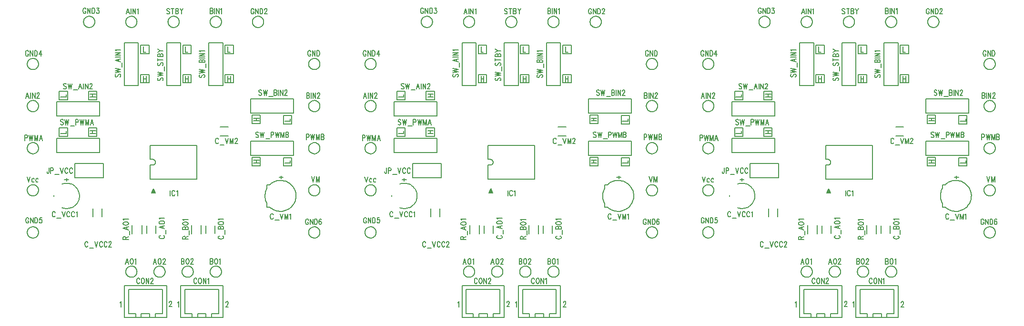
<source format=gbr>
G04 This is an RS-274x file exported by *
G04 gerbv version 2.6A *
G04 More information is available about gerbv at *
G04 http://gerbv.geda-project.org/ *
G04 --End of header info--*
%MOIN*%
%FSLAX34Y34*%
%IPPOS*%
G04 --Define apertures--*
%ADD10C,0.0079*%
%ADD11C,0.0050*%
%ADD12C,0.0157*%
G04 --Start main section--*
G54D10*
G01X0025256Y0010906D02*
G01X0022303Y0010906D01*
G01X0022303Y0010906D02*
G01X0022303Y0013150D01*
G01X0022303Y0013150D02*
G01X0025256Y0013150D01*
G01X0025256Y0013150D02*
G01X0025256Y0010906D01*
G01X0024961Y0011181D02*
G01X0024469Y0011181D01*
G01X0024469Y0011181D02*
G01X0024469Y0010906D01*
G01X0024469Y0010906D02*
G01X0024075Y0010906D01*
G01X0024075Y0010906D02*
G01X0024075Y0011181D01*
G01X0024075Y0011181D02*
G01X0023484Y0011181D01*
G01X0023484Y0011181D02*
G01X0023484Y0010906D01*
G01X0023484Y0010906D02*
G01X0023091Y0010906D01*
G01X0023091Y0010906D02*
G01X0023091Y0011181D01*
G01X0023091Y0011181D02*
G01X0022598Y0011181D01*
G01X0022598Y0011181D02*
G01X0022598Y0012874D01*
G01X0022598Y0012874D02*
G01X0024961Y0012874D01*
G01X0024961Y0012874D02*
G01X0024961Y0011181D01*
G01X0021319Y0010906D02*
G01X0018366Y0010906D01*
G01X0018366Y0010906D02*
G01X0018366Y0013150D01*
G01X0018366Y0013150D02*
G01X0021319Y0013150D01*
G01X0021319Y0013150D02*
G01X0021319Y0010906D01*
G01X0021024Y0011181D02*
G01X0020531Y0011181D01*
G01X0020531Y0011181D02*
G01X0020531Y0010906D01*
G01X0020531Y0010906D02*
G01X0020138Y0010906D01*
G01X0020138Y0010906D02*
G01X0020138Y0011181D01*
G01X0020138Y0011181D02*
G01X0019547Y0011181D01*
G01X0019547Y0011181D02*
G01X0019547Y0010906D01*
G01X0019547Y0010906D02*
G01X0019154Y0010906D01*
G01X0019154Y0010906D02*
G01X0019154Y0011181D01*
G01X0019154Y0011181D02*
G01X0018661Y0011181D01*
G01X0018661Y0011181D02*
G01X0018661Y0012874D01*
G01X0018661Y0012874D02*
G01X0021024Y0012874D01*
G01X0021024Y0012874D02*
G01X0021024Y0011181D01*
G01X0020551Y0017362D02*
G01X0020551Y0016811D01*
G01X0019921Y0017362D02*
G01X0019921Y0016811D01*
G01X0024685Y0017362D02*
G01X0024685Y0016811D01*
G01X0024055Y0017362D02*
G01X0024055Y0016811D01*
G01X0013445Y0019488D02*
G01X0013445Y0019409D01*
G01X0016811Y0018543D02*
G01X0016811Y0017992D01*
G01X0016181Y0018543D02*
G01X0016181Y0017992D01*
G01X0028543Y0020236D02*
G01X0028346Y0020236D01*
G01X0028346Y0020236D02*
G01X0028346Y0019980D01*
G01X0028543Y0018661D02*
G01X0028346Y0018661D01*
G01X0028346Y0018661D02*
G01X0028346Y0018917D01*
G01X0025630Y0023661D02*
G01X0025079Y0023661D01*
G01X0025630Y0024291D02*
G01X0025079Y0024291D01*
G01X0020177Y0022992D02*
G01X0023445Y0022992D01*
G01X0023445Y0022992D02*
G01X0023445Y0020630D01*
G01X0023445Y0020630D02*
G01X0020177Y0020630D01*
G01X0020177Y0020630D02*
G01X0020177Y0021614D01*
G01X0020177Y0021614D02*
G01X0020321Y0021614D01*
G01X0020321Y0022008D02*
G01X0020177Y0022008D01*
G01X0020177Y0022008D02*
G01X0020177Y0022992D01*
G01X0014906Y0020728D02*
G01X0016906Y0020728D01*
G01X0016906Y0020728D02*
G01X0016906Y0021713D01*
G01X0016906Y0021713D02*
G01X0014906Y0021713D01*
G01X0014906Y0021713D02*
G01X0014906Y0020728D01*
G01X0018917Y0016772D02*
G01X0018917Y0017402D01*
G01X0019587Y0016772D02*
G01X0019587Y0017402D01*
G01X0023051Y0016772D02*
G01X0023051Y0017402D01*
G01X0023720Y0016772D02*
G01X0023720Y0017402D01*
G01X0018366Y0030201D02*
G01X0018366Y0027201D01*
G01X0018366Y0027201D02*
G01X0019350Y0027201D01*
G01X0019350Y0027201D02*
G01X0019350Y0030201D01*
G01X0019350Y0030201D02*
G01X0018366Y0030201D01*
G01X0013618Y0025059D02*
G01X0016618Y0025059D01*
G01X0016618Y0025059D02*
G01X0016618Y0026043D01*
G01X0016618Y0026043D02*
G01X0013618Y0026043D01*
G01X0013618Y0026043D02*
G01X0013618Y0025059D01*
G01X0024272Y0030201D02*
G01X0024272Y0027201D01*
G01X0024272Y0027201D02*
G01X0025256Y0027201D01*
G01X0025256Y0027201D02*
G01X0025256Y0030201D01*
G01X0025256Y0030201D02*
G01X0024272Y0030201D01*
G01X0030201Y0026240D02*
G01X0027201Y0026240D01*
G01X0027201Y0026240D02*
G01X0027201Y0025256D01*
G01X0027201Y0025256D02*
G01X0030201Y0025256D01*
G01X0030201Y0025256D02*
G01X0030201Y0026240D01*
G01X0013618Y0022500D02*
G01X0016618Y0022500D01*
G01X0016618Y0022500D02*
G01X0016618Y0023484D01*
G01X0016618Y0023484D02*
G01X0013618Y0023484D01*
G01X0013618Y0023484D02*
G01X0013618Y0022500D01*
G01X0030201Y0023287D02*
G01X0027201Y0023287D01*
G01X0027201Y0023287D02*
G01X0027201Y0022303D01*
G01X0027201Y0022303D02*
G01X0030201Y0022303D01*
G01X0030201Y0022303D02*
G01X0030201Y0023287D01*
G01X0021319Y0030201D02*
G01X0021319Y0027201D01*
G01X0021319Y0027201D02*
G01X0022303Y0027201D01*
G01X0022303Y0027201D02*
G01X0022303Y0030201D01*
G01X0022303Y0030201D02*
G01X0021319Y0030201D01*
G01X0020392Y0019953D02*
G01X0020259Y0019656D01*
G01X0020259Y0019656D02*
G01X0020527Y0019656D01*
G01X0020527Y0019656D02*
G01X0020392Y0019953D01*
G01X0020291Y0019726D02*
G01X0020495Y0019726D01*
G01X0020322Y0019797D02*
G01X0020463Y0019797D01*
G01X0020354Y0019868D02*
G01X0020430Y0019868D01*
G01X0020385Y0019939D02*
G01X0020398Y0019939D01*
G54D11*
G01X0014462Y0020591D02*
G01X0014181Y0020591D01*
G01X0014322Y0020693D02*
G01X0014322Y0020488D01*
G01X0029474Y0020754D02*
G01X0029193Y0020754D01*
G01X0029333Y0020856D02*
G01X0029333Y0020652D01*
G01X0020091Y0027959D02*
G01X0020091Y0027388D01*
G01X0020091Y0027388D02*
G01X0019500Y0027388D01*
G01X0019500Y0027388D02*
G01X0019500Y0027959D01*
G01X0019500Y0027959D02*
G01X0020091Y0027959D01*
G01X0020091Y0030006D02*
G01X0020091Y0029435D01*
G01X0020091Y0029435D02*
G01X0019500Y0029435D01*
G01X0019500Y0029435D02*
G01X0019500Y0030006D01*
G01X0019500Y0030006D02*
G01X0020091Y0030006D01*
G01X0019697Y0027854D02*
G01X0019697Y0027467D01*
G01X0019885Y0027854D02*
G01X0019885Y0027467D01*
G01X0019697Y0027669D02*
G01X0019885Y0027669D01*
G01X0019697Y0029921D02*
G01X0019697Y0029533D01*
G01X0019697Y0029533D02*
G01X0019858Y0029533D01*
G01X0015860Y0026783D02*
G01X0016431Y0026783D01*
G01X0016431Y0026783D02*
G01X0016431Y0026193D01*
G01X0016431Y0026193D02*
G01X0015860Y0026193D01*
G01X0015860Y0026193D02*
G01X0015860Y0026783D01*
G01X0013813Y0026783D02*
G01X0014384Y0026783D01*
G01X0014384Y0026783D02*
G01X0014384Y0026193D01*
G01X0014384Y0026193D02*
G01X0013813Y0026193D01*
G01X0013813Y0026193D02*
G01X0013813Y0026783D01*
G01X0015965Y0026390D02*
G01X0016352Y0026390D01*
G01X0015965Y0026578D02*
G01X0016352Y0026578D01*
G01X0016149Y0026390D02*
G01X0016149Y0026578D01*
G01X0013898Y0026390D02*
G01X0014285Y0026390D01*
G01X0014285Y0026390D02*
G01X0014285Y0026551D01*
G01X0025996Y0027959D02*
G01X0025996Y0027388D01*
G01X0025996Y0027388D02*
G01X0025406Y0027388D01*
G01X0025406Y0027388D02*
G01X0025406Y0027959D01*
G01X0025406Y0027959D02*
G01X0025996Y0027959D01*
G01X0025996Y0030006D02*
G01X0025996Y0029435D01*
G01X0025996Y0029435D02*
G01X0025406Y0029435D01*
G01X0025406Y0029435D02*
G01X0025406Y0030006D01*
G01X0025406Y0030006D02*
G01X0025996Y0030006D01*
G01X0025602Y0027854D02*
G01X0025602Y0027467D01*
G01X0025790Y0027854D02*
G01X0025790Y0027467D01*
G01X0025602Y0027669D02*
G01X0025790Y0027669D01*
G01X0025602Y0029921D02*
G01X0025602Y0029533D01*
G01X0025602Y0029533D02*
G01X0025763Y0029533D01*
G01X0027297Y0025110D02*
G01X0027868Y0025110D01*
G01X0027868Y0025110D02*
G01X0027868Y0024520D01*
G01X0027868Y0024520D02*
G01X0027297Y0024520D01*
G01X0027297Y0024520D02*
G01X0027297Y0025110D01*
G01X0029502Y0025091D02*
G01X0030073Y0025091D01*
G01X0030073Y0025091D02*
G01X0030073Y0024500D01*
G01X0030073Y0024500D02*
G01X0029502Y0024500D01*
G01X0029502Y0024500D02*
G01X0029502Y0025091D01*
G01X0027402Y0024717D02*
G01X0027789Y0024717D01*
G01X0027402Y0024904D02*
G01X0027789Y0024904D01*
G01X0027586Y0024717D02*
G01X0027586Y0024904D01*
G01X0029587Y0024697D02*
G01X0029974Y0024697D01*
G01X0029974Y0024697D02*
G01X0029974Y0024858D01*
G01X0015860Y0024224D02*
G01X0016431Y0024224D01*
G01X0016431Y0024224D02*
G01X0016431Y0023634D01*
G01X0016431Y0023634D02*
G01X0015860Y0023634D01*
G01X0015860Y0023634D02*
G01X0015860Y0024224D01*
G01X0013813Y0024224D02*
G01X0014384Y0024224D01*
G01X0014384Y0024224D02*
G01X0014384Y0023634D01*
G01X0014384Y0023634D02*
G01X0013813Y0023634D01*
G01X0013813Y0023634D02*
G01X0013813Y0024224D01*
G01X0015965Y0023831D02*
G01X0016352Y0023831D01*
G01X0015965Y0024019D02*
G01X0016352Y0024019D01*
G01X0016149Y0023831D02*
G01X0016149Y0024019D01*
G01X0013898Y0023831D02*
G01X0014285Y0023831D01*
G01X0014285Y0023831D02*
G01X0014285Y0023992D01*
G01X0027297Y0022157D02*
G01X0027868Y0022157D01*
G01X0027868Y0022157D02*
G01X0027868Y0021567D01*
G01X0027868Y0021567D02*
G01X0027297Y0021567D01*
G01X0027297Y0021567D02*
G01X0027297Y0022157D01*
G01X0029502Y0022138D02*
G01X0030073Y0022138D01*
G01X0030073Y0022138D02*
G01X0030073Y0021547D01*
G01X0030073Y0021547D02*
G01X0029502Y0021547D01*
G01X0029502Y0021547D02*
G01X0029502Y0022138D01*
G01X0027402Y0021764D02*
G01X0027789Y0021764D01*
G01X0027402Y0021952D02*
G01X0027789Y0021952D01*
G01X0027586Y0021764D02*
G01X0027586Y0021952D01*
G01X0029587Y0021744D02*
G01X0029974Y0021744D01*
G01X0029974Y0021744D02*
G01X0029974Y0021905D01*
G01X0023043Y0027959D02*
G01X0023043Y0027388D01*
G01X0023043Y0027388D02*
G01X0022453Y0027388D01*
G01X0022453Y0027388D02*
G01X0022453Y0027959D01*
G01X0022453Y0027959D02*
G01X0023043Y0027959D01*
G01X0023043Y0030006D02*
G01X0023043Y0029435D01*
G01X0023043Y0029435D02*
G01X0022453Y0029435D01*
G01X0022453Y0029435D02*
G01X0022453Y0030006D01*
G01X0022453Y0030006D02*
G01X0023043Y0030006D01*
G01X0022650Y0027854D02*
G01X0022650Y0027467D01*
G01X0022837Y0027854D02*
G01X0022837Y0027467D01*
G01X0022650Y0027669D02*
G01X0022837Y0027669D01*
G01X0022650Y0029921D02*
G01X0022650Y0029533D01*
G01X0022650Y0029533D02*
G01X0022811Y0029533D01*
G01X0018611Y0032592D02*
G01X0018504Y0032205D01*
G01X0018611Y0032592D02*
G01X0018719Y0032205D01*
G01X0018544Y0032334D02*
G01X0018678Y0032334D01*
G01X0018839Y0032592D02*
G01X0018839Y0032205D01*
G01X0018960Y0032592D02*
G01X0018960Y0032205D01*
G01X0018960Y0032592D02*
G01X0019148Y0032205D01*
G01X0019148Y0032592D02*
G01X0019148Y0032205D01*
G01X0019269Y0032518D02*
G01X0019296Y0032537D01*
G01X0019296Y0032537D02*
G01X0019336Y0032592D01*
G01X0019336Y0032592D02*
G01X0019336Y0032205D01*
G01X0011583Y0026687D02*
G01X0011476Y0026299D01*
G01X0011583Y0026687D02*
G01X0011691Y0026299D01*
G01X0011517Y0026428D02*
G01X0011651Y0026428D01*
G01X0011812Y0026687D02*
G01X0011812Y0026299D01*
G01X0011933Y0026687D02*
G01X0011933Y0026299D01*
G01X0011933Y0026687D02*
G01X0012120Y0026299D01*
G01X0012120Y0026687D02*
G01X0012120Y0026299D01*
G01X0012255Y0026594D02*
G01X0012255Y0026613D01*
G01X0012255Y0026613D02*
G01X0012268Y0026650D01*
G01X0012268Y0026650D02*
G01X0012281Y0026668D01*
G01X0012281Y0026668D02*
G01X0012308Y0026687D01*
G01X0012308Y0026687D02*
G01X0012362Y0026687D01*
G01X0012362Y0026687D02*
G01X0012389Y0026668D01*
G01X0012389Y0026668D02*
G01X0012402Y0026650D01*
G01X0012402Y0026650D02*
G01X0012416Y0026613D01*
G01X0012416Y0026613D02*
G01X0012416Y0026576D01*
G01X0012416Y0026576D02*
G01X0012402Y0026539D01*
G01X0012402Y0026539D02*
G01X0012376Y0026483D01*
G01X0012376Y0026483D02*
G01X0012241Y0026299D01*
G01X0012241Y0026299D02*
G01X0012429Y0026299D01*
G01X0018552Y0015053D02*
G01X0018445Y0014665D01*
G01X0018552Y0015053D02*
G01X0018659Y0014665D01*
G01X0018485Y0014794D02*
G01X0018619Y0014794D01*
G01X0018861Y0015053D02*
G01X0018834Y0015034D01*
G01X0018834Y0015034D02*
G01X0018807Y0014997D01*
G01X0018807Y0014997D02*
G01X0018794Y0014961D01*
G01X0018794Y0014961D02*
G01X0018780Y0014905D01*
G01X0018780Y0014905D02*
G01X0018780Y0014813D01*
G01X0018780Y0014813D02*
G01X0018794Y0014757D01*
G01X0018794Y0014757D02*
G01X0018807Y0014720D01*
G01X0018807Y0014720D02*
G01X0018834Y0014683D01*
G01X0018834Y0014683D02*
G01X0018861Y0014665D01*
G01X0018861Y0014665D02*
G01X0018915Y0014665D01*
G01X0018915Y0014665D02*
G01X0018941Y0014683D01*
G01X0018941Y0014683D02*
G01X0018968Y0014720D01*
G01X0018968Y0014720D02*
G01X0018981Y0014757D01*
G01X0018981Y0014757D02*
G01X0018995Y0014813D01*
G01X0018995Y0014813D02*
G01X0018995Y0014905D01*
G01X0018995Y0014905D02*
G01X0018981Y0014961D01*
G01X0018981Y0014961D02*
G01X0018968Y0014997D01*
G01X0018968Y0014997D02*
G01X0018941Y0015034D01*
G01X0018941Y0015034D02*
G01X0018915Y0015053D01*
G01X0018915Y0015053D02*
G01X0018861Y0015053D01*
G01X0019116Y0014979D02*
G01X0019143Y0014997D01*
G01X0019143Y0014997D02*
G01X0019183Y0015053D01*
G01X0019183Y0015053D02*
G01X0019183Y0014665D01*
G01X0020501Y0015053D02*
G01X0020394Y0014665D01*
G01X0020501Y0015053D02*
G01X0020608Y0014665D01*
G01X0020434Y0014794D02*
G01X0020568Y0014794D01*
G01X0020809Y0015053D02*
G01X0020783Y0015034D01*
G01X0020783Y0015034D02*
G01X0020756Y0014997D01*
G01X0020756Y0014997D02*
G01X0020743Y0014961D01*
G01X0020743Y0014961D02*
G01X0020729Y0014905D01*
G01X0020729Y0014905D02*
G01X0020729Y0014813D01*
G01X0020729Y0014813D02*
G01X0020743Y0014757D01*
G01X0020743Y0014757D02*
G01X0020756Y0014720D01*
G01X0020756Y0014720D02*
G01X0020783Y0014683D01*
G01X0020783Y0014683D02*
G01X0020809Y0014665D01*
G01X0020809Y0014665D02*
G01X0020863Y0014665D01*
G01X0020863Y0014665D02*
G01X0020890Y0014683D01*
G01X0020890Y0014683D02*
G01X0020917Y0014720D01*
G01X0020917Y0014720D02*
G01X0020930Y0014757D01*
G01X0020930Y0014757D02*
G01X0020944Y0014813D01*
G01X0020944Y0014813D02*
G01X0020944Y0014905D01*
G01X0020944Y0014905D02*
G01X0020930Y0014961D01*
G01X0020930Y0014961D02*
G01X0020917Y0014997D01*
G01X0020917Y0014997D02*
G01X0020890Y0015034D01*
G01X0020890Y0015034D02*
G01X0020863Y0015053D01*
G01X0020863Y0015053D02*
G01X0020809Y0015053D01*
G01X0021078Y0014961D02*
G01X0021078Y0014979D01*
G01X0021078Y0014979D02*
G01X0021091Y0015016D01*
G01X0021091Y0015016D02*
G01X0021105Y0015034D01*
G01X0021105Y0015034D02*
G01X0021132Y0015053D01*
G01X0021132Y0015053D02*
G01X0021185Y0015053D01*
G01X0021185Y0015053D02*
G01X0021212Y0015034D01*
G01X0021212Y0015034D02*
G01X0021226Y0015016D01*
G01X0021226Y0015016D02*
G01X0021239Y0014979D01*
G01X0021239Y0014979D02*
G01X0021239Y0014942D01*
G01X0021239Y0014942D02*
G01X0021226Y0014905D01*
G01X0021226Y0014905D02*
G01X0021199Y0014850D01*
G01X0021199Y0014850D02*
G01X0021065Y0014665D01*
G01X0021065Y0014665D02*
G01X0021252Y0014665D01*
G01X0024370Y0032612D02*
G01X0024370Y0032224D01*
G01X0024370Y0032612D02*
G01X0024491Y0032612D01*
G01X0024491Y0032612D02*
G01X0024531Y0032593D01*
G01X0024531Y0032593D02*
G01X0024544Y0032575D01*
G01X0024544Y0032575D02*
G01X0024558Y0032538D01*
G01X0024558Y0032538D02*
G01X0024558Y0032501D01*
G01X0024558Y0032501D02*
G01X0024544Y0032464D01*
G01X0024544Y0032464D02*
G01X0024531Y0032446D01*
G01X0024531Y0032446D02*
G01X0024491Y0032427D01*
G01X0024370Y0032427D02*
G01X0024491Y0032427D01*
G01X0024491Y0032427D02*
G01X0024531Y0032409D01*
G01X0024531Y0032409D02*
G01X0024544Y0032390D01*
G01X0024544Y0032390D02*
G01X0024558Y0032354D01*
G01X0024558Y0032354D02*
G01X0024558Y0032298D01*
G01X0024558Y0032298D02*
G01X0024544Y0032261D01*
G01X0024544Y0032261D02*
G01X0024531Y0032243D01*
G01X0024531Y0032243D02*
G01X0024491Y0032224D01*
G01X0024491Y0032224D02*
G01X0024370Y0032224D01*
G01X0024679Y0032612D02*
G01X0024679Y0032224D01*
G01X0024799Y0032612D02*
G01X0024799Y0032224D01*
G01X0024799Y0032612D02*
G01X0024987Y0032224D01*
G01X0024987Y0032612D02*
G01X0024987Y0032224D01*
G01X0025108Y0032538D02*
G01X0025135Y0032556D01*
G01X0025135Y0032556D02*
G01X0025175Y0032612D01*
G01X0025175Y0032612D02*
G01X0025175Y0032224D01*
G01X0031122Y0026687D02*
G01X0031122Y0026299D01*
G01X0031122Y0026687D02*
G01X0031243Y0026687D01*
G01X0031243Y0026687D02*
G01X0031283Y0026668D01*
G01X0031283Y0026668D02*
G01X0031296Y0026650D01*
G01X0031296Y0026650D02*
G01X0031310Y0026613D01*
G01X0031310Y0026613D02*
G01X0031310Y0026576D01*
G01X0031310Y0026576D02*
G01X0031296Y0026539D01*
G01X0031296Y0026539D02*
G01X0031283Y0026520D01*
G01X0031283Y0026520D02*
G01X0031243Y0026502D01*
G01X0031122Y0026502D02*
G01X0031243Y0026502D01*
G01X0031243Y0026502D02*
G01X0031283Y0026483D01*
G01X0031283Y0026483D02*
G01X0031296Y0026465D01*
G01X0031296Y0026465D02*
G01X0031310Y0026428D01*
G01X0031310Y0026428D02*
G01X0031310Y0026373D01*
G01X0031310Y0026373D02*
G01X0031296Y0026336D01*
G01X0031296Y0026336D02*
G01X0031283Y0026317D01*
G01X0031283Y0026317D02*
G01X0031243Y0026299D01*
G01X0031243Y0026299D02*
G01X0031122Y0026299D01*
G01X0031431Y0026687D02*
G01X0031431Y0026299D01*
G01X0031551Y0026687D02*
G01X0031551Y0026299D01*
G01X0031551Y0026687D02*
G01X0031739Y0026299D01*
G01X0031739Y0026687D02*
G01X0031739Y0026299D01*
G01X0031874Y0026594D02*
G01X0031874Y0026613D01*
G01X0031874Y0026613D02*
G01X0031887Y0026650D01*
G01X0031887Y0026650D02*
G01X0031900Y0026668D01*
G01X0031900Y0026668D02*
G01X0031927Y0026687D01*
G01X0031927Y0026687D02*
G01X0031981Y0026687D01*
G01X0031981Y0026687D02*
G01X0032008Y0026668D01*
G01X0032008Y0026668D02*
G01X0032021Y0026650D01*
G01X0032021Y0026650D02*
G01X0032035Y0026613D01*
G01X0032035Y0026613D02*
G01X0032035Y0026576D01*
G01X0032035Y0026576D02*
G01X0032021Y0026539D01*
G01X0032021Y0026539D02*
G01X0031994Y0026483D01*
G01X0031994Y0026483D02*
G01X0031860Y0026299D01*
G01X0031860Y0026299D02*
G01X0032048Y0026299D01*
G01X0024370Y0015053D02*
G01X0024370Y0014665D01*
G01X0024370Y0015053D02*
G01X0024491Y0015053D01*
G01X0024491Y0015053D02*
G01X0024531Y0015034D01*
G01X0024531Y0015034D02*
G01X0024544Y0015016D01*
G01X0024544Y0015016D02*
G01X0024558Y0014979D01*
G01X0024558Y0014979D02*
G01X0024558Y0014942D01*
G01X0024558Y0014942D02*
G01X0024544Y0014905D01*
G01X0024544Y0014905D02*
G01X0024531Y0014887D01*
G01X0024531Y0014887D02*
G01X0024491Y0014868D01*
G01X0024370Y0014868D02*
G01X0024491Y0014868D01*
G01X0024491Y0014868D02*
G01X0024531Y0014850D01*
G01X0024531Y0014850D02*
G01X0024544Y0014831D01*
G01X0024544Y0014831D02*
G01X0024558Y0014794D01*
G01X0024558Y0014794D02*
G01X0024558Y0014739D01*
G01X0024558Y0014739D02*
G01X0024544Y0014702D01*
G01X0024544Y0014702D02*
G01X0024531Y0014683D01*
G01X0024531Y0014683D02*
G01X0024491Y0014665D01*
G01X0024491Y0014665D02*
G01X0024370Y0014665D01*
G01X0024759Y0015053D02*
G01X0024732Y0015034D01*
G01X0024732Y0015034D02*
G01X0024706Y0014997D01*
G01X0024706Y0014997D02*
G01X0024692Y0014961D01*
G01X0024692Y0014961D02*
G01X0024679Y0014905D01*
G01X0024679Y0014905D02*
G01X0024679Y0014813D01*
G01X0024679Y0014813D02*
G01X0024692Y0014757D01*
G01X0024692Y0014757D02*
G01X0024706Y0014720D01*
G01X0024706Y0014720D02*
G01X0024732Y0014683D01*
G01X0024732Y0014683D02*
G01X0024759Y0014665D01*
G01X0024759Y0014665D02*
G01X0024813Y0014665D01*
G01X0024813Y0014665D02*
G01X0024840Y0014683D01*
G01X0024840Y0014683D02*
G01X0024867Y0014720D01*
G01X0024867Y0014720D02*
G01X0024880Y0014757D01*
G01X0024880Y0014757D02*
G01X0024893Y0014813D01*
G01X0024893Y0014813D02*
G01X0024893Y0014905D01*
G01X0024893Y0014905D02*
G01X0024880Y0014961D01*
G01X0024880Y0014961D02*
G01X0024867Y0014997D01*
G01X0024867Y0014997D02*
G01X0024840Y0015034D01*
G01X0024840Y0015034D02*
G01X0024813Y0015053D01*
G01X0024813Y0015053D02*
G01X0024759Y0015053D01*
G01X0025014Y0014979D02*
G01X0025041Y0014997D01*
G01X0025041Y0014997D02*
G01X0025081Y0015053D01*
G01X0025081Y0015053D02*
G01X0025081Y0014665D01*
G01X0022362Y0015053D02*
G01X0022362Y0014665D01*
G01X0022362Y0015053D02*
G01X0022483Y0015053D01*
G01X0022483Y0015053D02*
G01X0022523Y0015034D01*
G01X0022523Y0015034D02*
G01X0022537Y0015016D01*
G01X0022537Y0015016D02*
G01X0022550Y0014979D01*
G01X0022550Y0014979D02*
G01X0022550Y0014942D01*
G01X0022550Y0014942D02*
G01X0022537Y0014905D01*
G01X0022537Y0014905D02*
G01X0022523Y0014887D01*
G01X0022523Y0014887D02*
G01X0022483Y0014868D01*
G01X0022362Y0014868D02*
G01X0022483Y0014868D01*
G01X0022483Y0014868D02*
G01X0022523Y0014850D01*
G01X0022523Y0014850D02*
G01X0022537Y0014831D01*
G01X0022537Y0014831D02*
G01X0022550Y0014794D01*
G01X0022550Y0014794D02*
G01X0022550Y0014739D01*
G01X0022550Y0014739D02*
G01X0022537Y0014702D01*
G01X0022537Y0014702D02*
G01X0022523Y0014683D01*
G01X0022523Y0014683D02*
G01X0022483Y0014665D01*
G01X0022483Y0014665D02*
G01X0022362Y0014665D01*
G01X0022751Y0015053D02*
G01X0022724Y0015034D01*
G01X0022724Y0015034D02*
G01X0022698Y0014997D01*
G01X0022698Y0014997D02*
G01X0022684Y0014961D01*
G01X0022684Y0014961D02*
G01X0022671Y0014905D01*
G01X0022671Y0014905D02*
G01X0022671Y0014813D01*
G01X0022671Y0014813D02*
G01X0022684Y0014757D01*
G01X0022684Y0014757D02*
G01X0022698Y0014720D01*
G01X0022698Y0014720D02*
G01X0022724Y0014683D01*
G01X0022724Y0014683D02*
G01X0022751Y0014665D01*
G01X0022751Y0014665D02*
G01X0022805Y0014665D01*
G01X0022805Y0014665D02*
G01X0022832Y0014683D01*
G01X0022832Y0014683D02*
G01X0022859Y0014720D01*
G01X0022859Y0014720D02*
G01X0022872Y0014757D01*
G01X0022872Y0014757D02*
G01X0022885Y0014813D01*
G01X0022885Y0014813D02*
G01X0022885Y0014905D01*
G01X0022885Y0014905D02*
G01X0022872Y0014961D01*
G01X0022872Y0014961D02*
G01X0022859Y0014997D01*
G01X0022859Y0014997D02*
G01X0022832Y0015034D01*
G01X0022832Y0015034D02*
G01X0022805Y0015053D01*
G01X0022805Y0015053D02*
G01X0022751Y0015053D01*
G01X0023020Y0014961D02*
G01X0023020Y0014979D01*
G01X0023020Y0014979D02*
G01X0023033Y0015016D01*
G01X0023033Y0015016D02*
G01X0023046Y0015034D01*
G01X0023046Y0015034D02*
G01X0023073Y0015053D01*
G01X0023073Y0015053D02*
G01X0023127Y0015053D01*
G01X0023127Y0015053D02*
G01X0023154Y0015034D01*
G01X0023154Y0015034D02*
G01X0023167Y0015016D01*
G01X0023167Y0015016D02*
G01X0023181Y0014979D01*
G01X0023181Y0014979D02*
G01X0023181Y0014942D01*
G01X0023181Y0014942D02*
G01X0023167Y0014905D01*
G01X0023167Y0014905D02*
G01X0023141Y0014850D01*
G01X0023141Y0014850D02*
G01X0023006Y0014665D01*
G01X0023006Y0014665D02*
G01X0023194Y0014665D01*
G01X0023430Y0013583D02*
G01X0023416Y0013619D01*
G01X0023416Y0013619D02*
G01X0023389Y0013656D01*
G01X0023389Y0013656D02*
G01X0023362Y0013675D01*
G01X0023362Y0013675D02*
G01X0023309Y0013675D01*
G01X0023309Y0013675D02*
G01X0023282Y0013656D01*
G01X0023282Y0013656D02*
G01X0023255Y0013619D01*
G01X0023255Y0013619D02*
G01X0023242Y0013583D01*
G01X0023242Y0013583D02*
G01X0023228Y0013527D01*
G01X0023228Y0013527D02*
G01X0023228Y0013435D01*
G01X0023228Y0013435D02*
G01X0023242Y0013380D01*
G01X0023242Y0013380D02*
G01X0023255Y0013343D01*
G01X0023255Y0013343D02*
G01X0023282Y0013306D01*
G01X0023282Y0013306D02*
G01X0023309Y0013287D01*
G01X0023309Y0013287D02*
G01X0023362Y0013287D01*
G01X0023362Y0013287D02*
G01X0023389Y0013306D01*
G01X0023389Y0013306D02*
G01X0023416Y0013343D01*
G01X0023416Y0013343D02*
G01X0023430Y0013380D01*
G01X0023631Y0013675D02*
G01X0023604Y0013656D01*
G01X0023604Y0013656D02*
G01X0023577Y0013619D01*
G01X0023577Y0013619D02*
G01X0023564Y0013583D01*
G01X0023564Y0013583D02*
G01X0023550Y0013527D01*
G01X0023550Y0013527D02*
G01X0023550Y0013435D01*
G01X0023550Y0013435D02*
G01X0023564Y0013380D01*
G01X0023564Y0013380D02*
G01X0023577Y0013343D01*
G01X0023577Y0013343D02*
G01X0023604Y0013306D01*
G01X0023604Y0013306D02*
G01X0023631Y0013287D01*
G01X0023631Y0013287D02*
G01X0023685Y0013287D01*
G01X0023685Y0013287D02*
G01X0023711Y0013306D01*
G01X0023711Y0013306D02*
G01X0023738Y0013343D01*
G01X0023738Y0013343D02*
G01X0023752Y0013380D01*
G01X0023752Y0013380D02*
G01X0023765Y0013435D01*
G01X0023765Y0013435D02*
G01X0023765Y0013527D01*
G01X0023765Y0013527D02*
G01X0023752Y0013583D01*
G01X0023752Y0013583D02*
G01X0023738Y0013619D01*
G01X0023738Y0013619D02*
G01X0023711Y0013656D01*
G01X0023711Y0013656D02*
G01X0023685Y0013675D01*
G01X0023685Y0013675D02*
G01X0023631Y0013675D01*
G01X0023886Y0013675D02*
G01X0023886Y0013287D01*
G01X0023886Y0013675D02*
G01X0024074Y0013287D01*
G01X0024074Y0013675D02*
G01X0024074Y0013287D01*
G01X0024194Y0013601D02*
G01X0024221Y0013619D01*
G01X0024221Y0013619D02*
G01X0024262Y0013675D01*
G01X0024262Y0013675D02*
G01X0024262Y0013287D01*
G01X0019433Y0013583D02*
G01X0019420Y0013619D01*
G01X0019420Y0013619D02*
G01X0019393Y0013656D01*
G01X0019393Y0013656D02*
G01X0019366Y0013675D01*
G01X0019366Y0013675D02*
G01X0019313Y0013675D01*
G01X0019313Y0013675D02*
G01X0019286Y0013656D01*
G01X0019286Y0013656D02*
G01X0019259Y0013619D01*
G01X0019259Y0013619D02*
G01X0019246Y0013583D01*
G01X0019246Y0013583D02*
G01X0019232Y0013527D01*
G01X0019232Y0013527D02*
G01X0019232Y0013435D01*
G01X0019232Y0013435D02*
G01X0019246Y0013380D01*
G01X0019246Y0013380D02*
G01X0019259Y0013343D01*
G01X0019259Y0013343D02*
G01X0019286Y0013306D01*
G01X0019286Y0013306D02*
G01X0019313Y0013287D01*
G01X0019313Y0013287D02*
G01X0019366Y0013287D01*
G01X0019366Y0013287D02*
G01X0019393Y0013306D01*
G01X0019393Y0013306D02*
G01X0019420Y0013343D01*
G01X0019420Y0013343D02*
G01X0019433Y0013380D01*
G01X0019635Y0013675D02*
G01X0019608Y0013656D01*
G01X0019608Y0013656D02*
G01X0019581Y0013619D01*
G01X0019581Y0013619D02*
G01X0019568Y0013583D01*
G01X0019568Y0013583D02*
G01X0019554Y0013527D01*
G01X0019554Y0013527D02*
G01X0019554Y0013435D01*
G01X0019554Y0013435D02*
G01X0019568Y0013380D01*
G01X0019568Y0013380D02*
G01X0019581Y0013343D01*
G01X0019581Y0013343D02*
G01X0019608Y0013306D01*
G01X0019608Y0013306D02*
G01X0019635Y0013287D01*
G01X0019635Y0013287D02*
G01X0019689Y0013287D01*
G01X0019689Y0013287D02*
G01X0019715Y0013306D01*
G01X0019715Y0013306D02*
G01X0019742Y0013343D01*
G01X0019742Y0013343D02*
G01X0019756Y0013380D01*
G01X0019756Y0013380D02*
G01X0019769Y0013435D01*
G01X0019769Y0013435D02*
G01X0019769Y0013527D01*
G01X0019769Y0013527D02*
G01X0019756Y0013583D01*
G01X0019756Y0013583D02*
G01X0019742Y0013619D01*
G01X0019742Y0013619D02*
G01X0019715Y0013656D01*
G01X0019715Y0013656D02*
G01X0019689Y0013675D01*
G01X0019689Y0013675D02*
G01X0019635Y0013675D01*
G01X0019890Y0013675D02*
G01X0019890Y0013287D01*
G01X0019890Y0013675D02*
G01X0020078Y0013287D01*
G01X0020078Y0013675D02*
G01X0020078Y0013287D01*
G01X0020212Y0013583D02*
G01X0020212Y0013601D01*
G01X0020212Y0013601D02*
G01X0020225Y0013638D01*
G01X0020225Y0013638D02*
G01X0020239Y0013656D01*
G01X0020239Y0013656D02*
G01X0020266Y0013675D01*
G01X0020266Y0013675D02*
G01X0020319Y0013675D01*
G01X0020319Y0013675D02*
G01X0020346Y0013656D01*
G01X0020346Y0013656D02*
G01X0020359Y0013638D01*
G01X0020359Y0013638D02*
G01X0020373Y0013601D01*
G01X0020373Y0013601D02*
G01X0020373Y0013564D01*
G01X0020373Y0013564D02*
G01X0020359Y0013527D01*
G01X0020359Y0013527D02*
G01X0020333Y0013472D01*
G01X0020333Y0013472D02*
G01X0020198Y0013287D01*
G01X0020198Y0013287D02*
G01X0020386Y0013287D01*
G01X0020886Y0016658D02*
G01X0020849Y0016644D01*
G01X0020849Y0016644D02*
G01X0020812Y0016618D01*
G01X0020812Y0016618D02*
G01X0020793Y0016591D01*
G01X0020793Y0016591D02*
G01X0020793Y0016537D01*
G01X0020793Y0016537D02*
G01X0020812Y0016510D01*
G01X0020812Y0016510D02*
G01X0020849Y0016483D01*
G01X0020849Y0016483D02*
G01X0020886Y0016470D01*
G01X0020886Y0016470D02*
G01X0020941Y0016457D01*
G01X0020941Y0016457D02*
G01X0021033Y0016457D01*
G01X0021033Y0016457D02*
G01X0021089Y0016470D01*
G01X0021089Y0016470D02*
G01X0021126Y0016483D01*
G01X0021126Y0016483D02*
G01X0021163Y0016510D01*
G01X0021163Y0016510D02*
G01X0021181Y0016537D01*
G01X0021181Y0016537D02*
G01X0021181Y0016591D01*
G01X0021181Y0016591D02*
G01X0021163Y0016618D01*
G01X0021163Y0016618D02*
G01X0021126Y0016644D01*
G01X0021126Y0016644D02*
G01X0021089Y0016658D01*
G01X0021255Y0016779D02*
G01X0021255Y0017061D01*
G01X0020793Y0017248D02*
G01X0021181Y0017141D01*
G01X0020793Y0017248D02*
G01X0021181Y0017356D01*
G01X0021052Y0017181D02*
G01X0021052Y0017315D01*
G01X0020793Y0017557D02*
G01X0020812Y0017530D01*
G01X0020812Y0017530D02*
G01X0020849Y0017504D01*
G01X0020849Y0017504D02*
G01X0020886Y0017490D01*
G01X0020886Y0017490D02*
G01X0020941Y0017476D01*
G01X0020941Y0017476D02*
G01X0021033Y0017476D01*
G01X0021033Y0017476D02*
G01X0021089Y0017490D01*
G01X0021089Y0017490D02*
G01X0021126Y0017504D01*
G01X0021126Y0017504D02*
G01X0021163Y0017530D01*
G01X0021163Y0017530D02*
G01X0021181Y0017557D01*
G01X0021181Y0017557D02*
G01X0021181Y0017611D01*
G01X0021181Y0017611D02*
G01X0021163Y0017638D01*
G01X0021163Y0017638D02*
G01X0021126Y0017665D01*
G01X0021126Y0017665D02*
G01X0021089Y0017678D01*
G01X0021089Y0017678D02*
G01X0021033Y0017691D01*
G01X0021033Y0017691D02*
G01X0020941Y0017691D01*
G01X0020941Y0017691D02*
G01X0020886Y0017678D01*
G01X0020886Y0017678D02*
G01X0020849Y0017665D01*
G01X0020849Y0017665D02*
G01X0020812Y0017638D01*
G01X0020812Y0017638D02*
G01X0020793Y0017611D01*
G01X0020793Y0017611D02*
G01X0020793Y0017557D01*
G01X0020867Y0017812D02*
G01X0020849Y0017839D01*
G01X0020849Y0017839D02*
G01X0020793Y0017879D01*
G01X0020793Y0017879D02*
G01X0021181Y0017879D01*
G01X0025020Y0016638D02*
G01X0024983Y0016625D01*
G01X0024983Y0016625D02*
G01X0024946Y0016598D01*
G01X0024946Y0016598D02*
G01X0024927Y0016571D01*
G01X0024927Y0016571D02*
G01X0024927Y0016517D01*
G01X0024927Y0016517D02*
G01X0024946Y0016491D01*
G01X0024946Y0016491D02*
G01X0024983Y0016464D01*
G01X0024983Y0016464D02*
G01X0025020Y0016450D01*
G01X0025020Y0016450D02*
G01X0025075Y0016437D01*
G01X0025075Y0016437D02*
G01X0025167Y0016437D01*
G01X0025167Y0016437D02*
G01X0025222Y0016450D01*
G01X0025222Y0016450D02*
G01X0025259Y0016464D01*
G01X0025259Y0016464D02*
G01X0025296Y0016491D01*
G01X0025296Y0016491D02*
G01X0025315Y0016517D01*
G01X0025315Y0016517D02*
G01X0025315Y0016571D01*
G01X0025315Y0016571D02*
G01X0025296Y0016598D01*
G01X0025296Y0016598D02*
G01X0025259Y0016625D01*
G01X0025259Y0016625D02*
G01X0025222Y0016638D01*
G01X0025389Y0016759D02*
G01X0025389Y0017041D01*
G01X0024927Y0017121D02*
G01X0025315Y0017121D01*
G01X0024927Y0017121D02*
G01X0024927Y0017242D01*
G01X0024927Y0017242D02*
G01X0024946Y0017282D01*
G01X0024946Y0017282D02*
G01X0024964Y0017296D01*
G01X0024964Y0017296D02*
G01X0025001Y0017309D01*
G01X0025001Y0017309D02*
G01X0025038Y0017309D01*
G01X0025038Y0017309D02*
G01X0025075Y0017296D01*
G01X0025075Y0017296D02*
G01X0025093Y0017282D01*
G01X0025093Y0017282D02*
G01X0025112Y0017242D01*
G01X0025112Y0017121D02*
G01X0025112Y0017242D01*
G01X0025112Y0017242D02*
G01X0025130Y0017282D01*
G01X0025130Y0017282D02*
G01X0025149Y0017296D01*
G01X0025149Y0017296D02*
G01X0025185Y0017309D01*
G01X0025185Y0017309D02*
G01X0025241Y0017309D01*
G01X0025241Y0017309D02*
G01X0025278Y0017296D01*
G01X0025278Y0017296D02*
G01X0025296Y0017282D01*
G01X0025296Y0017282D02*
G01X0025315Y0017242D01*
G01X0025315Y0017242D02*
G01X0025315Y0017121D01*
G01X0024927Y0017511D02*
G01X0024946Y0017484D01*
G01X0024946Y0017484D02*
G01X0024983Y0017457D01*
G01X0024983Y0017457D02*
G01X0025020Y0017443D01*
G01X0025020Y0017443D02*
G01X0025075Y0017430D01*
G01X0025075Y0017430D02*
G01X0025167Y0017430D01*
G01X0025167Y0017430D02*
G01X0025222Y0017443D01*
G01X0025222Y0017443D02*
G01X0025259Y0017457D01*
G01X0025259Y0017457D02*
G01X0025296Y0017484D01*
G01X0025296Y0017484D02*
G01X0025315Y0017511D01*
G01X0025315Y0017511D02*
G01X0025315Y0017564D01*
G01X0025315Y0017564D02*
G01X0025296Y0017591D01*
G01X0025296Y0017591D02*
G01X0025259Y0017618D01*
G01X0025259Y0017618D02*
G01X0025222Y0017631D01*
G01X0025222Y0017631D02*
G01X0025167Y0017645D01*
G01X0025167Y0017645D02*
G01X0025075Y0017645D01*
G01X0025075Y0017645D02*
G01X0025020Y0017631D01*
G01X0025020Y0017631D02*
G01X0024983Y0017618D01*
G01X0024983Y0017618D02*
G01X0024946Y0017591D01*
G01X0024946Y0017591D02*
G01X0024927Y0017564D01*
G01X0024927Y0017564D02*
G01X0024927Y0017511D01*
G01X0025001Y0017766D02*
G01X0024983Y0017793D01*
G01X0024983Y0017793D02*
G01X0024927Y0017833D01*
G01X0024927Y0017833D02*
G01X0025315Y0017833D01*
G01X0013528Y0018268D02*
G01X0013515Y0018304D01*
G01X0013515Y0018304D02*
G01X0013488Y0018341D01*
G01X0013488Y0018341D02*
G01X0013461Y0018360D01*
G01X0013461Y0018360D02*
G01X0013407Y0018360D01*
G01X0013407Y0018360D02*
G01X0013380Y0018341D01*
G01X0013380Y0018341D02*
G01X0013354Y0018304D01*
G01X0013354Y0018304D02*
G01X0013340Y0018268D01*
G01X0013340Y0018268D02*
G01X0013327Y0018212D01*
G01X0013327Y0018212D02*
G01X0013327Y0018120D01*
G01X0013327Y0018120D02*
G01X0013340Y0018065D01*
G01X0013340Y0018065D02*
G01X0013354Y0018028D01*
G01X0013354Y0018028D02*
G01X0013380Y0017991D01*
G01X0013380Y0017991D02*
G01X0013407Y0017972D01*
G01X0013407Y0017972D02*
G01X0013461Y0017972D01*
G01X0013461Y0017972D02*
G01X0013488Y0017991D01*
G01X0013488Y0017991D02*
G01X0013515Y0018028D01*
G01X0013515Y0018028D02*
G01X0013528Y0018065D01*
G01X0013649Y0017898D02*
G01X0013931Y0017898D01*
G01X0014011Y0018360D02*
G01X0014119Y0017972D01*
G01X0014226Y0018360D02*
G01X0014119Y0017972D01*
G01X0014548Y0018268D02*
G01X0014535Y0018304D01*
G01X0014535Y0018304D02*
G01X0014508Y0018341D01*
G01X0014508Y0018341D02*
G01X0014481Y0018360D01*
G01X0014481Y0018360D02*
G01X0014427Y0018360D01*
G01X0014427Y0018360D02*
G01X0014400Y0018341D01*
G01X0014400Y0018341D02*
G01X0014374Y0018304D01*
G01X0014374Y0018304D02*
G01X0014360Y0018268D01*
G01X0014360Y0018268D02*
G01X0014346Y0018212D01*
G01X0014346Y0018212D02*
G01X0014346Y0018120D01*
G01X0014346Y0018120D02*
G01X0014360Y0018065D01*
G01X0014360Y0018065D02*
G01X0014374Y0018028D01*
G01X0014374Y0018028D02*
G01X0014400Y0017991D01*
G01X0014400Y0017991D02*
G01X0014427Y0017972D01*
G01X0014427Y0017972D02*
G01X0014481Y0017972D01*
G01X0014481Y0017972D02*
G01X0014508Y0017991D01*
G01X0014508Y0017991D02*
G01X0014535Y0018028D01*
G01X0014535Y0018028D02*
G01X0014548Y0018065D01*
G01X0014870Y0018268D02*
G01X0014857Y0018304D01*
G01X0014857Y0018304D02*
G01X0014830Y0018341D01*
G01X0014830Y0018341D02*
G01X0014803Y0018360D01*
G01X0014803Y0018360D02*
G01X0014749Y0018360D01*
G01X0014749Y0018360D02*
G01X0014722Y0018341D01*
G01X0014722Y0018341D02*
G01X0014696Y0018304D01*
G01X0014696Y0018304D02*
G01X0014682Y0018268D01*
G01X0014682Y0018268D02*
G01X0014669Y0018212D01*
G01X0014669Y0018212D02*
G01X0014669Y0018120D01*
G01X0014669Y0018120D02*
G01X0014682Y0018065D01*
G01X0014682Y0018065D02*
G01X0014696Y0018028D01*
G01X0014696Y0018028D02*
G01X0014722Y0017991D01*
G01X0014722Y0017991D02*
G01X0014749Y0017972D01*
G01X0014749Y0017972D02*
G01X0014803Y0017972D01*
G01X0014803Y0017972D02*
G01X0014830Y0017991D01*
G01X0014830Y0017991D02*
G01X0014857Y0018028D01*
G01X0014857Y0018028D02*
G01X0014870Y0018065D01*
G01X0014991Y0018286D02*
G01X0015018Y0018304D01*
G01X0015018Y0018304D02*
G01X0015058Y0018360D01*
G01X0015058Y0018360D02*
G01X0015058Y0017972D01*
G01X0015811Y0016161D02*
G01X0015798Y0016198D01*
G01X0015798Y0016198D02*
G01X0015771Y0016235D01*
G01X0015771Y0016235D02*
G01X0015744Y0016254D01*
G01X0015744Y0016254D02*
G01X0015691Y0016254D01*
G01X0015691Y0016254D02*
G01X0015664Y0016235D01*
G01X0015664Y0016235D02*
G01X0015637Y0016198D01*
G01X0015637Y0016198D02*
G01X0015624Y0016161D01*
G01X0015624Y0016161D02*
G01X0015610Y0016106D01*
G01X0015610Y0016106D02*
G01X0015610Y0016014D01*
G01X0015610Y0016014D02*
G01X0015624Y0015958D01*
G01X0015624Y0015958D02*
G01X0015637Y0015921D01*
G01X0015637Y0015921D02*
G01X0015664Y0015884D01*
G01X0015664Y0015884D02*
G01X0015691Y0015866D01*
G01X0015691Y0015866D02*
G01X0015744Y0015866D01*
G01X0015744Y0015866D02*
G01X0015771Y0015884D01*
G01X0015771Y0015884D02*
G01X0015798Y0015921D01*
G01X0015798Y0015921D02*
G01X0015811Y0015958D01*
G01X0015932Y0015792D02*
G01X0016214Y0015792D01*
G01X0016294Y0016254D02*
G01X0016402Y0015866D01*
G01X0016509Y0016254D02*
G01X0016402Y0015866D01*
G01X0016831Y0016161D02*
G01X0016818Y0016198D01*
G01X0016818Y0016198D02*
G01X0016791Y0016235D01*
G01X0016791Y0016235D02*
G01X0016764Y0016254D01*
G01X0016764Y0016254D02*
G01X0016711Y0016254D01*
G01X0016711Y0016254D02*
G01X0016684Y0016235D01*
G01X0016684Y0016235D02*
G01X0016657Y0016198D01*
G01X0016657Y0016198D02*
G01X0016644Y0016161D01*
G01X0016644Y0016161D02*
G01X0016630Y0016106D01*
G01X0016630Y0016106D02*
G01X0016630Y0016014D01*
G01X0016630Y0016014D02*
G01X0016644Y0015958D01*
G01X0016644Y0015958D02*
G01X0016657Y0015921D01*
G01X0016657Y0015921D02*
G01X0016684Y0015884D01*
G01X0016684Y0015884D02*
G01X0016711Y0015866D01*
G01X0016711Y0015866D02*
G01X0016764Y0015866D01*
G01X0016764Y0015866D02*
G01X0016791Y0015884D01*
G01X0016791Y0015884D02*
G01X0016818Y0015921D01*
G01X0016818Y0015921D02*
G01X0016831Y0015958D01*
G01X0017154Y0016161D02*
G01X0017140Y0016198D01*
G01X0017140Y0016198D02*
G01X0017113Y0016235D01*
G01X0017113Y0016235D02*
G01X0017087Y0016254D01*
G01X0017087Y0016254D02*
G01X0017033Y0016254D01*
G01X0017033Y0016254D02*
G01X0017006Y0016235D01*
G01X0017006Y0016235D02*
G01X0016979Y0016198D01*
G01X0016979Y0016198D02*
G01X0016966Y0016161D01*
G01X0016966Y0016161D02*
G01X0016952Y0016106D01*
G01X0016952Y0016106D02*
G01X0016952Y0016014D01*
G01X0016952Y0016014D02*
G01X0016966Y0015958D01*
G01X0016966Y0015958D02*
G01X0016979Y0015921D01*
G01X0016979Y0015921D02*
G01X0017006Y0015884D01*
G01X0017006Y0015884D02*
G01X0017033Y0015866D01*
G01X0017033Y0015866D02*
G01X0017087Y0015866D01*
G01X0017087Y0015866D02*
G01X0017113Y0015884D01*
G01X0017113Y0015884D02*
G01X0017140Y0015921D01*
G01X0017140Y0015921D02*
G01X0017154Y0015958D01*
G01X0017288Y0016161D02*
G01X0017288Y0016180D01*
G01X0017288Y0016180D02*
G01X0017301Y0016217D01*
G01X0017301Y0016217D02*
G01X0017315Y0016235D01*
G01X0017315Y0016235D02*
G01X0017341Y0016254D01*
G01X0017341Y0016254D02*
G01X0017395Y0016254D01*
G01X0017395Y0016254D02*
G01X0017422Y0016235D01*
G01X0017422Y0016235D02*
G01X0017435Y0016217D01*
G01X0017435Y0016217D02*
G01X0017449Y0016180D01*
G01X0017449Y0016180D02*
G01X0017449Y0016143D01*
G01X0017449Y0016143D02*
G01X0017435Y0016106D01*
G01X0017435Y0016106D02*
G01X0017409Y0016050D01*
G01X0017409Y0016050D02*
G01X0017274Y0015866D01*
G01X0017274Y0015866D02*
G01X0017462Y0015866D01*
G01X0028784Y0018110D02*
G01X0028770Y0018147D01*
G01X0028770Y0018147D02*
G01X0028744Y0018184D01*
G01X0028744Y0018184D02*
G01X0028717Y0018202D01*
G01X0028717Y0018202D02*
G01X0028663Y0018202D01*
G01X0028663Y0018202D02*
G01X0028636Y0018184D01*
G01X0028636Y0018184D02*
G01X0028609Y0018147D01*
G01X0028609Y0018147D02*
G01X0028596Y0018110D01*
G01X0028596Y0018110D02*
G01X0028583Y0018055D01*
G01X0028583Y0018055D02*
G01X0028583Y0017963D01*
G01X0028583Y0017963D02*
G01X0028596Y0017907D01*
G01X0028596Y0017907D02*
G01X0028609Y0017870D01*
G01X0028609Y0017870D02*
G01X0028636Y0017833D01*
G01X0028636Y0017833D02*
G01X0028663Y0017815D01*
G01X0028663Y0017815D02*
G01X0028717Y0017815D01*
G01X0028717Y0017815D02*
G01X0028744Y0017833D01*
G01X0028744Y0017833D02*
G01X0028770Y0017870D01*
G01X0028770Y0017870D02*
G01X0028784Y0017907D01*
G01X0028905Y0017741D02*
G01X0029187Y0017741D01*
G01X0029267Y0018202D02*
G01X0029374Y0017815D01*
G01X0029482Y0018202D02*
G01X0029374Y0017815D01*
G01X0029602Y0018202D02*
G01X0029602Y0017815D01*
G01X0029602Y0018202D02*
G01X0029710Y0017815D01*
G01X0029817Y0018202D02*
G01X0029710Y0017815D01*
G01X0029817Y0018202D02*
G01X0029817Y0017815D01*
G01X0029938Y0018128D02*
G01X0029965Y0018147D01*
G01X0029965Y0018147D02*
G01X0030005Y0018202D01*
G01X0030005Y0018202D02*
G01X0030005Y0017815D01*
G01X0024945Y0023406D02*
G01X0024932Y0023442D01*
G01X0024932Y0023442D02*
G01X0024905Y0023479D01*
G01X0024905Y0023479D02*
G01X0024878Y0023498D01*
G01X0024878Y0023498D02*
G01X0024824Y0023498D01*
G01X0024824Y0023498D02*
G01X0024798Y0023479D01*
G01X0024798Y0023479D02*
G01X0024771Y0023442D01*
G01X0024771Y0023442D02*
G01X0024757Y0023406D01*
G01X0024757Y0023406D02*
G01X0024744Y0023350D01*
G01X0024744Y0023350D02*
G01X0024744Y0023258D01*
G01X0024744Y0023258D02*
G01X0024757Y0023202D01*
G01X0024757Y0023202D02*
G01X0024771Y0023165D01*
G01X0024771Y0023165D02*
G01X0024798Y0023128D01*
G01X0024798Y0023128D02*
G01X0024824Y0023110D01*
G01X0024824Y0023110D02*
G01X0024878Y0023110D01*
G01X0024878Y0023110D02*
G01X0024905Y0023128D01*
G01X0024905Y0023128D02*
G01X0024932Y0023165D01*
G01X0024932Y0023165D02*
G01X0024945Y0023202D01*
G01X0025066Y0023036D02*
G01X0025348Y0023036D01*
G01X0025428Y0023498D02*
G01X0025536Y0023110D01*
G01X0025643Y0023498D02*
G01X0025536Y0023110D01*
G01X0025764Y0023498D02*
G01X0025764Y0023110D01*
G01X0025764Y0023498D02*
G01X0025871Y0023110D01*
G01X0025979Y0023498D02*
G01X0025871Y0023110D01*
G01X0025979Y0023498D02*
G01X0025979Y0023110D01*
G01X0026113Y0023406D02*
G01X0026113Y0023424D01*
G01X0026113Y0023424D02*
G01X0026126Y0023461D01*
G01X0026126Y0023461D02*
G01X0026140Y0023479D01*
G01X0026140Y0023479D02*
G01X0026167Y0023498D01*
G01X0026167Y0023498D02*
G01X0026220Y0023498D01*
G01X0026220Y0023498D02*
G01X0026247Y0023479D01*
G01X0026247Y0023479D02*
G01X0026261Y0023461D01*
G01X0026261Y0023461D02*
G01X0026274Y0023424D01*
G01X0026274Y0023424D02*
G01X0026274Y0023387D01*
G01X0026274Y0023387D02*
G01X0026261Y0023350D01*
G01X0026261Y0023350D02*
G01X0026234Y0023294D01*
G01X0026234Y0023294D02*
G01X0026100Y0023110D01*
G01X0026100Y0023110D02*
G01X0026287Y0023110D01*
G01X0031402Y0029547D02*
G01X0031389Y0029584D01*
G01X0031389Y0029584D02*
G01X0031362Y0029621D01*
G01X0031362Y0029621D02*
G01X0031335Y0029639D01*
G01X0031335Y0029639D02*
G01X0031281Y0029639D01*
G01X0031281Y0029639D02*
G01X0031254Y0029621D01*
G01X0031254Y0029621D02*
G01X0031228Y0029584D01*
G01X0031228Y0029584D02*
G01X0031214Y0029547D01*
G01X0031214Y0029547D02*
G01X0031201Y0029492D01*
G01X0031201Y0029492D02*
G01X0031201Y0029400D01*
G01X0031201Y0029400D02*
G01X0031214Y0029344D01*
G01X0031214Y0029344D02*
G01X0031228Y0029307D01*
G01X0031228Y0029307D02*
G01X0031254Y0029270D01*
G01X0031254Y0029270D02*
G01X0031281Y0029252D01*
G01X0031281Y0029252D02*
G01X0031335Y0029252D01*
G01X0031335Y0029252D02*
G01X0031362Y0029270D01*
G01X0031362Y0029270D02*
G01X0031389Y0029307D01*
G01X0031389Y0029307D02*
G01X0031402Y0029344D01*
G01X0031402Y0029344D02*
G01X0031402Y0029400D01*
G01X0031335Y0029400D02*
G01X0031402Y0029400D01*
G01X0031523Y0029639D02*
G01X0031523Y0029252D01*
G01X0031523Y0029639D02*
G01X0031711Y0029252D01*
G01X0031711Y0029639D02*
G01X0031711Y0029252D01*
G01X0031831Y0029639D02*
G01X0031831Y0029252D01*
G01X0031831Y0029639D02*
G01X0031925Y0029639D01*
G01X0031925Y0029639D02*
G01X0031966Y0029621D01*
G01X0031966Y0029621D02*
G01X0031993Y0029584D01*
G01X0031993Y0029584D02*
G01X0032006Y0029547D01*
G01X0032006Y0029547D02*
G01X0032019Y0029492D01*
G01X0032019Y0029492D02*
G01X0032019Y0029400D01*
G01X0032019Y0029400D02*
G01X0032006Y0029344D01*
G01X0032006Y0029344D02*
G01X0031993Y0029307D01*
G01X0031993Y0029307D02*
G01X0031966Y0029270D01*
G01X0031966Y0029270D02*
G01X0031925Y0029252D01*
G01X0031925Y0029252D02*
G01X0031831Y0029252D01*
G01X0027426Y0032500D02*
G01X0027412Y0032537D01*
G01X0027412Y0032537D02*
G01X0027385Y0032574D01*
G01X0027385Y0032574D02*
G01X0027358Y0032592D01*
G01X0027358Y0032592D02*
G01X0027305Y0032592D01*
G01X0027305Y0032592D02*
G01X0027278Y0032574D01*
G01X0027278Y0032574D02*
G01X0027251Y0032537D01*
G01X0027251Y0032537D02*
G01X0027238Y0032500D01*
G01X0027238Y0032500D02*
G01X0027224Y0032444D01*
G01X0027224Y0032444D02*
G01X0027224Y0032352D01*
G01X0027224Y0032352D02*
G01X0027238Y0032297D01*
G01X0027238Y0032297D02*
G01X0027251Y0032260D01*
G01X0027251Y0032260D02*
G01X0027278Y0032223D01*
G01X0027278Y0032223D02*
G01X0027305Y0032205D01*
G01X0027305Y0032205D02*
G01X0027358Y0032205D01*
G01X0027358Y0032205D02*
G01X0027385Y0032223D01*
G01X0027385Y0032223D02*
G01X0027412Y0032260D01*
G01X0027412Y0032260D02*
G01X0027426Y0032297D01*
G01X0027426Y0032297D02*
G01X0027426Y0032352D01*
G01X0027358Y0032352D02*
G01X0027426Y0032352D01*
G01X0027546Y0032592D02*
G01X0027546Y0032205D01*
G01X0027546Y0032592D02*
G01X0027734Y0032205D01*
G01X0027734Y0032592D02*
G01X0027734Y0032205D01*
G01X0027855Y0032592D02*
G01X0027855Y0032205D01*
G01X0027855Y0032592D02*
G01X0027949Y0032592D01*
G01X0027949Y0032592D02*
G01X0027989Y0032574D01*
G01X0027989Y0032574D02*
G01X0028016Y0032537D01*
G01X0028016Y0032537D02*
G01X0028030Y0032500D01*
G01X0028030Y0032500D02*
G01X0028043Y0032444D01*
G01X0028043Y0032444D02*
G01X0028043Y0032352D01*
G01X0028043Y0032352D02*
G01X0028030Y0032297D01*
G01X0028030Y0032297D02*
G01X0028016Y0032260D01*
G01X0028016Y0032260D02*
G01X0027989Y0032223D01*
G01X0027989Y0032223D02*
G01X0027949Y0032205D01*
G01X0027949Y0032205D02*
G01X0027855Y0032205D01*
G01X0028177Y0032500D02*
G01X0028177Y0032518D01*
G01X0028177Y0032518D02*
G01X0028191Y0032555D01*
G01X0028191Y0032555D02*
G01X0028204Y0032574D01*
G01X0028204Y0032574D02*
G01X0028231Y0032592D01*
G01X0028231Y0032592D02*
G01X0028285Y0032592D01*
G01X0028285Y0032592D02*
G01X0028311Y0032574D01*
G01X0028311Y0032574D02*
G01X0028325Y0032555D01*
G01X0028325Y0032555D02*
G01X0028338Y0032518D01*
G01X0028338Y0032518D02*
G01X0028338Y0032481D01*
G01X0028338Y0032481D02*
G01X0028325Y0032444D01*
G01X0028325Y0032444D02*
G01X0028298Y0032389D01*
G01X0028298Y0032389D02*
G01X0028164Y0032205D01*
G01X0028164Y0032205D02*
G01X0028352Y0032205D01*
G01X0021575Y0019836D02*
G01X0021575Y0019449D01*
G01X0021897Y0019744D02*
G01X0021883Y0019781D01*
G01X0021883Y0019781D02*
G01X0021856Y0019818D01*
G01X0021856Y0019818D02*
G01X0021830Y0019836D01*
G01X0021830Y0019836D02*
G01X0021776Y0019836D01*
G01X0021776Y0019836D02*
G01X0021749Y0019818D01*
G01X0021749Y0019818D02*
G01X0021722Y0019781D01*
G01X0021722Y0019781D02*
G01X0021709Y0019744D01*
G01X0021709Y0019744D02*
G01X0021695Y0019689D01*
G01X0021695Y0019689D02*
G01X0021695Y0019596D01*
G01X0021695Y0019596D02*
G01X0021709Y0019541D01*
G01X0021709Y0019541D02*
G01X0021722Y0019504D01*
G01X0021722Y0019504D02*
G01X0021749Y0019467D01*
G01X0021749Y0019467D02*
G01X0021776Y0019449D01*
G01X0021776Y0019449D02*
G01X0021830Y0019449D01*
G01X0021830Y0019449D02*
G01X0021856Y0019467D01*
G01X0021856Y0019467D02*
G01X0021883Y0019504D01*
G01X0021883Y0019504D02*
G01X0021897Y0019541D01*
G01X0022018Y0019762D02*
G01X0022044Y0019781D01*
G01X0022044Y0019781D02*
G01X0022085Y0019836D01*
G01X0022085Y0019836D02*
G01X0022085Y0019449D01*
G01X0013087Y0021411D02*
G01X0013087Y0021116D01*
G01X0013087Y0021116D02*
G01X0013073Y0021060D01*
G01X0013073Y0021060D02*
G01X0013060Y0021042D01*
G01X0013060Y0021042D02*
G01X0013033Y0021024D01*
G01X0013033Y0021024D02*
G01X0013006Y0021024D01*
G01X0013006Y0021024D02*
G01X0012980Y0021042D01*
G01X0012980Y0021042D02*
G01X0012966Y0021060D01*
G01X0012966Y0021060D02*
G01X0012953Y0021116D01*
G01X0012953Y0021116D02*
G01X0012953Y0021153D01*
G01X0013207Y0021411D02*
G01X0013207Y0021024D01*
G01X0013207Y0021411D02*
G01X0013328Y0021411D01*
G01X0013328Y0021411D02*
G01X0013369Y0021393D01*
G01X0013369Y0021393D02*
G01X0013382Y0021374D01*
G01X0013382Y0021374D02*
G01X0013396Y0021337D01*
G01X0013396Y0021337D02*
G01X0013396Y0021282D01*
G01X0013396Y0021282D02*
G01X0013382Y0021245D01*
G01X0013382Y0021245D02*
G01X0013369Y0021226D01*
G01X0013369Y0021226D02*
G01X0013328Y0021208D01*
G01X0013328Y0021208D02*
G01X0013207Y0021208D01*
G01X0013516Y0020950D02*
G01X0013798Y0020950D01*
G01X0013879Y0021411D02*
G01X0013986Y0021024D01*
G01X0014093Y0021411D02*
G01X0013986Y0021024D01*
G01X0014415Y0021319D02*
G01X0014402Y0021356D01*
G01X0014402Y0021356D02*
G01X0014375Y0021393D01*
G01X0014375Y0021393D02*
G01X0014348Y0021411D01*
G01X0014348Y0021411D02*
G01X0014295Y0021411D01*
G01X0014295Y0021411D02*
G01X0014268Y0021393D01*
G01X0014268Y0021393D02*
G01X0014241Y0021356D01*
G01X0014241Y0021356D02*
G01X0014228Y0021319D01*
G01X0014228Y0021319D02*
G01X0014214Y0021263D01*
G01X0014214Y0021263D02*
G01X0014214Y0021171D01*
G01X0014214Y0021171D02*
G01X0014228Y0021116D01*
G01X0014228Y0021116D02*
G01X0014241Y0021079D01*
G01X0014241Y0021079D02*
G01X0014268Y0021042D01*
G01X0014268Y0021042D02*
G01X0014295Y0021024D01*
G01X0014295Y0021024D02*
G01X0014348Y0021024D01*
G01X0014348Y0021024D02*
G01X0014375Y0021042D01*
G01X0014375Y0021042D02*
G01X0014402Y0021079D01*
G01X0014402Y0021079D02*
G01X0014415Y0021116D01*
G01X0014738Y0021319D02*
G01X0014724Y0021356D01*
G01X0014724Y0021356D02*
G01X0014697Y0021393D01*
G01X0014697Y0021393D02*
G01X0014670Y0021411D01*
G01X0014670Y0021411D02*
G01X0014617Y0021411D01*
G01X0014617Y0021411D02*
G01X0014590Y0021393D01*
G01X0014590Y0021393D02*
G01X0014563Y0021356D01*
G01X0014563Y0021356D02*
G01X0014550Y0021319D01*
G01X0014550Y0021319D02*
G01X0014536Y0021263D01*
G01X0014536Y0021263D02*
G01X0014536Y0021171D01*
G01X0014536Y0021171D02*
G01X0014550Y0021116D01*
G01X0014550Y0021116D02*
G01X0014563Y0021079D01*
G01X0014563Y0021079D02*
G01X0014590Y0021042D01*
G01X0014590Y0021042D02*
G01X0014617Y0021024D01*
G01X0014617Y0021024D02*
G01X0014670Y0021024D01*
G01X0014670Y0021024D02*
G01X0014697Y0021042D01*
G01X0014697Y0021042D02*
G01X0014724Y0021079D01*
G01X0014724Y0021079D02*
G01X0014738Y0021116D01*
G01X0011398Y0023714D02*
G01X0011398Y0023327D01*
G01X0011398Y0023714D02*
G01X0011518Y0023714D01*
G01X0011518Y0023714D02*
G01X0011559Y0023696D01*
G01X0011559Y0023696D02*
G01X0011572Y0023677D01*
G01X0011572Y0023677D02*
G01X0011585Y0023640D01*
G01X0011585Y0023640D02*
G01X0011585Y0023585D01*
G01X0011585Y0023585D02*
G01X0011572Y0023548D01*
G01X0011572Y0023548D02*
G01X0011559Y0023530D01*
G01X0011559Y0023530D02*
G01X0011518Y0023511D01*
G01X0011518Y0023511D02*
G01X0011398Y0023511D01*
G01X0011706Y0023714D02*
G01X0011773Y0023327D01*
G01X0011841Y0023714D02*
G01X0011773Y0023327D01*
G01X0011841Y0023714D02*
G01X0011907Y0023327D01*
G01X0011974Y0023714D02*
G01X0011907Y0023327D01*
G01X0012095Y0023714D02*
G01X0012095Y0023327D01*
G01X0012095Y0023714D02*
G01X0012203Y0023327D01*
G01X0012310Y0023714D02*
G01X0012203Y0023327D01*
G01X0012310Y0023714D02*
G01X0012310Y0023327D01*
G01X0012538Y0023714D02*
G01X0012431Y0023327D01*
G01X0012538Y0023714D02*
G01X0012646Y0023327D01*
G01X0012471Y0023456D02*
G01X0012606Y0023456D01*
G01X0031102Y0023773D02*
G01X0031102Y0023386D01*
G01X0031102Y0023773D02*
G01X0031223Y0023773D01*
G01X0031223Y0023773D02*
G01X0031263Y0023755D01*
G01X0031263Y0023755D02*
G01X0031277Y0023736D01*
G01X0031277Y0023736D02*
G01X0031290Y0023699D01*
G01X0031290Y0023699D02*
G01X0031290Y0023644D01*
G01X0031290Y0023644D02*
G01X0031277Y0023607D01*
G01X0031277Y0023607D02*
G01X0031263Y0023589D01*
G01X0031263Y0023589D02*
G01X0031223Y0023570D01*
G01X0031223Y0023570D02*
G01X0031102Y0023570D01*
G01X0031411Y0023773D02*
G01X0031478Y0023386D01*
G01X0031545Y0023773D02*
G01X0031478Y0023386D01*
G01X0031545Y0023773D02*
G01X0031612Y0023386D01*
G01X0031679Y0023773D02*
G01X0031612Y0023386D01*
G01X0031800Y0023773D02*
G01X0031800Y0023386D01*
G01X0031800Y0023773D02*
G01X0031907Y0023386D01*
G01X0032015Y0023773D02*
G01X0031907Y0023386D01*
G01X0032015Y0023773D02*
G01X0032015Y0023386D01*
G01X0032136Y0023773D02*
G01X0032136Y0023386D01*
G01X0032136Y0023773D02*
G01X0032256Y0023773D01*
G01X0032256Y0023773D02*
G01X0032297Y0023755D01*
G01X0032297Y0023755D02*
G01X0032310Y0023736D01*
G01X0032310Y0023736D02*
G01X0032324Y0023699D01*
G01X0032324Y0023699D02*
G01X0032324Y0023663D01*
G01X0032324Y0023663D02*
G01X0032310Y0023626D01*
G01X0032310Y0023626D02*
G01X0032297Y0023607D01*
G01X0032297Y0023607D02*
G01X0032256Y0023589D01*
G01X0032136Y0023589D02*
G01X0032256Y0023589D01*
G01X0032256Y0023589D02*
G01X0032297Y0023570D01*
G01X0032297Y0023570D02*
G01X0032310Y0023552D01*
G01X0032310Y0023552D02*
G01X0032324Y0023515D01*
G01X0032324Y0023515D02*
G01X0032324Y0023459D01*
G01X0032324Y0023459D02*
G01X0032310Y0023422D01*
G01X0032310Y0023422D02*
G01X0032297Y0023404D01*
G01X0032297Y0023404D02*
G01X0032256Y0023386D01*
G01X0032256Y0023386D02*
G01X0032136Y0023386D01*
G01X0018274Y0016398D02*
G01X0018661Y0016398D01*
G01X0018274Y0016398D02*
G01X0018274Y0016518D01*
G01X0018274Y0016518D02*
G01X0018292Y0016559D01*
G01X0018292Y0016559D02*
G01X0018311Y0016572D01*
G01X0018311Y0016572D02*
G01X0018348Y0016585D01*
G01X0018348Y0016585D02*
G01X0018384Y0016585D01*
G01X0018384Y0016585D02*
G01X0018421Y0016572D01*
G01X0018421Y0016572D02*
G01X0018440Y0016559D01*
G01X0018440Y0016559D02*
G01X0018458Y0016518D01*
G01X0018458Y0016518D02*
G01X0018458Y0016398D01*
G01X0018458Y0016491D02*
G01X0018661Y0016585D01*
G01X0018735Y0016706D02*
G01X0018735Y0016988D01*
G01X0018274Y0017176D02*
G01X0018661Y0017069D01*
G01X0018274Y0017176D02*
G01X0018661Y0017283D01*
G01X0018532Y0017109D02*
G01X0018532Y0017243D01*
G01X0018274Y0017485D02*
G01X0018292Y0017458D01*
G01X0018292Y0017458D02*
G01X0018329Y0017431D01*
G01X0018329Y0017431D02*
G01X0018366Y0017417D01*
G01X0018366Y0017417D02*
G01X0018421Y0017404D01*
G01X0018421Y0017404D02*
G01X0018514Y0017404D01*
G01X0018514Y0017404D02*
G01X0018569Y0017417D01*
G01X0018569Y0017417D02*
G01X0018606Y0017431D01*
G01X0018606Y0017431D02*
G01X0018643Y0017458D01*
G01X0018643Y0017458D02*
G01X0018661Y0017485D01*
G01X0018661Y0017485D02*
G01X0018661Y0017538D01*
G01X0018661Y0017538D02*
G01X0018643Y0017565D01*
G01X0018643Y0017565D02*
G01X0018606Y0017592D01*
G01X0018606Y0017592D02*
G01X0018569Y0017606D01*
G01X0018569Y0017606D02*
G01X0018514Y0017619D01*
G01X0018514Y0017619D02*
G01X0018421Y0017619D01*
G01X0018421Y0017619D02*
G01X0018366Y0017606D01*
G01X0018366Y0017606D02*
G01X0018329Y0017592D01*
G01X0018329Y0017592D02*
G01X0018292Y0017565D01*
G01X0018292Y0017565D02*
G01X0018274Y0017538D01*
G01X0018274Y0017538D02*
G01X0018274Y0017485D01*
G01X0018348Y0017740D02*
G01X0018329Y0017767D01*
G01X0018329Y0017767D02*
G01X0018274Y0017807D01*
G01X0018274Y0017807D02*
G01X0018661Y0017807D01*
G01X0022447Y0016417D02*
G01X0022835Y0016417D01*
G01X0022447Y0016417D02*
G01X0022447Y0016538D01*
G01X0022447Y0016538D02*
G01X0022465Y0016578D01*
G01X0022465Y0016578D02*
G01X0022484Y0016592D01*
G01X0022484Y0016592D02*
G01X0022521Y0016605D01*
G01X0022521Y0016605D02*
G01X0022557Y0016605D01*
G01X0022557Y0016605D02*
G01X0022594Y0016592D01*
G01X0022594Y0016592D02*
G01X0022613Y0016578D01*
G01X0022613Y0016578D02*
G01X0022631Y0016538D01*
G01X0022631Y0016538D02*
G01X0022631Y0016417D01*
G01X0022631Y0016511D02*
G01X0022835Y0016605D01*
G01X0022908Y0016726D02*
G01X0022908Y0017008D01*
G01X0022447Y0017088D02*
G01X0022835Y0017088D01*
G01X0022447Y0017088D02*
G01X0022447Y0017209D01*
G01X0022447Y0017209D02*
G01X0022465Y0017249D01*
G01X0022465Y0017249D02*
G01X0022484Y0017263D01*
G01X0022484Y0017263D02*
G01X0022521Y0017276D01*
G01X0022521Y0017276D02*
G01X0022557Y0017276D01*
G01X0022557Y0017276D02*
G01X0022594Y0017263D01*
G01X0022594Y0017263D02*
G01X0022613Y0017249D01*
G01X0022613Y0017249D02*
G01X0022631Y0017209D01*
G01X0022631Y0017088D02*
G01X0022631Y0017209D01*
G01X0022631Y0017209D02*
G01X0022650Y0017249D01*
G01X0022650Y0017249D02*
G01X0022669Y0017263D01*
G01X0022669Y0017263D02*
G01X0022705Y0017276D01*
G01X0022705Y0017276D02*
G01X0022761Y0017276D01*
G01X0022761Y0017276D02*
G01X0022798Y0017263D01*
G01X0022798Y0017263D02*
G01X0022816Y0017249D01*
G01X0022816Y0017249D02*
G01X0022835Y0017209D01*
G01X0022835Y0017209D02*
G01X0022835Y0017088D01*
G01X0022447Y0017478D02*
G01X0022465Y0017451D01*
G01X0022465Y0017451D02*
G01X0022502Y0017424D01*
G01X0022502Y0017424D02*
G01X0022539Y0017410D01*
G01X0022539Y0017410D02*
G01X0022594Y0017397D01*
G01X0022594Y0017397D02*
G01X0022687Y0017397D01*
G01X0022687Y0017397D02*
G01X0022742Y0017410D01*
G01X0022742Y0017410D02*
G01X0022779Y0017424D01*
G01X0022779Y0017424D02*
G01X0022816Y0017451D01*
G01X0022816Y0017451D02*
G01X0022835Y0017478D01*
G01X0022835Y0017478D02*
G01X0022835Y0017531D01*
G01X0022835Y0017531D02*
G01X0022816Y0017558D01*
G01X0022816Y0017558D02*
G01X0022779Y0017585D01*
G01X0022779Y0017585D02*
G01X0022742Y0017598D01*
G01X0022742Y0017598D02*
G01X0022687Y0017612D01*
G01X0022687Y0017612D02*
G01X0022594Y0017612D01*
G01X0022594Y0017612D02*
G01X0022539Y0017598D01*
G01X0022539Y0017598D02*
G01X0022502Y0017585D01*
G01X0022502Y0017585D02*
G01X0022465Y0017558D01*
G01X0022465Y0017558D02*
G01X0022447Y0017531D01*
G01X0022447Y0017531D02*
G01X0022447Y0017478D01*
G01X0022521Y0017732D02*
G01X0022502Y0017759D01*
G01X0022502Y0017759D02*
G01X0022447Y0017800D01*
G01X0022447Y0017800D02*
G01X0022835Y0017800D01*
G01X0021526Y0032537D02*
G01X0021500Y0032574D01*
G01X0021500Y0032574D02*
G01X0021459Y0032592D01*
G01X0021459Y0032592D02*
G01X0021406Y0032592D01*
G01X0021406Y0032592D02*
G01X0021365Y0032574D01*
G01X0021365Y0032574D02*
G01X0021339Y0032537D01*
G01X0021339Y0032537D02*
G01X0021339Y0032500D01*
G01X0021339Y0032500D02*
G01X0021352Y0032463D01*
G01X0021352Y0032463D02*
G01X0021365Y0032444D01*
G01X0021365Y0032444D02*
G01X0021392Y0032426D01*
G01X0021392Y0032426D02*
G01X0021472Y0032389D01*
G01X0021472Y0032389D02*
G01X0021500Y0032370D01*
G01X0021500Y0032370D02*
G01X0021513Y0032352D01*
G01X0021513Y0032352D02*
G01X0021526Y0032315D01*
G01X0021526Y0032315D02*
G01X0021526Y0032260D01*
G01X0021526Y0032260D02*
G01X0021500Y0032223D01*
G01X0021500Y0032223D02*
G01X0021459Y0032205D01*
G01X0021459Y0032205D02*
G01X0021406Y0032205D01*
G01X0021406Y0032205D02*
G01X0021365Y0032223D01*
G01X0021365Y0032223D02*
G01X0021339Y0032260D01*
G01X0021741Y0032592D02*
G01X0021741Y0032205D01*
G01X0021647Y0032592D02*
G01X0021835Y0032592D01*
G01X0021956Y0032592D02*
G01X0021956Y0032205D01*
G01X0021956Y0032592D02*
G01X0022077Y0032592D01*
G01X0022077Y0032592D02*
G01X0022117Y0032574D01*
G01X0022117Y0032574D02*
G01X0022130Y0032555D01*
G01X0022130Y0032555D02*
G01X0022144Y0032518D01*
G01X0022144Y0032518D02*
G01X0022144Y0032481D01*
G01X0022144Y0032481D02*
G01X0022130Y0032444D01*
G01X0022130Y0032444D02*
G01X0022117Y0032426D01*
G01X0022117Y0032426D02*
G01X0022077Y0032407D01*
G01X0021956Y0032407D02*
G01X0022077Y0032407D01*
G01X0022077Y0032407D02*
G01X0022117Y0032389D01*
G01X0022117Y0032389D02*
G01X0022130Y0032370D01*
G01X0022130Y0032370D02*
G01X0022144Y0032334D01*
G01X0022144Y0032334D02*
G01X0022144Y0032278D01*
G01X0022144Y0032278D02*
G01X0022130Y0032241D01*
G01X0022130Y0032241D02*
G01X0022117Y0032223D01*
G01X0022117Y0032223D02*
G01X0022077Y0032205D01*
G01X0022077Y0032205D02*
G01X0021956Y0032205D01*
G01X0022265Y0032592D02*
G01X0022372Y0032407D01*
G01X0022372Y0032407D02*
G01X0022372Y0032205D01*
G01X0022479Y0032592D02*
G01X0022372Y0032407D01*
G01X0017778Y0027983D02*
G01X0017741Y0027956D01*
G01X0017741Y0027956D02*
G01X0017722Y0027916D01*
G01X0017722Y0027916D02*
G01X0017722Y0027862D01*
G01X0017722Y0027862D02*
G01X0017741Y0027822D01*
G01X0017741Y0027822D02*
G01X0017778Y0027795D01*
G01X0017778Y0027795D02*
G01X0017815Y0027795D01*
G01X0017815Y0027795D02*
G01X0017852Y0027809D01*
G01X0017852Y0027809D02*
G01X0017870Y0027822D01*
G01X0017870Y0027822D02*
G01X0017889Y0027849D01*
G01X0017889Y0027849D02*
G01X0017926Y0027929D01*
G01X0017926Y0027929D02*
G01X0017944Y0027956D01*
G01X0017944Y0027956D02*
G01X0017963Y0027970D01*
G01X0017963Y0027970D02*
G01X0017999Y0027983D01*
G01X0017999Y0027983D02*
G01X0018055Y0027983D01*
G01X0018055Y0027983D02*
G01X0018092Y0027956D01*
G01X0018092Y0027956D02*
G01X0018110Y0027916D01*
G01X0018110Y0027916D02*
G01X0018110Y0027862D01*
G01X0018110Y0027862D02*
G01X0018092Y0027822D01*
G01X0018092Y0027822D02*
G01X0018055Y0027795D01*
G01X0017722Y0028104D02*
G01X0018110Y0028171D01*
G01X0017722Y0028238D02*
G01X0018110Y0028171D01*
G01X0017722Y0028238D02*
G01X0018110Y0028305D01*
G01X0017722Y0028372D02*
G01X0018110Y0028305D01*
G01X0018184Y0028493D02*
G01X0018184Y0028775D01*
G01X0017722Y0028963D02*
G01X0018110Y0028856D01*
G01X0017722Y0028963D02*
G01X0018110Y0029070D01*
G01X0017981Y0028896D02*
G01X0017981Y0029030D01*
G01X0017722Y0029191D02*
G01X0018110Y0029191D01*
G01X0017722Y0029312D02*
G01X0018110Y0029312D01*
G01X0017722Y0029312D02*
G01X0018110Y0029500D01*
G01X0017722Y0029500D02*
G01X0018110Y0029500D01*
G01X0017796Y0029620D02*
G01X0017778Y0029647D01*
G01X0017778Y0029647D02*
G01X0017722Y0029687D01*
G01X0017722Y0029687D02*
G01X0018110Y0029687D01*
G01X0014302Y0027281D02*
G01X0014275Y0027318D01*
G01X0014275Y0027318D02*
G01X0014235Y0027336D01*
G01X0014235Y0027336D02*
G01X0014181Y0027336D01*
G01X0014181Y0027336D02*
G01X0014141Y0027318D01*
G01X0014141Y0027318D02*
G01X0014114Y0027281D01*
G01X0014114Y0027281D02*
G01X0014114Y0027244D01*
G01X0014114Y0027244D02*
G01X0014128Y0027207D01*
G01X0014128Y0027207D02*
G01X0014141Y0027189D01*
G01X0014141Y0027189D02*
G01X0014168Y0027170D01*
G01X0014168Y0027170D02*
G01X0014248Y0027133D01*
G01X0014248Y0027133D02*
G01X0014275Y0027115D01*
G01X0014275Y0027115D02*
G01X0014289Y0027096D01*
G01X0014289Y0027096D02*
G01X0014302Y0027059D01*
G01X0014302Y0027059D02*
G01X0014302Y0027004D01*
G01X0014302Y0027004D02*
G01X0014275Y0026967D01*
G01X0014275Y0026967D02*
G01X0014235Y0026949D01*
G01X0014235Y0026949D02*
G01X0014181Y0026949D01*
G01X0014181Y0026949D02*
G01X0014141Y0026967D01*
G01X0014141Y0026967D02*
G01X0014114Y0027004D01*
G01X0014423Y0027336D02*
G01X0014490Y0026949D01*
G01X0014557Y0027336D02*
G01X0014490Y0026949D01*
G01X0014557Y0027336D02*
G01X0014624Y0026949D01*
G01X0014691Y0027336D02*
G01X0014624Y0026949D01*
G01X0014812Y0026875D02*
G01X0015094Y0026875D01*
G01X0015281Y0027336D02*
G01X0015174Y0026949D01*
G01X0015281Y0027336D02*
G01X0015389Y0026949D01*
G01X0015215Y0027078D02*
G01X0015349Y0027078D01*
G01X0015510Y0027336D02*
G01X0015510Y0026949D01*
G01X0015631Y0027336D02*
G01X0015631Y0026949D01*
G01X0015631Y0027336D02*
G01X0015819Y0026949D01*
G01X0015819Y0027336D02*
G01X0015819Y0026949D01*
G01X0015953Y0027244D02*
G01X0015953Y0027262D01*
G01X0015953Y0027262D02*
G01X0015966Y0027299D01*
G01X0015966Y0027299D02*
G01X0015980Y0027318D01*
G01X0015980Y0027318D02*
G01X0016006Y0027336D01*
G01X0016006Y0027336D02*
G01X0016060Y0027336D01*
G01X0016060Y0027336D02*
G01X0016087Y0027318D01*
G01X0016087Y0027318D02*
G01X0016100Y0027299D01*
G01X0016100Y0027299D02*
G01X0016114Y0027262D01*
G01X0016114Y0027262D02*
G01X0016114Y0027226D01*
G01X0016114Y0027226D02*
G01X0016100Y0027189D01*
G01X0016100Y0027189D02*
G01X0016074Y0027133D01*
G01X0016074Y0027133D02*
G01X0015939Y0026949D01*
G01X0015939Y0026949D02*
G01X0016127Y0026949D01*
G01X0023664Y0027944D02*
G01X0023627Y0027917D01*
G01X0023627Y0027917D02*
G01X0023608Y0027876D01*
G01X0023608Y0027876D02*
G01X0023608Y0027823D01*
G01X0023608Y0027823D02*
G01X0023627Y0027783D01*
G01X0023627Y0027783D02*
G01X0023664Y0027756D01*
G01X0023664Y0027756D02*
G01X0023701Y0027756D01*
G01X0023701Y0027756D02*
G01X0023737Y0027769D01*
G01X0023737Y0027769D02*
G01X0023756Y0027783D01*
G01X0023756Y0027783D02*
G01X0023774Y0027809D01*
G01X0023774Y0027809D02*
G01X0023811Y0027890D01*
G01X0023811Y0027890D02*
G01X0023830Y0027917D01*
G01X0023830Y0027917D02*
G01X0023848Y0027930D01*
G01X0023848Y0027930D02*
G01X0023885Y0027944D01*
G01X0023885Y0027944D02*
G01X0023941Y0027944D01*
G01X0023941Y0027944D02*
G01X0023978Y0027917D01*
G01X0023978Y0027917D02*
G01X0023996Y0027876D01*
G01X0023996Y0027876D02*
G01X0023996Y0027823D01*
G01X0023996Y0027823D02*
G01X0023978Y0027783D01*
G01X0023978Y0027783D02*
G01X0023941Y0027756D01*
G01X0023608Y0028065D02*
G01X0023996Y0028131D01*
G01X0023608Y0028199D02*
G01X0023996Y0028131D01*
G01X0023608Y0028199D02*
G01X0023996Y0028266D01*
G01X0023608Y0028333D02*
G01X0023996Y0028266D01*
G01X0024070Y0028454D02*
G01X0024070Y0028735D01*
G01X0023608Y0028816D02*
G01X0023996Y0028816D01*
G01X0023608Y0028816D02*
G01X0023608Y0028937D01*
G01X0023608Y0028937D02*
G01X0023627Y0028977D01*
G01X0023627Y0028977D02*
G01X0023645Y0028991D01*
G01X0023645Y0028991D02*
G01X0023682Y0029004D01*
G01X0023682Y0029004D02*
G01X0023719Y0029004D01*
G01X0023719Y0029004D02*
G01X0023756Y0028991D01*
G01X0023756Y0028991D02*
G01X0023774Y0028977D01*
G01X0023774Y0028977D02*
G01X0023793Y0028937D01*
G01X0023793Y0028816D02*
G01X0023793Y0028937D01*
G01X0023793Y0028937D02*
G01X0023811Y0028977D01*
G01X0023811Y0028977D02*
G01X0023830Y0028991D01*
G01X0023830Y0028991D02*
G01X0023867Y0029004D01*
G01X0023867Y0029004D02*
G01X0023922Y0029004D01*
G01X0023922Y0029004D02*
G01X0023959Y0028991D01*
G01X0023959Y0028991D02*
G01X0023978Y0028977D01*
G01X0023978Y0028977D02*
G01X0023996Y0028937D01*
G01X0023996Y0028937D02*
G01X0023996Y0028816D01*
G01X0023608Y0029125D02*
G01X0023996Y0029125D01*
G01X0023608Y0029246D02*
G01X0023996Y0029246D01*
G01X0023608Y0029246D02*
G01X0023996Y0029433D01*
G01X0023608Y0029433D02*
G01X0023996Y0029433D01*
G01X0023682Y0029554D02*
G01X0023664Y0029581D01*
G01X0023664Y0029581D02*
G01X0023608Y0029621D01*
G01X0023608Y0029621D02*
G01X0023996Y0029621D01*
G01X0027963Y0026828D02*
G01X0027937Y0026865D01*
G01X0027937Y0026865D02*
G01X0027896Y0026883D01*
G01X0027896Y0026883D02*
G01X0027843Y0026883D01*
G01X0027843Y0026883D02*
G01X0027802Y0026865D01*
G01X0027802Y0026865D02*
G01X0027776Y0026828D01*
G01X0027776Y0026828D02*
G01X0027776Y0026791D01*
G01X0027776Y0026791D02*
G01X0027789Y0026754D01*
G01X0027789Y0026754D02*
G01X0027802Y0026736D01*
G01X0027802Y0026736D02*
G01X0027829Y0026717D01*
G01X0027829Y0026717D02*
G01X0027909Y0026680D01*
G01X0027909Y0026680D02*
G01X0027937Y0026662D01*
G01X0027937Y0026662D02*
G01X0027950Y0026644D01*
G01X0027950Y0026644D02*
G01X0027963Y0026607D01*
G01X0027963Y0026607D02*
G01X0027963Y0026551D01*
G01X0027963Y0026551D02*
G01X0027937Y0026514D01*
G01X0027937Y0026514D02*
G01X0027896Y0026496D01*
G01X0027896Y0026496D02*
G01X0027843Y0026496D01*
G01X0027843Y0026496D02*
G01X0027802Y0026514D01*
G01X0027802Y0026514D02*
G01X0027776Y0026551D01*
G01X0028084Y0026883D02*
G01X0028151Y0026496D01*
G01X0028219Y0026883D02*
G01X0028151Y0026496D01*
G01X0028219Y0026883D02*
G01X0028285Y0026496D01*
G01X0028352Y0026883D02*
G01X0028285Y0026496D01*
G01X0028473Y0026422D02*
G01X0028755Y0026422D01*
G01X0028836Y0026883D02*
G01X0028836Y0026496D01*
G01X0028836Y0026883D02*
G01X0028957Y0026883D01*
G01X0028957Y0026883D02*
G01X0028997Y0026865D01*
G01X0028997Y0026865D02*
G01X0029010Y0026846D01*
G01X0029010Y0026846D02*
G01X0029024Y0026809D01*
G01X0029024Y0026809D02*
G01X0029024Y0026773D01*
G01X0029024Y0026773D02*
G01X0029010Y0026736D01*
G01X0029010Y0026736D02*
G01X0028997Y0026717D01*
G01X0028997Y0026717D02*
G01X0028957Y0026699D01*
G01X0028836Y0026699D02*
G01X0028957Y0026699D01*
G01X0028957Y0026699D02*
G01X0028997Y0026680D01*
G01X0028997Y0026680D02*
G01X0029010Y0026662D01*
G01X0029010Y0026662D02*
G01X0029024Y0026625D01*
G01X0029024Y0026625D02*
G01X0029024Y0026570D01*
G01X0029024Y0026570D02*
G01X0029010Y0026533D01*
G01X0029010Y0026533D02*
G01X0028997Y0026514D01*
G01X0028997Y0026514D02*
G01X0028957Y0026496D01*
G01X0028957Y0026496D02*
G01X0028836Y0026496D01*
G01X0029144Y0026883D02*
G01X0029144Y0026496D01*
G01X0029265Y0026883D02*
G01X0029265Y0026496D01*
G01X0029265Y0026883D02*
G01X0029453Y0026496D01*
G01X0029453Y0026883D02*
G01X0029453Y0026496D01*
G01X0029587Y0026791D02*
G01X0029587Y0026809D01*
G01X0029587Y0026809D02*
G01X0029601Y0026846D01*
G01X0029601Y0026846D02*
G01X0029614Y0026865D01*
G01X0029614Y0026865D02*
G01X0029641Y0026883D01*
G01X0029641Y0026883D02*
G01X0029695Y0026883D01*
G01X0029695Y0026883D02*
G01X0029722Y0026865D01*
G01X0029722Y0026865D02*
G01X0029735Y0026846D01*
G01X0029735Y0026846D02*
G01X0029748Y0026809D01*
G01X0029748Y0026809D02*
G01X0029748Y0026773D01*
G01X0029748Y0026773D02*
G01X0029735Y0026736D01*
G01X0029735Y0026736D02*
G01X0029708Y0026680D01*
G01X0029708Y0026680D02*
G01X0029574Y0026496D01*
G01X0029574Y0026496D02*
G01X0029762Y0026496D01*
G01X0014085Y0024761D02*
G01X0014059Y0024798D01*
G01X0014059Y0024798D02*
G01X0014018Y0024817D01*
G01X0014018Y0024817D02*
G01X0013965Y0024817D01*
G01X0013965Y0024817D02*
G01X0013924Y0024798D01*
G01X0013924Y0024798D02*
G01X0013898Y0024761D01*
G01X0013898Y0024761D02*
G01X0013898Y0024724D01*
G01X0013898Y0024724D02*
G01X0013911Y0024687D01*
G01X0013911Y0024687D02*
G01X0013924Y0024669D01*
G01X0013924Y0024669D02*
G01X0013951Y0024650D01*
G01X0013951Y0024650D02*
G01X0014031Y0024613D01*
G01X0014031Y0024613D02*
G01X0014059Y0024595D01*
G01X0014059Y0024595D02*
G01X0014072Y0024577D01*
G01X0014072Y0024577D02*
G01X0014085Y0024540D01*
G01X0014085Y0024540D02*
G01X0014085Y0024484D01*
G01X0014085Y0024484D02*
G01X0014059Y0024447D01*
G01X0014059Y0024447D02*
G01X0014018Y0024429D01*
G01X0014018Y0024429D02*
G01X0013965Y0024429D01*
G01X0013965Y0024429D02*
G01X0013924Y0024447D01*
G01X0013924Y0024447D02*
G01X0013898Y0024484D01*
G01X0014206Y0024817D02*
G01X0014273Y0024429D01*
G01X0014341Y0024817D02*
G01X0014273Y0024429D01*
G01X0014341Y0024817D02*
G01X0014407Y0024429D01*
G01X0014474Y0024817D02*
G01X0014407Y0024429D01*
G01X0014595Y0024355D02*
G01X0014877Y0024355D01*
G01X0014958Y0024817D02*
G01X0014958Y0024429D01*
G01X0014958Y0024817D02*
G01X0015079Y0024817D01*
G01X0015079Y0024817D02*
G01X0015119Y0024798D01*
G01X0015119Y0024798D02*
G01X0015132Y0024780D01*
G01X0015132Y0024780D02*
G01X0015146Y0024743D01*
G01X0015146Y0024743D02*
G01X0015146Y0024687D01*
G01X0015146Y0024687D02*
G01X0015132Y0024650D01*
G01X0015132Y0024650D02*
G01X0015119Y0024632D01*
G01X0015119Y0024632D02*
G01X0015079Y0024613D01*
G01X0015079Y0024613D02*
G01X0014958Y0024613D01*
G01X0015267Y0024817D02*
G01X0015333Y0024429D01*
G01X0015401Y0024817D02*
G01X0015333Y0024429D01*
G01X0015401Y0024817D02*
G01X0015468Y0024429D01*
G01X0015535Y0024817D02*
G01X0015468Y0024429D01*
G01X0015656Y0024817D02*
G01X0015656Y0024429D01*
G01X0015656Y0024817D02*
G01X0015763Y0024429D01*
G01X0015870Y0024817D02*
G01X0015763Y0024429D01*
G01X0015870Y0024817D02*
G01X0015870Y0024429D01*
G01X0016098Y0024817D02*
G01X0015991Y0024429D01*
G01X0016098Y0024817D02*
G01X0016206Y0024429D01*
G01X0016031Y0024558D02*
G01X0016166Y0024558D01*
G01X0027747Y0023875D02*
G01X0027720Y0023912D01*
G01X0027720Y0023912D02*
G01X0027680Y0023931D01*
G01X0027680Y0023931D02*
G01X0027626Y0023931D01*
G01X0027626Y0023931D02*
G01X0027586Y0023912D01*
G01X0027586Y0023912D02*
G01X0027559Y0023875D01*
G01X0027559Y0023875D02*
G01X0027559Y0023839D01*
G01X0027559Y0023839D02*
G01X0027572Y0023802D01*
G01X0027572Y0023802D02*
G01X0027586Y0023783D01*
G01X0027586Y0023783D02*
G01X0027613Y0023765D01*
G01X0027613Y0023765D02*
G01X0027693Y0023728D01*
G01X0027693Y0023728D02*
G01X0027720Y0023709D01*
G01X0027720Y0023709D02*
G01X0027733Y0023691D01*
G01X0027733Y0023691D02*
G01X0027747Y0023654D01*
G01X0027747Y0023654D02*
G01X0027747Y0023598D01*
G01X0027747Y0023598D02*
G01X0027720Y0023561D01*
G01X0027720Y0023561D02*
G01X0027680Y0023543D01*
G01X0027680Y0023543D02*
G01X0027626Y0023543D01*
G01X0027626Y0023543D02*
G01X0027586Y0023561D01*
G01X0027586Y0023561D02*
G01X0027559Y0023598D01*
G01X0027868Y0023931D02*
G01X0027935Y0023543D01*
G01X0028002Y0023931D02*
G01X0027935Y0023543D01*
G01X0028002Y0023931D02*
G01X0028069Y0023543D01*
G01X0028136Y0023931D02*
G01X0028069Y0023543D01*
G01X0028257Y0023469D02*
G01X0028539Y0023469D01*
G01X0028619Y0023931D02*
G01X0028619Y0023543D01*
G01X0028619Y0023931D02*
G01X0028740Y0023931D01*
G01X0028740Y0023931D02*
G01X0028780Y0023912D01*
G01X0028780Y0023912D02*
G01X0028794Y0023894D01*
G01X0028794Y0023894D02*
G01X0028807Y0023857D01*
G01X0028807Y0023857D02*
G01X0028807Y0023802D01*
G01X0028807Y0023802D02*
G01X0028794Y0023765D01*
G01X0028794Y0023765D02*
G01X0028780Y0023746D01*
G01X0028780Y0023746D02*
G01X0028740Y0023728D01*
G01X0028740Y0023728D02*
G01X0028619Y0023728D01*
G01X0028928Y0023931D02*
G01X0028995Y0023543D01*
G01X0029062Y0023931D02*
G01X0028995Y0023543D01*
G01X0029062Y0023931D02*
G01X0029129Y0023543D01*
G01X0029196Y0023931D02*
G01X0029129Y0023543D01*
G01X0029317Y0023931D02*
G01X0029317Y0023543D01*
G01X0029317Y0023931D02*
G01X0029424Y0023543D01*
G01X0029532Y0023931D02*
G01X0029424Y0023543D01*
G01X0029532Y0023931D02*
G01X0029532Y0023543D01*
G01X0029653Y0023931D02*
G01X0029653Y0023543D01*
G01X0029653Y0023931D02*
G01X0029774Y0023931D01*
G01X0029774Y0023931D02*
G01X0029814Y0023912D01*
G01X0029814Y0023912D02*
G01X0029827Y0023894D01*
G01X0029827Y0023894D02*
G01X0029841Y0023857D01*
G01X0029841Y0023857D02*
G01X0029841Y0023820D01*
G01X0029841Y0023820D02*
G01X0029827Y0023783D01*
G01X0029827Y0023783D02*
G01X0029814Y0023765D01*
G01X0029814Y0023765D02*
G01X0029774Y0023746D01*
G01X0029653Y0023746D02*
G01X0029774Y0023746D01*
G01X0029774Y0023746D02*
G01X0029814Y0023728D01*
G01X0029814Y0023728D02*
G01X0029827Y0023709D01*
G01X0029827Y0023709D02*
G01X0029841Y0023672D01*
G01X0029841Y0023672D02*
G01X0029841Y0023617D01*
G01X0029841Y0023617D02*
G01X0029827Y0023580D01*
G01X0029827Y0023580D02*
G01X0029814Y0023561D01*
G01X0029814Y0023561D02*
G01X0029774Y0023543D01*
G01X0029774Y0023543D02*
G01X0029653Y0023543D01*
G01X0020750Y0027727D02*
G01X0020713Y0027700D01*
G01X0020713Y0027700D02*
G01X0020695Y0027660D01*
G01X0020695Y0027660D02*
G01X0020695Y0027606D01*
G01X0020695Y0027606D02*
G01X0020713Y0027566D01*
G01X0020713Y0027566D02*
G01X0020750Y0027539D01*
G01X0020750Y0027539D02*
G01X0020787Y0027539D01*
G01X0020787Y0027539D02*
G01X0020824Y0027553D01*
G01X0020824Y0027553D02*
G01X0020843Y0027566D01*
G01X0020843Y0027566D02*
G01X0020861Y0027593D01*
G01X0020861Y0027593D02*
G01X0020898Y0027673D01*
G01X0020898Y0027673D02*
G01X0020917Y0027700D01*
G01X0020917Y0027700D02*
G01X0020935Y0027714D01*
G01X0020935Y0027714D02*
G01X0020972Y0027727D01*
G01X0020972Y0027727D02*
G01X0021027Y0027727D01*
G01X0021027Y0027727D02*
G01X0021064Y0027700D01*
G01X0021064Y0027700D02*
G01X0021083Y0027660D01*
G01X0021083Y0027660D02*
G01X0021083Y0027606D01*
G01X0021083Y0027606D02*
G01X0021064Y0027566D01*
G01X0021064Y0027566D02*
G01X0021027Y0027539D01*
G01X0020695Y0027848D02*
G01X0021083Y0027915D01*
G01X0020695Y0027982D02*
G01X0021083Y0027915D01*
G01X0020695Y0027982D02*
G01X0021083Y0028049D01*
G01X0020695Y0028116D02*
G01X0021083Y0028049D01*
G01X0021156Y0028237D02*
G01X0021156Y0028519D01*
G01X0020750Y0028787D02*
G01X0020713Y0028761D01*
G01X0020713Y0028761D02*
G01X0020695Y0028720D01*
G01X0020695Y0028720D02*
G01X0020695Y0028667D01*
G01X0020695Y0028667D02*
G01X0020713Y0028626D01*
G01X0020713Y0028626D02*
G01X0020750Y0028600D01*
G01X0020750Y0028600D02*
G01X0020787Y0028600D01*
G01X0020787Y0028600D02*
G01X0020824Y0028613D01*
G01X0020824Y0028613D02*
G01X0020843Y0028626D01*
G01X0020843Y0028626D02*
G01X0020861Y0028653D01*
G01X0020861Y0028653D02*
G01X0020898Y0028734D01*
G01X0020898Y0028734D02*
G01X0020917Y0028761D01*
G01X0020917Y0028761D02*
G01X0020935Y0028774D01*
G01X0020935Y0028774D02*
G01X0020972Y0028787D01*
G01X0020972Y0028787D02*
G01X0021027Y0028787D01*
G01X0021027Y0028787D02*
G01X0021064Y0028761D01*
G01X0021064Y0028761D02*
G01X0021083Y0028720D01*
G01X0021083Y0028720D02*
G01X0021083Y0028667D01*
G01X0021083Y0028667D02*
G01X0021064Y0028626D01*
G01X0021064Y0028626D02*
G01X0021027Y0028600D01*
G01X0020695Y0029002D02*
G01X0021083Y0029002D01*
G01X0020695Y0028908D02*
G01X0020695Y0029096D01*
G01X0020695Y0029217D02*
G01X0021083Y0029217D01*
G01X0020695Y0029217D02*
G01X0020695Y0029338D01*
G01X0020695Y0029338D02*
G01X0020713Y0029378D01*
G01X0020713Y0029378D02*
G01X0020732Y0029391D01*
G01X0020732Y0029391D02*
G01X0020769Y0029405D01*
G01X0020769Y0029405D02*
G01X0020806Y0029405D01*
G01X0020806Y0029405D02*
G01X0020843Y0029391D01*
G01X0020843Y0029391D02*
G01X0020861Y0029378D01*
G01X0020861Y0029378D02*
G01X0020880Y0029338D01*
G01X0020880Y0029217D02*
G01X0020880Y0029338D01*
G01X0020880Y0029338D02*
G01X0020898Y0029378D01*
G01X0020898Y0029378D02*
G01X0020917Y0029391D01*
G01X0020917Y0029391D02*
G01X0020953Y0029405D01*
G01X0020953Y0029405D02*
G01X0021009Y0029405D01*
G01X0021009Y0029405D02*
G01X0021046Y0029391D01*
G01X0021046Y0029391D02*
G01X0021064Y0029378D01*
G01X0021064Y0029378D02*
G01X0021083Y0029338D01*
G01X0021083Y0029338D02*
G01X0021083Y0029217D01*
G01X0020695Y0029526D02*
G01X0020880Y0029633D01*
G01X0020880Y0029633D02*
G01X0021083Y0029633D01*
G01X0020695Y0029740D02*
G01X0020880Y0029633D01*
G01X0031457Y0020820D02*
G01X0031564Y0020433D01*
G01X0031671Y0020820D02*
G01X0031564Y0020433D01*
G01X0031792Y0020820D02*
G01X0031792Y0020433D01*
G01X0031792Y0020820D02*
G01X0031900Y0020433D01*
G01X0032007Y0020820D02*
G01X0031900Y0020433D01*
G01X0032007Y0020820D02*
G01X0032007Y0020433D01*
G01X0015674Y0032539D02*
G01X0015660Y0032576D01*
G01X0015660Y0032576D02*
G01X0015633Y0032613D01*
G01X0015633Y0032613D02*
G01X0015606Y0032631D01*
G01X0015606Y0032631D02*
G01X0015553Y0032631D01*
G01X0015553Y0032631D02*
G01X0015526Y0032613D01*
G01X0015526Y0032613D02*
G01X0015499Y0032576D01*
G01X0015499Y0032576D02*
G01X0015486Y0032539D01*
G01X0015486Y0032539D02*
G01X0015472Y0032484D01*
G01X0015472Y0032484D02*
G01X0015472Y0032392D01*
G01X0015472Y0032392D02*
G01X0015486Y0032336D01*
G01X0015486Y0032336D02*
G01X0015499Y0032299D01*
G01X0015499Y0032299D02*
G01X0015526Y0032262D01*
G01X0015526Y0032262D02*
G01X0015553Y0032244D01*
G01X0015553Y0032244D02*
G01X0015606Y0032244D01*
G01X0015606Y0032244D02*
G01X0015633Y0032262D01*
G01X0015633Y0032262D02*
G01X0015660Y0032299D01*
G01X0015660Y0032299D02*
G01X0015674Y0032336D01*
G01X0015674Y0032336D02*
G01X0015674Y0032392D01*
G01X0015606Y0032392D02*
G01X0015674Y0032392D01*
G01X0015794Y0032631D02*
G01X0015794Y0032244D01*
G01X0015794Y0032631D02*
G01X0015982Y0032244D01*
G01X0015982Y0032631D02*
G01X0015982Y0032244D01*
G01X0016103Y0032631D02*
G01X0016103Y0032244D01*
G01X0016103Y0032631D02*
G01X0016197Y0032631D01*
G01X0016197Y0032631D02*
G01X0016237Y0032613D01*
G01X0016237Y0032613D02*
G01X0016264Y0032576D01*
G01X0016264Y0032576D02*
G01X0016278Y0032539D01*
G01X0016278Y0032539D02*
G01X0016291Y0032484D01*
G01X0016291Y0032484D02*
G01X0016291Y0032392D01*
G01X0016291Y0032392D02*
G01X0016278Y0032336D01*
G01X0016278Y0032336D02*
G01X0016264Y0032299D01*
G01X0016264Y0032299D02*
G01X0016237Y0032262D01*
G01X0016237Y0032262D02*
G01X0016197Y0032244D01*
G01X0016197Y0032244D02*
G01X0016103Y0032244D01*
G01X0016439Y0032631D02*
G01X0016586Y0032631D01*
G01X0016586Y0032631D02*
G01X0016506Y0032484D01*
G01X0016506Y0032484D02*
G01X0016546Y0032484D01*
G01X0016546Y0032484D02*
G01X0016573Y0032465D01*
G01X0016573Y0032465D02*
G01X0016586Y0032447D01*
G01X0016586Y0032447D02*
G01X0016600Y0032392D01*
G01X0016600Y0032392D02*
G01X0016600Y0032355D01*
G01X0016600Y0032355D02*
G01X0016586Y0032299D01*
G01X0016586Y0032299D02*
G01X0016559Y0032262D01*
G01X0016559Y0032262D02*
G01X0016519Y0032244D01*
G01X0016519Y0032244D02*
G01X0016479Y0032244D01*
G01X0016479Y0032244D02*
G01X0016439Y0032262D01*
G01X0016439Y0032262D02*
G01X0016425Y0032281D01*
G01X0016425Y0032281D02*
G01X0016412Y0032318D01*
G01X0011658Y0029547D02*
G01X0011644Y0029584D01*
G01X0011644Y0029584D02*
G01X0011618Y0029621D01*
G01X0011618Y0029621D02*
G01X0011591Y0029639D01*
G01X0011591Y0029639D02*
G01X0011537Y0029639D01*
G01X0011537Y0029639D02*
G01X0011510Y0029621D01*
G01X0011510Y0029621D02*
G01X0011483Y0029584D01*
G01X0011483Y0029584D02*
G01X0011470Y0029547D01*
G01X0011470Y0029547D02*
G01X0011457Y0029492D01*
G01X0011457Y0029492D02*
G01X0011457Y0029400D01*
G01X0011457Y0029400D02*
G01X0011470Y0029344D01*
G01X0011470Y0029344D02*
G01X0011483Y0029307D01*
G01X0011483Y0029307D02*
G01X0011510Y0029270D01*
G01X0011510Y0029270D02*
G01X0011537Y0029252D01*
G01X0011537Y0029252D02*
G01X0011591Y0029252D01*
G01X0011591Y0029252D02*
G01X0011618Y0029270D01*
G01X0011618Y0029270D02*
G01X0011644Y0029307D01*
G01X0011644Y0029307D02*
G01X0011658Y0029344D01*
G01X0011658Y0029344D02*
G01X0011658Y0029400D01*
G01X0011591Y0029400D02*
G01X0011658Y0029400D01*
G01X0011779Y0029639D02*
G01X0011779Y0029252D01*
G01X0011779Y0029639D02*
G01X0011967Y0029252D01*
G01X0011967Y0029639D02*
G01X0011967Y0029252D01*
G01X0012087Y0029639D02*
G01X0012087Y0029252D01*
G01X0012087Y0029639D02*
G01X0012181Y0029639D01*
G01X0012181Y0029639D02*
G01X0012222Y0029621D01*
G01X0012222Y0029621D02*
G01X0012248Y0029584D01*
G01X0012248Y0029584D02*
G01X0012262Y0029547D01*
G01X0012262Y0029547D02*
G01X0012275Y0029492D01*
G01X0012275Y0029492D02*
G01X0012275Y0029400D01*
G01X0012275Y0029400D02*
G01X0012262Y0029344D01*
G01X0012262Y0029344D02*
G01X0012248Y0029307D01*
G01X0012248Y0029307D02*
G01X0012222Y0029270D01*
G01X0012222Y0029270D02*
G01X0012181Y0029252D01*
G01X0012181Y0029252D02*
G01X0012087Y0029252D01*
G01X0012530Y0029639D02*
G01X0012396Y0029381D01*
G01X0012396Y0029381D02*
G01X0012597Y0029381D01*
G01X0012530Y0029639D02*
G01X0012530Y0029252D01*
G01X0011678Y0017835D02*
G01X0011664Y0017871D01*
G01X0011664Y0017871D02*
G01X0011637Y0017908D01*
G01X0011637Y0017908D02*
G01X0011610Y0017927D01*
G01X0011610Y0017927D02*
G01X0011557Y0017927D01*
G01X0011557Y0017927D02*
G01X0011530Y0017908D01*
G01X0011530Y0017908D02*
G01X0011503Y0017871D01*
G01X0011503Y0017871D02*
G01X0011490Y0017835D01*
G01X0011490Y0017835D02*
G01X0011476Y0017779D01*
G01X0011476Y0017779D02*
G01X0011476Y0017687D01*
G01X0011476Y0017687D02*
G01X0011490Y0017631D01*
G01X0011490Y0017631D02*
G01X0011503Y0017594D01*
G01X0011503Y0017594D02*
G01X0011530Y0017557D01*
G01X0011530Y0017557D02*
G01X0011557Y0017539D01*
G01X0011557Y0017539D02*
G01X0011610Y0017539D01*
G01X0011610Y0017539D02*
G01X0011637Y0017557D01*
G01X0011637Y0017557D02*
G01X0011664Y0017594D01*
G01X0011664Y0017594D02*
G01X0011678Y0017631D01*
G01X0011678Y0017631D02*
G01X0011678Y0017687D01*
G01X0011610Y0017687D02*
G01X0011678Y0017687D01*
G01X0011798Y0017927D02*
G01X0011798Y0017539D01*
G01X0011798Y0017927D02*
G01X0011986Y0017539D01*
G01X0011986Y0017927D02*
G01X0011986Y0017539D01*
G01X0012107Y0017927D02*
G01X0012107Y0017539D01*
G01X0012107Y0017927D02*
G01X0012201Y0017927D01*
G01X0012201Y0017927D02*
G01X0012241Y0017908D01*
G01X0012241Y0017908D02*
G01X0012268Y0017871D01*
G01X0012268Y0017871D02*
G01X0012281Y0017835D01*
G01X0012281Y0017835D02*
G01X0012295Y0017779D01*
G01X0012295Y0017779D02*
G01X0012295Y0017687D01*
G01X0012295Y0017687D02*
G01X0012281Y0017631D01*
G01X0012281Y0017631D02*
G01X0012268Y0017594D01*
G01X0012268Y0017594D02*
G01X0012241Y0017557D01*
G01X0012241Y0017557D02*
G01X0012201Y0017539D01*
G01X0012201Y0017539D02*
G01X0012107Y0017539D01*
G01X0012590Y0017927D02*
G01X0012456Y0017927D01*
G01X0012456Y0017927D02*
G01X0012443Y0017761D01*
G01X0012443Y0017761D02*
G01X0012456Y0017779D01*
G01X0012456Y0017779D02*
G01X0012496Y0017798D01*
G01X0012496Y0017798D02*
G01X0012537Y0017798D01*
G01X0012537Y0017798D02*
G01X0012577Y0017779D01*
G01X0012577Y0017779D02*
G01X0012604Y0017742D01*
G01X0012604Y0017742D02*
G01X0012617Y0017687D01*
G01X0012617Y0017687D02*
G01X0012604Y0017650D01*
G01X0012604Y0017650D02*
G01X0012590Y0017594D01*
G01X0012590Y0017594D02*
G01X0012563Y0017557D01*
G01X0012563Y0017557D02*
G01X0012523Y0017539D01*
G01X0012523Y0017539D02*
G01X0012483Y0017539D01*
G01X0012483Y0017539D02*
G01X0012443Y0017557D01*
G01X0012443Y0017557D02*
G01X0012429Y0017576D01*
G01X0012429Y0017576D02*
G01X0012416Y0017613D01*
G01X0031244Y0017736D02*
G01X0031231Y0017773D01*
G01X0031231Y0017773D02*
G01X0031204Y0017810D01*
G01X0031204Y0017810D02*
G01X0031177Y0017828D01*
G01X0031177Y0017828D02*
G01X0031124Y0017828D01*
G01X0031124Y0017828D02*
G01X0031097Y0017810D01*
G01X0031097Y0017810D02*
G01X0031070Y0017773D01*
G01X0031070Y0017773D02*
G01X0031057Y0017736D01*
G01X0031057Y0017736D02*
G01X0031043Y0017681D01*
G01X0031043Y0017681D02*
G01X0031043Y0017589D01*
G01X0031043Y0017589D02*
G01X0031057Y0017533D01*
G01X0031057Y0017533D02*
G01X0031070Y0017496D01*
G01X0031070Y0017496D02*
G01X0031097Y0017459D01*
G01X0031097Y0017459D02*
G01X0031124Y0017441D01*
G01X0031124Y0017441D02*
G01X0031177Y0017441D01*
G01X0031177Y0017441D02*
G01X0031204Y0017459D01*
G01X0031204Y0017459D02*
G01X0031231Y0017496D01*
G01X0031231Y0017496D02*
G01X0031244Y0017533D01*
G01X0031244Y0017533D02*
G01X0031244Y0017589D01*
G01X0031177Y0017589D02*
G01X0031244Y0017589D01*
G01X0031365Y0017828D02*
G01X0031365Y0017441D01*
G01X0031365Y0017828D02*
G01X0031553Y0017441D01*
G01X0031553Y0017828D02*
G01X0031553Y0017441D01*
G01X0031674Y0017828D02*
G01X0031674Y0017441D01*
G01X0031674Y0017828D02*
G01X0031768Y0017828D01*
G01X0031768Y0017828D02*
G01X0031808Y0017810D01*
G01X0031808Y0017810D02*
G01X0031835Y0017773D01*
G01X0031835Y0017773D02*
G01X0031848Y0017736D01*
G01X0031848Y0017736D02*
G01X0031862Y0017681D01*
G01X0031862Y0017681D02*
G01X0031862Y0017589D01*
G01X0031862Y0017589D02*
G01X0031848Y0017533D01*
G01X0031848Y0017533D02*
G01X0031835Y0017496D01*
G01X0031835Y0017496D02*
G01X0031808Y0017459D01*
G01X0031808Y0017459D02*
G01X0031768Y0017441D01*
G01X0031768Y0017441D02*
G01X0031674Y0017441D01*
G01X0032144Y0017773D02*
G01X0032130Y0017810D01*
G01X0032130Y0017810D02*
G01X0032090Y0017828D01*
G01X0032090Y0017828D02*
G01X0032063Y0017828D01*
G01X0032063Y0017828D02*
G01X0032023Y0017810D01*
G01X0032023Y0017810D02*
G01X0031996Y0017754D01*
G01X0031996Y0017754D02*
G01X0031983Y0017662D01*
G01X0031983Y0017662D02*
G01X0031983Y0017570D01*
G01X0031983Y0017570D02*
G01X0031996Y0017496D01*
G01X0031996Y0017496D02*
G01X0032023Y0017459D01*
G01X0032023Y0017459D02*
G01X0032063Y0017441D01*
G01X0032063Y0017441D02*
G01X0032077Y0017441D01*
G01X0032077Y0017441D02*
G01X0032117Y0017459D01*
G01X0032117Y0017459D02*
G01X0032144Y0017496D01*
G01X0032144Y0017496D02*
G01X0032157Y0017552D01*
G01X0032157Y0017552D02*
G01X0032157Y0017570D01*
G01X0032157Y0017570D02*
G01X0032144Y0017625D01*
G01X0032144Y0017625D02*
G01X0032117Y0017662D01*
G01X0032117Y0017662D02*
G01X0032077Y0017681D01*
G01X0032077Y0017681D02*
G01X0032063Y0017681D01*
G01X0032063Y0017681D02*
G01X0032023Y0017662D01*
G01X0032023Y0017662D02*
G01X0031996Y0017625D01*
G01X0031996Y0017625D02*
G01X0031983Y0017570D01*
G01X0018071Y0011967D02*
G01X0018098Y0011985D01*
G01X0018098Y0011985D02*
G01X0018138Y0012041D01*
G01X0018138Y0012041D02*
G01X0018138Y0011654D01*
G01X0021509Y0011969D02*
G01X0021509Y0011987D01*
G01X0021509Y0011987D02*
G01X0021523Y0012024D01*
G01X0021523Y0012024D02*
G01X0021536Y0012042D01*
G01X0021536Y0012042D02*
G01X0021563Y0012061D01*
G01X0021563Y0012061D02*
G01X0021617Y0012061D01*
G01X0021617Y0012061D02*
G01X0021644Y0012042D01*
G01X0021644Y0012042D02*
G01X0021657Y0012024D01*
G01X0021657Y0012024D02*
G01X0021670Y0011987D01*
G01X0021670Y0011987D02*
G01X0021670Y0011950D01*
G01X0021670Y0011950D02*
G01X0021657Y0011913D01*
G01X0021657Y0011913D02*
G01X0021630Y0011857D01*
G01X0021630Y0011857D02*
G01X0021496Y0011673D01*
G01X0021496Y0011673D02*
G01X0021684Y0011673D01*
G01X0022106Y0011967D02*
G01X0022133Y0011985D01*
G01X0022133Y0011985D02*
G01X0022173Y0012041D01*
G01X0022173Y0012041D02*
G01X0022173Y0011654D01*
G01X0025466Y0011949D02*
G01X0025466Y0011967D01*
G01X0025466Y0011967D02*
G01X0025480Y0012004D01*
G01X0025480Y0012004D02*
G01X0025493Y0012022D01*
G01X0025493Y0012022D02*
G01X0025520Y0012041D01*
G01X0025520Y0012041D02*
G01X0025573Y0012041D01*
G01X0025573Y0012041D02*
G01X0025600Y0012022D01*
G01X0025600Y0012022D02*
G01X0025614Y0012004D01*
G01X0025614Y0012004D02*
G01X0025627Y0011967D01*
G01X0025627Y0011967D02*
G01X0025627Y0011930D01*
G01X0025627Y0011930D02*
G01X0025614Y0011893D01*
G01X0025614Y0011893D02*
G01X0025587Y0011838D01*
G01X0025587Y0011838D02*
G01X0025453Y0011654D01*
G01X0025453Y0011654D02*
G01X0025641Y0011654D01*
G01X0011555Y0020801D02*
G01X0011662Y0020413D01*
G01X0011770Y0020801D02*
G01X0011662Y0020413D01*
G01X0012052Y0020616D02*
G01X0012025Y0020653D01*
G01X0012025Y0020653D02*
G01X0011998Y0020672D01*
G01X0011998Y0020672D02*
G01X0011957Y0020672D01*
G01X0011957Y0020672D02*
G01X0011931Y0020653D01*
G01X0011931Y0020653D02*
G01X0011904Y0020616D01*
G01X0011904Y0020616D02*
G01X0011891Y0020561D01*
G01X0011891Y0020561D02*
G01X0011891Y0020524D01*
G01X0011891Y0020524D02*
G01X0011904Y0020469D01*
G01X0011904Y0020469D02*
G01X0011931Y0020431D01*
G01X0011931Y0020431D02*
G01X0011957Y0020413D01*
G01X0011957Y0020413D02*
G01X0011998Y0020413D01*
G01X0011998Y0020413D02*
G01X0012025Y0020431D01*
G01X0012025Y0020431D02*
G01X0012052Y0020469D01*
G01X0012333Y0020616D02*
G01X0012307Y0020653D01*
G01X0012307Y0020653D02*
G01X0012280Y0020672D01*
G01X0012280Y0020672D02*
G01X0012239Y0020672D01*
G01X0012239Y0020672D02*
G01X0012213Y0020653D01*
G01X0012213Y0020653D02*
G01X0012186Y0020616D01*
G01X0012186Y0020616D02*
G01X0012172Y0020561D01*
G01X0012172Y0020561D02*
G01X0012172Y0020524D01*
G01X0012172Y0020524D02*
G01X0012186Y0020469D01*
G01X0012186Y0020469D02*
G01X0012213Y0020431D01*
G01X0012213Y0020431D02*
G01X0012239Y0020413D01*
G01X0012239Y0020413D02*
G01X0012280Y0020413D01*
G01X0012280Y0020413D02*
G01X0012307Y0020431D01*
G01X0012307Y0020431D02*
G01X0012333Y0020469D01*
G54D10*
G01X0019252Y0031654D02*
G01X0019250Y0031688D01*
G01X0019250Y0031688D02*
G01X0019246Y0031722D01*
G01X0019246Y0031722D02*
G01X0019239Y0031756D01*
G01X0019239Y0031756D02*
G01X0019228Y0031788D01*
G01X0019228Y0031788D02*
G01X0019215Y0031820D01*
G01X0019215Y0031820D02*
G01X0019199Y0031850D01*
G01X0019199Y0031850D02*
G01X0019181Y0031880D01*
G01X0019181Y0031880D02*
G01X0019160Y0031907D01*
G01X0019160Y0031907D02*
G01X0019137Y0031932D01*
G01X0019137Y0031932D02*
G01X0019111Y0031955D01*
G01X0019111Y0031955D02*
G01X0019084Y0031976D01*
G01X0019084Y0031976D02*
G01X0019055Y0031994D01*
G01X0019055Y0031994D02*
G01X0019025Y0032010D01*
G01X0019025Y0032010D02*
G01X0018993Y0032024D01*
G01X0018993Y0032024D02*
G01X0018960Y0032034D01*
G01X0018960Y0032034D02*
G01X0018927Y0032041D01*
G01X0018927Y0032041D02*
G01X0018893Y0032046D01*
G01X0018893Y0032046D02*
G01X0018858Y0032047D01*
G01X0018858Y0032047D02*
G01X0018824Y0032046D01*
G01X0018824Y0032046D02*
G01X0018790Y0032041D01*
G01X0018790Y0032041D02*
G01X0018756Y0032034D01*
G01X0018756Y0032034D02*
G01X0018724Y0032024D01*
G01X0018724Y0032024D02*
G01X0018692Y0032010D01*
G01X0018692Y0032010D02*
G01X0018661Y0031994D01*
G01X0018661Y0031994D02*
G01X0018632Y0031976D01*
G01X0018632Y0031976D02*
G01X0018605Y0031955D01*
G01X0018605Y0031955D02*
G01X0018580Y0031932D01*
G01X0018580Y0031932D02*
G01X0018557Y0031907D01*
G01X0018557Y0031907D02*
G01X0018536Y0031880D01*
G01X0018536Y0031880D02*
G01X0018517Y0031850D01*
G01X0018517Y0031850D02*
G01X0018502Y0031820D01*
G01X0018502Y0031820D02*
G01X0018488Y0031788D01*
G01X0018488Y0031788D02*
G01X0018478Y0031756D01*
G01X0018478Y0031756D02*
G01X0018470Y0031722D01*
G01X0018470Y0031722D02*
G01X0018466Y0031688D01*
G01X0018466Y0031688D02*
G01X0018465Y0031654D01*
G01X0018465Y0031654D02*
G01X0018466Y0031619D01*
G01X0018466Y0031619D02*
G01X0018470Y0031585D01*
G01X0018470Y0031585D02*
G01X0018478Y0031552D01*
G01X0018478Y0031552D02*
G01X0018488Y0031519D01*
G01X0018488Y0031519D02*
G01X0018502Y0031487D01*
G01X0018502Y0031487D02*
G01X0018517Y0031457D01*
G01X0018517Y0031457D02*
G01X0018536Y0031428D01*
G01X0018536Y0031428D02*
G01X0018557Y0031400D01*
G01X0018557Y0031400D02*
G01X0018580Y0031375D01*
G01X0018580Y0031375D02*
G01X0018605Y0031352D01*
G01X0018605Y0031352D02*
G01X0018632Y0031331D01*
G01X0018632Y0031331D02*
G01X0018661Y0031313D01*
G01X0018661Y0031313D02*
G01X0018692Y0031297D01*
G01X0018692Y0031297D02*
G01X0018724Y0031283D01*
G01X0018724Y0031283D02*
G01X0018756Y0031273D01*
G01X0018756Y0031273D02*
G01X0018790Y0031266D01*
G01X0018790Y0031266D02*
G01X0018824Y0031261D01*
G01X0018824Y0031261D02*
G01X0018858Y0031260D01*
G01X0018858Y0031260D02*
G01X0018893Y0031261D01*
G01X0018893Y0031261D02*
G01X0018927Y0031266D01*
G01X0018927Y0031266D02*
G01X0018960Y0031273D01*
G01X0018960Y0031273D02*
G01X0018993Y0031283D01*
G01X0018993Y0031283D02*
G01X0019025Y0031297D01*
G01X0019025Y0031297D02*
G01X0019055Y0031313D01*
G01X0019055Y0031313D02*
G01X0019084Y0031331D01*
G01X0019084Y0031331D02*
G01X0019111Y0031352D01*
G01X0019111Y0031352D02*
G01X0019137Y0031375D01*
G01X0019137Y0031375D02*
G01X0019160Y0031400D01*
G01X0019160Y0031400D02*
G01X0019181Y0031428D01*
G01X0019181Y0031428D02*
G01X0019199Y0031457D01*
G01X0019199Y0031457D02*
G01X0019215Y0031487D01*
G01X0019215Y0031487D02*
G01X0019228Y0031519D01*
G01X0019228Y0031519D02*
G01X0019239Y0031552D01*
G01X0019239Y0031552D02*
G01X0019246Y0031585D01*
G01X0019246Y0031585D02*
G01X0019250Y0031619D01*
G01X0019250Y0031619D02*
G01X0019252Y0031654D01*
G01X0012362Y0025748D02*
G01X0012361Y0025782D01*
G01X0012361Y0025782D02*
G01X0012356Y0025817D01*
G01X0012356Y0025817D02*
G01X0012349Y0025850D01*
G01X0012349Y0025850D02*
G01X0012339Y0025883D01*
G01X0012339Y0025883D02*
G01X0012325Y0025915D01*
G01X0012325Y0025915D02*
G01X0012309Y0025945D01*
G01X0012309Y0025945D02*
G01X0012291Y0025974D01*
G01X0012291Y0025974D02*
G01X0012270Y0026001D01*
G01X0012270Y0026001D02*
G01X0012247Y0026026D01*
G01X0012247Y0026026D02*
G01X0012222Y0026050D01*
G01X0012222Y0026050D02*
G01X0012194Y0026070D01*
G01X0012194Y0026070D02*
G01X0012165Y0026089D01*
G01X0012165Y0026089D02*
G01X0012135Y0026105D01*
G01X0012135Y0026105D02*
G01X0012103Y0026118D01*
G01X0012103Y0026118D02*
G01X0012070Y0026128D01*
G01X0012070Y0026128D02*
G01X0012037Y0026136D01*
G01X0012037Y0026136D02*
G01X0012003Y0026140D01*
G01X0012003Y0026140D02*
G01X0011969Y0026142D01*
G01X0011969Y0026142D02*
G01X0011934Y0026140D01*
G01X0011934Y0026140D02*
G01X0011900Y0026136D01*
G01X0011900Y0026136D02*
G01X0011867Y0026128D01*
G01X0011867Y0026128D02*
G01X0011834Y0026118D01*
G01X0011834Y0026118D02*
G01X0011802Y0026105D01*
G01X0011802Y0026105D02*
G01X0011772Y0026089D01*
G01X0011772Y0026089D02*
G01X0011743Y0026070D01*
G01X0011743Y0026070D02*
G01X0011715Y0026050D01*
G01X0011715Y0026050D02*
G01X0011690Y0026026D01*
G01X0011690Y0026026D02*
G01X0011667Y0026001D01*
G01X0011667Y0026001D02*
G01X0011646Y0025974D01*
G01X0011646Y0025974D02*
G01X0011628Y0025945D01*
G01X0011628Y0025945D02*
G01X0011612Y0025915D01*
G01X0011612Y0025915D02*
G01X0011598Y0025883D01*
G01X0011598Y0025883D02*
G01X0011588Y0025850D01*
G01X0011588Y0025850D02*
G01X0011581Y0025817D01*
G01X0011581Y0025817D02*
G01X0011576Y0025782D01*
G01X0011576Y0025782D02*
G01X0011575Y0025748D01*
G01X0011575Y0025748D02*
G01X0011576Y0025714D01*
G01X0011576Y0025714D02*
G01X0011581Y0025680D01*
G01X0011581Y0025680D02*
G01X0011588Y0025646D01*
G01X0011588Y0025646D02*
G01X0011598Y0025613D01*
G01X0011598Y0025613D02*
G01X0011612Y0025581D01*
G01X0011612Y0025581D02*
G01X0011628Y0025551D01*
G01X0011628Y0025551D02*
G01X0011646Y0025522D01*
G01X0011646Y0025522D02*
G01X0011667Y0025495D01*
G01X0011667Y0025495D02*
G01X0011690Y0025470D01*
G01X0011690Y0025470D02*
G01X0011715Y0025446D01*
G01X0011715Y0025446D02*
G01X0011743Y0025426D01*
G01X0011743Y0025426D02*
G01X0011772Y0025407D01*
G01X0011772Y0025407D02*
G01X0011802Y0025391D01*
G01X0011802Y0025391D02*
G01X0011834Y0025378D01*
G01X0011834Y0025378D02*
G01X0011867Y0025368D01*
G01X0011867Y0025368D02*
G01X0011900Y0025360D01*
G01X0011900Y0025360D02*
G01X0011934Y0025356D01*
G01X0011934Y0025356D02*
G01X0011969Y0025354D01*
G01X0011969Y0025354D02*
G01X0012003Y0025356D01*
G01X0012003Y0025356D02*
G01X0012037Y0025360D01*
G01X0012037Y0025360D02*
G01X0012070Y0025368D01*
G01X0012070Y0025368D02*
G01X0012103Y0025378D01*
G01X0012103Y0025378D02*
G01X0012135Y0025391D01*
G01X0012135Y0025391D02*
G01X0012165Y0025407D01*
G01X0012165Y0025407D02*
G01X0012194Y0025426D01*
G01X0012194Y0025426D02*
G01X0012222Y0025446D01*
G01X0012222Y0025446D02*
G01X0012247Y0025470D01*
G01X0012247Y0025470D02*
G01X0012270Y0025495D01*
G01X0012270Y0025495D02*
G01X0012291Y0025522D01*
G01X0012291Y0025522D02*
G01X0012309Y0025551D01*
G01X0012309Y0025551D02*
G01X0012325Y0025581D01*
G01X0012325Y0025581D02*
G01X0012339Y0025613D01*
G01X0012339Y0025613D02*
G01X0012349Y0025646D01*
G01X0012349Y0025646D02*
G01X0012356Y0025680D01*
G01X0012356Y0025680D02*
G01X0012361Y0025714D01*
G01X0012361Y0025714D02*
G01X0012362Y0025748D01*
G01X0019252Y0014134D02*
G01X0019250Y0014168D01*
G01X0019250Y0014168D02*
G01X0019246Y0014202D01*
G01X0019246Y0014202D02*
G01X0019239Y0014236D01*
G01X0019239Y0014236D02*
G01X0019228Y0014269D01*
G01X0019228Y0014269D02*
G01X0019215Y0014300D01*
G01X0019215Y0014300D02*
G01X0019199Y0014331D01*
G01X0019199Y0014331D02*
G01X0019181Y0014360D01*
G01X0019181Y0014360D02*
G01X0019160Y0014387D01*
G01X0019160Y0014387D02*
G01X0019137Y0014412D01*
G01X0019137Y0014412D02*
G01X0019111Y0014435D01*
G01X0019111Y0014435D02*
G01X0019084Y0014456D01*
G01X0019084Y0014456D02*
G01X0019055Y0014475D01*
G01X0019055Y0014475D02*
G01X0019025Y0014491D01*
G01X0019025Y0014491D02*
G01X0018993Y0014504D01*
G01X0018993Y0014504D02*
G01X0018960Y0014514D01*
G01X0018960Y0014514D02*
G01X0018927Y0014522D01*
G01X0018927Y0014522D02*
G01X0018893Y0014526D01*
G01X0018893Y0014526D02*
G01X0018858Y0014528D01*
G01X0018858Y0014528D02*
G01X0018824Y0014526D01*
G01X0018824Y0014526D02*
G01X0018790Y0014522D01*
G01X0018790Y0014522D02*
G01X0018756Y0014514D01*
G01X0018756Y0014514D02*
G01X0018724Y0014504D01*
G01X0018724Y0014504D02*
G01X0018692Y0014491D01*
G01X0018692Y0014491D02*
G01X0018661Y0014475D01*
G01X0018661Y0014475D02*
G01X0018632Y0014456D01*
G01X0018632Y0014456D02*
G01X0018605Y0014435D01*
G01X0018605Y0014435D02*
G01X0018580Y0014412D01*
G01X0018580Y0014412D02*
G01X0018557Y0014387D01*
G01X0018557Y0014387D02*
G01X0018536Y0014360D01*
G01X0018536Y0014360D02*
G01X0018517Y0014331D01*
G01X0018517Y0014331D02*
G01X0018502Y0014300D01*
G01X0018502Y0014300D02*
G01X0018488Y0014269D01*
G01X0018488Y0014269D02*
G01X0018478Y0014236D01*
G01X0018478Y0014236D02*
G01X0018470Y0014202D01*
G01X0018470Y0014202D02*
G01X0018466Y0014168D01*
G01X0018466Y0014168D02*
G01X0018465Y0014134D01*
G01X0018465Y0014134D02*
G01X0018466Y0014100D01*
G01X0018466Y0014100D02*
G01X0018470Y0014065D01*
G01X0018470Y0014065D02*
G01X0018478Y0014032D01*
G01X0018478Y0014032D02*
G01X0018488Y0013999D01*
G01X0018488Y0013999D02*
G01X0018502Y0013967D01*
G01X0018502Y0013967D02*
G01X0018517Y0013937D01*
G01X0018517Y0013937D02*
G01X0018536Y0013908D01*
G01X0018536Y0013908D02*
G01X0018557Y0013881D01*
G01X0018557Y0013881D02*
G01X0018580Y0013856D01*
G01X0018580Y0013856D02*
G01X0018605Y0013832D01*
G01X0018605Y0013832D02*
G01X0018632Y0013811D01*
G01X0018632Y0013811D02*
G01X0018661Y0013793D01*
G01X0018661Y0013793D02*
G01X0018692Y0013777D01*
G01X0018692Y0013777D02*
G01X0018724Y0013764D01*
G01X0018724Y0013764D02*
G01X0018756Y0013754D01*
G01X0018756Y0013754D02*
G01X0018790Y0013746D01*
G01X0018790Y0013746D02*
G01X0018824Y0013742D01*
G01X0018824Y0013742D02*
G01X0018858Y0013740D01*
G01X0018858Y0013740D02*
G01X0018893Y0013742D01*
G01X0018893Y0013742D02*
G01X0018927Y0013746D01*
G01X0018927Y0013746D02*
G01X0018960Y0013754D01*
G01X0018960Y0013754D02*
G01X0018993Y0013764D01*
G01X0018993Y0013764D02*
G01X0019025Y0013777D01*
G01X0019025Y0013777D02*
G01X0019055Y0013793D01*
G01X0019055Y0013793D02*
G01X0019084Y0013811D01*
G01X0019084Y0013811D02*
G01X0019111Y0013832D01*
G01X0019111Y0013832D02*
G01X0019137Y0013856D01*
G01X0019137Y0013856D02*
G01X0019160Y0013881D01*
G01X0019160Y0013881D02*
G01X0019181Y0013908D01*
G01X0019181Y0013908D02*
G01X0019199Y0013937D01*
G01X0019199Y0013937D02*
G01X0019215Y0013967D01*
G01X0019215Y0013967D02*
G01X0019228Y0013999D01*
G01X0019228Y0013999D02*
G01X0019239Y0014032D01*
G01X0019239Y0014032D02*
G01X0019246Y0014065D01*
G01X0019246Y0014065D02*
G01X0019250Y0014100D01*
G01X0019250Y0014100D02*
G01X0019252Y0014134D01*
G01X0021220Y0014134D02*
G01X0021219Y0014168D01*
G01X0021219Y0014168D02*
G01X0021215Y0014202D01*
G01X0021215Y0014202D02*
G01X0021207Y0014236D01*
G01X0021207Y0014236D02*
G01X0021197Y0014269D01*
G01X0021197Y0014269D02*
G01X0021183Y0014300D01*
G01X0021183Y0014300D02*
G01X0021168Y0014331D01*
G01X0021168Y0014331D02*
G01X0021149Y0014360D01*
G01X0021149Y0014360D02*
G01X0021128Y0014387D01*
G01X0021128Y0014387D02*
G01X0021105Y0014412D01*
G01X0021105Y0014412D02*
G01X0021080Y0014435D01*
G01X0021080Y0014435D02*
G01X0021053Y0014456D01*
G01X0021053Y0014456D02*
G01X0021024Y0014475D01*
G01X0021024Y0014475D02*
G01X0020993Y0014491D01*
G01X0020993Y0014491D02*
G01X0020961Y0014504D01*
G01X0020961Y0014504D02*
G01X0020929Y0014514D01*
G01X0020929Y0014514D02*
G01X0020895Y0014522D01*
G01X0020895Y0014522D02*
G01X0020861Y0014526D01*
G01X0020861Y0014526D02*
G01X0020827Y0014528D01*
G01X0020827Y0014528D02*
G01X0020793Y0014526D01*
G01X0020793Y0014526D02*
G01X0020758Y0014522D01*
G01X0020758Y0014522D02*
G01X0020725Y0014514D01*
G01X0020725Y0014514D02*
G01X0020692Y0014504D01*
G01X0020692Y0014504D02*
G01X0020660Y0014491D01*
G01X0020660Y0014491D02*
G01X0020630Y0014475D01*
G01X0020630Y0014475D02*
G01X0020601Y0014456D01*
G01X0020601Y0014456D02*
G01X0020574Y0014435D01*
G01X0020574Y0014435D02*
G01X0020548Y0014412D01*
G01X0020548Y0014412D02*
G01X0020525Y0014387D01*
G01X0020525Y0014387D02*
G01X0020504Y0014360D01*
G01X0020504Y0014360D02*
G01X0020486Y0014331D01*
G01X0020486Y0014331D02*
G01X0020470Y0014300D01*
G01X0020470Y0014300D02*
G01X0020457Y0014269D01*
G01X0020457Y0014269D02*
G01X0020446Y0014236D01*
G01X0020446Y0014236D02*
G01X0020439Y0014202D01*
G01X0020439Y0014202D02*
G01X0020435Y0014168D01*
G01X0020435Y0014168D02*
G01X0020433Y0014134D01*
G01X0020433Y0014134D02*
G01X0020435Y0014100D01*
G01X0020435Y0014100D02*
G01X0020439Y0014065D01*
G01X0020439Y0014065D02*
G01X0020446Y0014032D01*
G01X0020446Y0014032D02*
G01X0020457Y0013999D01*
G01X0020457Y0013999D02*
G01X0020470Y0013967D01*
G01X0020470Y0013967D02*
G01X0020486Y0013937D01*
G01X0020486Y0013937D02*
G01X0020504Y0013908D01*
G01X0020504Y0013908D02*
G01X0020525Y0013881D01*
G01X0020525Y0013881D02*
G01X0020548Y0013856D01*
G01X0020548Y0013856D02*
G01X0020574Y0013832D01*
G01X0020574Y0013832D02*
G01X0020601Y0013811D01*
G01X0020601Y0013811D02*
G01X0020630Y0013793D01*
G01X0020630Y0013793D02*
G01X0020660Y0013777D01*
G01X0020660Y0013777D02*
G01X0020692Y0013764D01*
G01X0020692Y0013764D02*
G01X0020725Y0013754D01*
G01X0020725Y0013754D02*
G01X0020758Y0013746D01*
G01X0020758Y0013746D02*
G01X0020793Y0013742D01*
G01X0020793Y0013742D02*
G01X0020827Y0013740D01*
G01X0020827Y0013740D02*
G01X0020861Y0013742D01*
G01X0020861Y0013742D02*
G01X0020895Y0013746D01*
G01X0020895Y0013746D02*
G01X0020929Y0013754D01*
G01X0020929Y0013754D02*
G01X0020961Y0013764D01*
G01X0020961Y0013764D02*
G01X0020993Y0013777D01*
G01X0020993Y0013777D02*
G01X0021024Y0013793D01*
G01X0021024Y0013793D02*
G01X0021053Y0013811D01*
G01X0021053Y0013811D02*
G01X0021080Y0013832D01*
G01X0021080Y0013832D02*
G01X0021105Y0013856D01*
G01X0021105Y0013856D02*
G01X0021128Y0013881D01*
G01X0021128Y0013881D02*
G01X0021149Y0013908D01*
G01X0021149Y0013908D02*
G01X0021168Y0013937D01*
G01X0021168Y0013937D02*
G01X0021183Y0013967D01*
G01X0021183Y0013967D02*
G01X0021197Y0013999D01*
G01X0021197Y0013999D02*
G01X0021207Y0014032D01*
G01X0021207Y0014032D02*
G01X0021215Y0014065D01*
G01X0021215Y0014065D02*
G01X0021219Y0014100D01*
G01X0021219Y0014100D02*
G01X0021220Y0014134D01*
G01X0025157Y0031654D02*
G01X0025156Y0031688D01*
G01X0025156Y0031688D02*
G01X0025152Y0031722D01*
G01X0025152Y0031722D02*
G01X0025144Y0031756D01*
G01X0025144Y0031756D02*
G01X0025134Y0031788D01*
G01X0025134Y0031788D02*
G01X0025120Y0031820D01*
G01X0025120Y0031820D02*
G01X0025105Y0031850D01*
G01X0025105Y0031850D02*
G01X0025086Y0031880D01*
G01X0025086Y0031880D02*
G01X0025065Y0031907D01*
G01X0025065Y0031907D02*
G01X0025042Y0031932D01*
G01X0025042Y0031932D02*
G01X0025017Y0031955D01*
G01X0025017Y0031955D02*
G01X0024990Y0031976D01*
G01X0024990Y0031976D02*
G01X0024961Y0031994D01*
G01X0024961Y0031994D02*
G01X0024930Y0032010D01*
G01X0024930Y0032010D02*
G01X0024898Y0032024D01*
G01X0024898Y0032024D02*
G01X0024866Y0032034D01*
G01X0024866Y0032034D02*
G01X0024832Y0032041D01*
G01X0024832Y0032041D02*
G01X0024798Y0032046D01*
G01X0024798Y0032046D02*
G01X0024764Y0032047D01*
G01X0024764Y0032047D02*
G01X0024730Y0032046D01*
G01X0024730Y0032046D02*
G01X0024695Y0032041D01*
G01X0024695Y0032041D02*
G01X0024662Y0032034D01*
G01X0024662Y0032034D02*
G01X0024629Y0032024D01*
G01X0024629Y0032024D02*
G01X0024597Y0032010D01*
G01X0024597Y0032010D02*
G01X0024567Y0031994D01*
G01X0024567Y0031994D02*
G01X0024538Y0031976D01*
G01X0024538Y0031976D02*
G01X0024511Y0031955D01*
G01X0024511Y0031955D02*
G01X0024485Y0031932D01*
G01X0024485Y0031932D02*
G01X0024462Y0031907D01*
G01X0024462Y0031907D02*
G01X0024441Y0031880D01*
G01X0024441Y0031880D02*
G01X0024423Y0031850D01*
G01X0024423Y0031850D02*
G01X0024407Y0031820D01*
G01X0024407Y0031820D02*
G01X0024394Y0031788D01*
G01X0024394Y0031788D02*
G01X0024383Y0031756D01*
G01X0024383Y0031756D02*
G01X0024376Y0031722D01*
G01X0024376Y0031722D02*
G01X0024372Y0031688D01*
G01X0024372Y0031688D02*
G01X0024370Y0031654D01*
G01X0024370Y0031654D02*
G01X0024372Y0031619D01*
G01X0024372Y0031619D02*
G01X0024376Y0031585D01*
G01X0024376Y0031585D02*
G01X0024383Y0031552D01*
G01X0024383Y0031552D02*
G01X0024394Y0031519D01*
G01X0024394Y0031519D02*
G01X0024407Y0031487D01*
G01X0024407Y0031487D02*
G01X0024423Y0031457D01*
G01X0024423Y0031457D02*
G01X0024441Y0031428D01*
G01X0024441Y0031428D02*
G01X0024462Y0031400D01*
G01X0024462Y0031400D02*
G01X0024485Y0031375D01*
G01X0024485Y0031375D02*
G01X0024511Y0031352D01*
G01X0024511Y0031352D02*
G01X0024538Y0031331D01*
G01X0024538Y0031331D02*
G01X0024567Y0031313D01*
G01X0024567Y0031313D02*
G01X0024597Y0031297D01*
G01X0024597Y0031297D02*
G01X0024629Y0031283D01*
G01X0024629Y0031283D02*
G01X0024662Y0031273D01*
G01X0024662Y0031273D02*
G01X0024695Y0031266D01*
G01X0024695Y0031266D02*
G01X0024730Y0031261D01*
G01X0024730Y0031261D02*
G01X0024764Y0031260D01*
G01X0024764Y0031260D02*
G01X0024798Y0031261D01*
G01X0024798Y0031261D02*
G01X0024832Y0031266D01*
G01X0024832Y0031266D02*
G01X0024866Y0031273D01*
G01X0024866Y0031273D02*
G01X0024898Y0031283D01*
G01X0024898Y0031283D02*
G01X0024930Y0031297D01*
G01X0024930Y0031297D02*
G01X0024961Y0031313D01*
G01X0024961Y0031313D02*
G01X0024990Y0031331D01*
G01X0024990Y0031331D02*
G01X0025017Y0031352D01*
G01X0025017Y0031352D02*
G01X0025042Y0031375D01*
G01X0025042Y0031375D02*
G01X0025065Y0031400D01*
G01X0025065Y0031400D02*
G01X0025086Y0031428D01*
G01X0025086Y0031428D02*
G01X0025105Y0031457D01*
G01X0025105Y0031457D02*
G01X0025120Y0031487D01*
G01X0025120Y0031487D02*
G01X0025134Y0031519D01*
G01X0025134Y0031519D02*
G01X0025144Y0031552D01*
G01X0025144Y0031552D02*
G01X0025152Y0031585D01*
G01X0025152Y0031585D02*
G01X0025156Y0031619D01*
G01X0025156Y0031619D02*
G01X0025157Y0031654D01*
G01X0032047Y0025748D02*
G01X0032046Y0025782D01*
G01X0032046Y0025782D02*
G01X0032041Y0025817D01*
G01X0032041Y0025817D02*
G01X0032034Y0025850D01*
G01X0032034Y0025850D02*
G01X0032024Y0025883D01*
G01X0032024Y0025883D02*
G01X0032010Y0025915D01*
G01X0032010Y0025915D02*
G01X0031994Y0025945D01*
G01X0031994Y0025945D02*
G01X0031976Y0025974D01*
G01X0031976Y0025974D02*
G01X0031955Y0026001D01*
G01X0031955Y0026001D02*
G01X0031932Y0026026D01*
G01X0031932Y0026026D02*
G01X0031907Y0026050D01*
G01X0031907Y0026050D02*
G01X0031880Y0026070D01*
G01X0031880Y0026070D02*
G01X0031850Y0026089D01*
G01X0031850Y0026089D02*
G01X0031820Y0026105D01*
G01X0031820Y0026105D02*
G01X0031788Y0026118D01*
G01X0031788Y0026118D02*
G01X0031756Y0026128D01*
G01X0031756Y0026128D02*
G01X0031722Y0026136D01*
G01X0031722Y0026136D02*
G01X0031688Y0026140D01*
G01X0031688Y0026140D02*
G01X0031654Y0026142D01*
G01X0031654Y0026142D02*
G01X0031619Y0026140D01*
G01X0031619Y0026140D02*
G01X0031585Y0026136D01*
G01X0031585Y0026136D02*
G01X0031552Y0026128D01*
G01X0031552Y0026128D02*
G01X0031519Y0026118D01*
G01X0031519Y0026118D02*
G01X0031487Y0026105D01*
G01X0031487Y0026105D02*
G01X0031457Y0026089D01*
G01X0031457Y0026089D02*
G01X0031428Y0026070D01*
G01X0031428Y0026070D02*
G01X0031400Y0026050D01*
G01X0031400Y0026050D02*
G01X0031375Y0026026D01*
G01X0031375Y0026026D02*
G01X0031352Y0026001D01*
G01X0031352Y0026001D02*
G01X0031331Y0025974D01*
G01X0031331Y0025974D02*
G01X0031313Y0025945D01*
G01X0031313Y0025945D02*
G01X0031297Y0025915D01*
G01X0031297Y0025915D02*
G01X0031283Y0025883D01*
G01X0031283Y0025883D02*
G01X0031273Y0025850D01*
G01X0031273Y0025850D02*
G01X0031266Y0025817D01*
G01X0031266Y0025817D02*
G01X0031261Y0025782D01*
G01X0031261Y0025782D02*
G01X0031260Y0025748D01*
G01X0031260Y0025748D02*
G01X0031261Y0025714D01*
G01X0031261Y0025714D02*
G01X0031266Y0025680D01*
G01X0031266Y0025680D02*
G01X0031273Y0025646D01*
G01X0031273Y0025646D02*
G01X0031283Y0025613D01*
G01X0031283Y0025613D02*
G01X0031297Y0025581D01*
G01X0031297Y0025581D02*
G01X0031313Y0025551D01*
G01X0031313Y0025551D02*
G01X0031331Y0025522D01*
G01X0031331Y0025522D02*
G01X0031352Y0025495D01*
G01X0031352Y0025495D02*
G01X0031375Y0025470D01*
G01X0031375Y0025470D02*
G01X0031400Y0025446D01*
G01X0031400Y0025446D02*
G01X0031428Y0025426D01*
G01X0031428Y0025426D02*
G01X0031457Y0025407D01*
G01X0031457Y0025407D02*
G01X0031487Y0025391D01*
G01X0031487Y0025391D02*
G01X0031519Y0025378D01*
G01X0031519Y0025378D02*
G01X0031552Y0025368D01*
G01X0031552Y0025368D02*
G01X0031585Y0025360D01*
G01X0031585Y0025360D02*
G01X0031619Y0025356D01*
G01X0031619Y0025356D02*
G01X0031654Y0025354D01*
G01X0031654Y0025354D02*
G01X0031688Y0025356D01*
G01X0031688Y0025356D02*
G01X0031722Y0025360D01*
G01X0031722Y0025360D02*
G01X0031756Y0025368D01*
G01X0031756Y0025368D02*
G01X0031788Y0025378D01*
G01X0031788Y0025378D02*
G01X0031820Y0025391D01*
G01X0031820Y0025391D02*
G01X0031850Y0025407D01*
G01X0031850Y0025407D02*
G01X0031880Y0025426D01*
G01X0031880Y0025426D02*
G01X0031907Y0025446D01*
G01X0031907Y0025446D02*
G01X0031932Y0025470D01*
G01X0031932Y0025470D02*
G01X0031955Y0025495D01*
G01X0031955Y0025495D02*
G01X0031976Y0025522D01*
G01X0031976Y0025522D02*
G01X0031994Y0025551D01*
G01X0031994Y0025551D02*
G01X0032010Y0025581D01*
G01X0032010Y0025581D02*
G01X0032024Y0025613D01*
G01X0032024Y0025613D02*
G01X0032034Y0025646D01*
G01X0032034Y0025646D02*
G01X0032041Y0025680D01*
G01X0032041Y0025680D02*
G01X0032046Y0025714D01*
G01X0032046Y0025714D02*
G01X0032047Y0025748D01*
G01X0025157Y0014134D02*
G01X0025156Y0014168D01*
G01X0025156Y0014168D02*
G01X0025152Y0014202D01*
G01X0025152Y0014202D02*
G01X0025144Y0014236D01*
G01X0025144Y0014236D02*
G01X0025134Y0014269D01*
G01X0025134Y0014269D02*
G01X0025120Y0014300D01*
G01X0025120Y0014300D02*
G01X0025105Y0014331D01*
G01X0025105Y0014331D02*
G01X0025086Y0014360D01*
G01X0025086Y0014360D02*
G01X0025065Y0014387D01*
G01X0025065Y0014387D02*
G01X0025042Y0014412D01*
G01X0025042Y0014412D02*
G01X0025017Y0014435D01*
G01X0025017Y0014435D02*
G01X0024990Y0014456D01*
G01X0024990Y0014456D02*
G01X0024961Y0014475D01*
G01X0024961Y0014475D02*
G01X0024930Y0014491D01*
G01X0024930Y0014491D02*
G01X0024898Y0014504D01*
G01X0024898Y0014504D02*
G01X0024866Y0014514D01*
G01X0024866Y0014514D02*
G01X0024832Y0014522D01*
G01X0024832Y0014522D02*
G01X0024798Y0014526D01*
G01X0024798Y0014526D02*
G01X0024764Y0014528D01*
G01X0024764Y0014528D02*
G01X0024730Y0014526D01*
G01X0024730Y0014526D02*
G01X0024695Y0014522D01*
G01X0024695Y0014522D02*
G01X0024662Y0014514D01*
G01X0024662Y0014514D02*
G01X0024629Y0014504D01*
G01X0024629Y0014504D02*
G01X0024597Y0014491D01*
G01X0024597Y0014491D02*
G01X0024567Y0014475D01*
G01X0024567Y0014475D02*
G01X0024538Y0014456D01*
G01X0024538Y0014456D02*
G01X0024511Y0014435D01*
G01X0024511Y0014435D02*
G01X0024485Y0014412D01*
G01X0024485Y0014412D02*
G01X0024462Y0014387D01*
G01X0024462Y0014387D02*
G01X0024441Y0014360D01*
G01X0024441Y0014360D02*
G01X0024423Y0014331D01*
G01X0024423Y0014331D02*
G01X0024407Y0014300D01*
G01X0024407Y0014300D02*
G01X0024394Y0014269D01*
G01X0024394Y0014269D02*
G01X0024383Y0014236D01*
G01X0024383Y0014236D02*
G01X0024376Y0014202D01*
G01X0024376Y0014202D02*
G01X0024372Y0014168D01*
G01X0024372Y0014168D02*
G01X0024370Y0014134D01*
G01X0024370Y0014134D02*
G01X0024372Y0014100D01*
G01X0024372Y0014100D02*
G01X0024376Y0014065D01*
G01X0024376Y0014065D02*
G01X0024383Y0014032D01*
G01X0024383Y0014032D02*
G01X0024394Y0013999D01*
G01X0024394Y0013999D02*
G01X0024407Y0013967D01*
G01X0024407Y0013967D02*
G01X0024423Y0013937D01*
G01X0024423Y0013937D02*
G01X0024441Y0013908D01*
G01X0024441Y0013908D02*
G01X0024462Y0013881D01*
G01X0024462Y0013881D02*
G01X0024485Y0013856D01*
G01X0024485Y0013856D02*
G01X0024511Y0013832D01*
G01X0024511Y0013832D02*
G01X0024538Y0013811D01*
G01X0024538Y0013811D02*
G01X0024567Y0013793D01*
G01X0024567Y0013793D02*
G01X0024597Y0013777D01*
G01X0024597Y0013777D02*
G01X0024629Y0013764D01*
G01X0024629Y0013764D02*
G01X0024662Y0013754D01*
G01X0024662Y0013754D02*
G01X0024695Y0013746D01*
G01X0024695Y0013746D02*
G01X0024730Y0013742D01*
G01X0024730Y0013742D02*
G01X0024764Y0013740D01*
G01X0024764Y0013740D02*
G01X0024798Y0013742D01*
G01X0024798Y0013742D02*
G01X0024832Y0013746D01*
G01X0024832Y0013746D02*
G01X0024866Y0013754D01*
G01X0024866Y0013754D02*
G01X0024898Y0013764D01*
G01X0024898Y0013764D02*
G01X0024930Y0013777D01*
G01X0024930Y0013777D02*
G01X0024961Y0013793D01*
G01X0024961Y0013793D02*
G01X0024990Y0013811D01*
G01X0024990Y0013811D02*
G01X0025017Y0013832D01*
G01X0025017Y0013832D02*
G01X0025042Y0013856D01*
G01X0025042Y0013856D02*
G01X0025065Y0013881D01*
G01X0025065Y0013881D02*
G01X0025086Y0013908D01*
G01X0025086Y0013908D02*
G01X0025105Y0013937D01*
G01X0025105Y0013937D02*
G01X0025120Y0013967D01*
G01X0025120Y0013967D02*
G01X0025134Y0013999D01*
G01X0025134Y0013999D02*
G01X0025144Y0014032D01*
G01X0025144Y0014032D02*
G01X0025152Y0014065D01*
G01X0025152Y0014065D02*
G01X0025156Y0014100D01*
G01X0025156Y0014100D02*
G01X0025157Y0014134D01*
G01X0023189Y0014134D02*
G01X0023187Y0014168D01*
G01X0023187Y0014168D02*
G01X0023183Y0014202D01*
G01X0023183Y0014202D02*
G01X0023176Y0014236D01*
G01X0023176Y0014236D02*
G01X0023165Y0014269D01*
G01X0023165Y0014269D02*
G01X0023152Y0014300D01*
G01X0023152Y0014300D02*
G01X0023136Y0014331D01*
G01X0023136Y0014331D02*
G01X0023118Y0014360D01*
G01X0023118Y0014360D02*
G01X0023097Y0014387D01*
G01X0023097Y0014387D02*
G01X0023074Y0014412D01*
G01X0023074Y0014412D02*
G01X0023048Y0014435D01*
G01X0023048Y0014435D02*
G01X0023021Y0014456D01*
G01X0023021Y0014456D02*
G01X0022992Y0014475D01*
G01X0022992Y0014475D02*
G01X0022962Y0014491D01*
G01X0022962Y0014491D02*
G01X0022930Y0014504D01*
G01X0022930Y0014504D02*
G01X0022897Y0014514D01*
G01X0022897Y0014514D02*
G01X0022864Y0014522D01*
G01X0022864Y0014522D02*
G01X0022830Y0014526D01*
G01X0022830Y0014526D02*
G01X0022795Y0014528D01*
G01X0022795Y0014528D02*
G01X0022761Y0014526D01*
G01X0022761Y0014526D02*
G01X0022727Y0014522D01*
G01X0022727Y0014522D02*
G01X0022693Y0014514D01*
G01X0022693Y0014514D02*
G01X0022661Y0014504D01*
G01X0022661Y0014504D02*
G01X0022629Y0014491D01*
G01X0022629Y0014491D02*
G01X0022598Y0014475D01*
G01X0022598Y0014475D02*
G01X0022569Y0014456D01*
G01X0022569Y0014456D02*
G01X0022542Y0014435D01*
G01X0022542Y0014435D02*
G01X0022517Y0014412D01*
G01X0022517Y0014412D02*
G01X0022494Y0014387D01*
G01X0022494Y0014387D02*
G01X0022473Y0014360D01*
G01X0022473Y0014360D02*
G01X0022454Y0014331D01*
G01X0022454Y0014331D02*
G01X0022439Y0014300D01*
G01X0022439Y0014300D02*
G01X0022425Y0014269D01*
G01X0022425Y0014269D02*
G01X0022415Y0014236D01*
G01X0022415Y0014236D02*
G01X0022407Y0014202D01*
G01X0022407Y0014202D02*
G01X0022403Y0014168D01*
G01X0022403Y0014168D02*
G01X0022402Y0014134D01*
G01X0022402Y0014134D02*
G01X0022403Y0014100D01*
G01X0022403Y0014100D02*
G01X0022407Y0014065D01*
G01X0022407Y0014065D02*
G01X0022415Y0014032D01*
G01X0022415Y0014032D02*
G01X0022425Y0013999D01*
G01X0022425Y0013999D02*
G01X0022439Y0013967D01*
G01X0022439Y0013967D02*
G01X0022454Y0013937D01*
G01X0022454Y0013937D02*
G01X0022473Y0013908D01*
G01X0022473Y0013908D02*
G01X0022494Y0013881D01*
G01X0022494Y0013881D02*
G01X0022517Y0013856D01*
G01X0022517Y0013856D02*
G01X0022542Y0013832D01*
G01X0022542Y0013832D02*
G01X0022569Y0013811D01*
G01X0022569Y0013811D02*
G01X0022598Y0013793D01*
G01X0022598Y0013793D02*
G01X0022629Y0013777D01*
G01X0022629Y0013777D02*
G01X0022661Y0013764D01*
G01X0022661Y0013764D02*
G01X0022693Y0013754D01*
G01X0022693Y0013754D02*
G01X0022727Y0013746D01*
G01X0022727Y0013746D02*
G01X0022761Y0013742D01*
G01X0022761Y0013742D02*
G01X0022795Y0013740D01*
G01X0022795Y0013740D02*
G01X0022830Y0013742D01*
G01X0022830Y0013742D02*
G01X0022864Y0013746D01*
G01X0022864Y0013746D02*
G01X0022897Y0013754D01*
G01X0022897Y0013754D02*
G01X0022930Y0013764D01*
G01X0022930Y0013764D02*
G01X0022962Y0013777D01*
G01X0022962Y0013777D02*
G01X0022992Y0013793D01*
G01X0022992Y0013793D02*
G01X0023021Y0013811D01*
G01X0023021Y0013811D02*
G01X0023048Y0013832D01*
G01X0023048Y0013832D02*
G01X0023074Y0013856D01*
G01X0023074Y0013856D02*
G01X0023097Y0013881D01*
G01X0023097Y0013881D02*
G01X0023118Y0013908D01*
G01X0023118Y0013908D02*
G01X0023136Y0013937D01*
G01X0023136Y0013937D02*
G01X0023152Y0013967D01*
G01X0023152Y0013967D02*
G01X0023165Y0013999D01*
G01X0023165Y0013999D02*
G01X0023176Y0014032D01*
G01X0023176Y0014032D02*
G01X0023183Y0014065D01*
G01X0023183Y0014065D02*
G01X0023187Y0014100D01*
G01X0023187Y0014100D02*
G01X0023189Y0014134D01*
G01X0014016Y0018622D02*
G01X0014089Y0018597D01*
G01X0014089Y0018597D02*
G01X0014165Y0018578D01*
G01X0014165Y0018578D02*
G01X0014241Y0018567D01*
G01X0014241Y0018567D02*
G01X0014319Y0018562D01*
G01X0014319Y0018562D02*
G01X0014396Y0018563D01*
G01X0014396Y0018563D02*
G01X0014472Y0018572D01*
G01X0014472Y0018572D02*
G01X0014548Y0018587D01*
G01X0014548Y0018587D02*
G01X0014623Y0018609D01*
G01X0014623Y0018609D02*
G01X0014695Y0018637D01*
G01X0014695Y0018637D02*
G01X0014764Y0018671D01*
G01X0014764Y0018671D02*
G01X0014830Y0018711D01*
G01X0014830Y0018711D02*
G01X0014893Y0018757D01*
G01X0014893Y0018757D02*
G01X0014951Y0018808D01*
G01X0014951Y0018808D02*
G01X0015004Y0018864D01*
G01X0015004Y0018864D02*
G01X0015053Y0018925D01*
G01X0015053Y0018925D02*
G01X0015096Y0018989D01*
G01X0015096Y0018989D02*
G01X0015133Y0019057D01*
G01X0015133Y0019057D02*
G01X0015164Y0019128D01*
G01X0015164Y0019128D02*
G01X0015189Y0019201D01*
G01X0015189Y0019201D02*
G01X0015207Y0019276D01*
G01X0015207Y0019276D02*
G01X0015219Y0019353D01*
G01X0015219Y0019353D02*
G01X0015224Y0019430D01*
G01X0015224Y0019430D02*
G01X0015222Y0019507D01*
G01X0015222Y0019507D02*
G01X0015214Y0019584D01*
G01X0015214Y0019584D02*
G01X0015198Y0019660D01*
G01X0015198Y0019660D02*
G01X0015177Y0019734D01*
G01X0015177Y0019734D02*
G01X0015149Y0019807D01*
G01X0015149Y0019807D02*
G01X0015115Y0019876D01*
G01X0015115Y0019876D02*
G01X0015074Y0019942D01*
G01X0015074Y0019942D02*
G01X0015028Y0020004D01*
G01X0015028Y0020004D02*
G01X0014977Y0020063D01*
G01X0014977Y0020063D02*
G01X0014921Y0020116D01*
G01X0014921Y0020116D02*
G01X0014861Y0020165D01*
G01X0014861Y0020165D02*
G01X0014796Y0020207D01*
G01X0014796Y0020207D02*
G01X0014729Y0020244D01*
G01X0014729Y0020244D02*
G01X0014658Y0020276D01*
G01X0014658Y0020276D02*
G01X0014585Y0020300D01*
G01X0014585Y0020300D02*
G01X0014509Y0020319D01*
G01X0014509Y0020319D02*
G01X0014433Y0020331D01*
G01X0014433Y0020331D02*
G01X0014356Y0020335D01*
G01X0014356Y0020335D02*
G01X0014278Y0020334D01*
G01X0014278Y0020334D02*
G01X0014202Y0020325D01*
G01X0014202Y0020325D02*
G01X0014126Y0020310D01*
G01X0014126Y0020310D02*
G01X0014051Y0020289D01*
G01X0014051Y0020289D02*
G01X0014015Y0020275D01*
G01X0028544Y0018661D02*
G01X0028616Y0018599D01*
G01X0028616Y0018599D02*
G01X0028692Y0018543D01*
G01X0028692Y0018543D02*
G01X0028774Y0018494D01*
G01X0028774Y0018494D02*
G01X0028859Y0018453D01*
G01X0028859Y0018453D02*
G01X0028947Y0018420D01*
G01X0028947Y0018420D02*
G01X0029038Y0018394D01*
G01X0029038Y0018394D02*
G01X0029131Y0018376D01*
G01X0029131Y0018376D02*
G01X0029225Y0018366D01*
G01X0029225Y0018366D02*
G01X0029320Y0018365D01*
G01X0029320Y0018365D02*
G01X0029414Y0018371D01*
G01X0029414Y0018371D02*
G01X0029507Y0018386D01*
G01X0029507Y0018386D02*
G01X0029599Y0018409D01*
G01X0029599Y0018409D02*
G01X0029689Y0018440D01*
G01X0029689Y0018440D02*
G01X0029775Y0018479D01*
G01X0029775Y0018479D02*
G01X0029858Y0018525D01*
G01X0029858Y0018525D02*
G01X0029936Y0018578D01*
G01X0029936Y0018578D02*
G01X0030009Y0018638D01*
G01X0030009Y0018638D02*
G01X0030078Y0018704D01*
G01X0030078Y0018704D02*
G01X0030139Y0018775D01*
G01X0030139Y0018775D02*
G01X0030195Y0018852D01*
G01X0030195Y0018852D02*
G01X0030244Y0018933D01*
G01X0030244Y0018933D02*
G01X0030285Y0019018D01*
G01X0030285Y0019018D02*
G01X0030319Y0019106D01*
G01X0030319Y0019106D02*
G01X0030344Y0019197D01*
G01X0030344Y0019197D02*
G01X0030363Y0019290D01*
G01X0030363Y0019290D02*
G01X0030372Y0019385D01*
G01X0030372Y0019385D02*
G01X0030374Y0019479D01*
G01X0030374Y0019479D02*
G01X0030367Y0019574D01*
G01X0030367Y0019574D02*
G01X0030352Y0019667D01*
G01X0030352Y0019667D02*
G01X0030329Y0019759D01*
G01X0030329Y0019759D02*
G01X0030298Y0019848D01*
G01X0030298Y0019848D02*
G01X0030259Y0019935D01*
G01X0030259Y0019935D02*
G01X0030213Y0020017D01*
G01X0030213Y0020017D02*
G01X0030160Y0020096D01*
G01X0030160Y0020096D02*
G01X0030100Y0020169D01*
G01X0030100Y0020169D02*
G01X0030035Y0020237D01*
G01X0030035Y0020237D02*
G01X0029963Y0020299D01*
G01X0029963Y0020299D02*
G01X0029887Y0020354D01*
G01X0029887Y0020354D02*
G01X0029805Y0020403D01*
G01X0029805Y0020403D02*
G01X0029720Y0020444D01*
G01X0029720Y0020444D02*
G01X0029632Y0020478D01*
G01X0029632Y0020478D02*
G01X0029541Y0020504D01*
G01X0029541Y0020504D02*
G01X0029448Y0020522D01*
G01X0029448Y0020522D02*
G01X0029354Y0020531D01*
G01X0029354Y0020531D02*
G01X0029259Y0020533D01*
G01X0029259Y0020533D02*
G01X0029165Y0020526D01*
G01X0029165Y0020526D02*
G01X0029071Y0020511D01*
G01X0029071Y0020511D02*
G01X0028980Y0020488D01*
G01X0028980Y0020488D02*
G01X0028890Y0020457D01*
G01X0028890Y0020457D02*
G01X0028804Y0020419D01*
G01X0028804Y0020419D02*
G01X0028721Y0020373D01*
G01X0028721Y0020373D02*
G01X0028643Y0020320D01*
G01X0028643Y0020320D02*
G01X0028569Y0020260D01*
G01X0028569Y0020260D02*
G01X0028543Y0020235D01*
G01X0028346Y0019981D02*
G01X0028304Y0019895D01*
G01X0028304Y0019895D02*
G01X0028269Y0019807D01*
G01X0028269Y0019807D02*
G01X0028241Y0019715D01*
G01X0028241Y0019715D02*
G01X0028222Y0019622D01*
G01X0028222Y0019622D02*
G01X0028211Y0019527D01*
G01X0028211Y0019527D02*
G01X0028209Y0019431D01*
G01X0028209Y0019431D02*
G01X0028214Y0019336D01*
G01X0028214Y0019336D02*
G01X0028228Y0019242D01*
G01X0028228Y0019242D02*
G01X0028250Y0019149D01*
G01X0028250Y0019149D02*
G01X0028280Y0019058D01*
G01X0028280Y0019058D02*
G01X0028319Y0018971D01*
G01X0028319Y0018971D02*
G01X0028346Y0018918D01*
G01X0032047Y0028701D02*
G01X0032046Y0028735D01*
G01X0032046Y0028735D02*
G01X0032041Y0028769D01*
G01X0032041Y0028769D02*
G01X0032034Y0028803D01*
G01X0032034Y0028803D02*
G01X0032024Y0028835D01*
G01X0032024Y0028835D02*
G01X0032010Y0028867D01*
G01X0032010Y0028867D02*
G01X0031994Y0028898D01*
G01X0031994Y0028898D02*
G01X0031976Y0028927D01*
G01X0031976Y0028927D02*
G01X0031955Y0028954D01*
G01X0031955Y0028954D02*
G01X0031932Y0028979D01*
G01X0031932Y0028979D02*
G01X0031907Y0029002D01*
G01X0031907Y0029002D02*
G01X0031880Y0029023D01*
G01X0031880Y0029023D02*
G01X0031850Y0029042D01*
G01X0031850Y0029042D02*
G01X0031820Y0029057D01*
G01X0031820Y0029057D02*
G01X0031788Y0029071D01*
G01X0031788Y0029071D02*
G01X0031756Y0029081D01*
G01X0031756Y0029081D02*
G01X0031722Y0029089D01*
G01X0031722Y0029089D02*
G01X0031688Y0029093D01*
G01X0031688Y0029093D02*
G01X0031654Y0029094D01*
G01X0031654Y0029094D02*
G01X0031619Y0029093D01*
G01X0031619Y0029093D02*
G01X0031585Y0029089D01*
G01X0031585Y0029089D02*
G01X0031552Y0029081D01*
G01X0031552Y0029081D02*
G01X0031519Y0029071D01*
G01X0031519Y0029071D02*
G01X0031487Y0029057D01*
G01X0031487Y0029057D02*
G01X0031457Y0029042D01*
G01X0031457Y0029042D02*
G01X0031428Y0029023D01*
G01X0031428Y0029023D02*
G01X0031400Y0029002D01*
G01X0031400Y0029002D02*
G01X0031375Y0028979D01*
G01X0031375Y0028979D02*
G01X0031352Y0028954D01*
G01X0031352Y0028954D02*
G01X0031331Y0028927D01*
G01X0031331Y0028927D02*
G01X0031313Y0028898D01*
G01X0031313Y0028898D02*
G01X0031297Y0028867D01*
G01X0031297Y0028867D02*
G01X0031283Y0028835D01*
G01X0031283Y0028835D02*
G01X0031273Y0028803D01*
G01X0031273Y0028803D02*
G01X0031266Y0028769D01*
G01X0031266Y0028769D02*
G01X0031261Y0028735D01*
G01X0031261Y0028735D02*
G01X0031260Y0028701D01*
G01X0031260Y0028701D02*
G01X0031261Y0028667D01*
G01X0031261Y0028667D02*
G01X0031266Y0028632D01*
G01X0031266Y0028632D02*
G01X0031273Y0028599D01*
G01X0031273Y0028599D02*
G01X0031283Y0028566D01*
G01X0031283Y0028566D02*
G01X0031297Y0028534D01*
G01X0031297Y0028534D02*
G01X0031313Y0028504D01*
G01X0031313Y0028504D02*
G01X0031331Y0028475D01*
G01X0031331Y0028475D02*
G01X0031352Y0028448D01*
G01X0031352Y0028448D02*
G01X0031375Y0028422D01*
G01X0031375Y0028422D02*
G01X0031400Y0028399D01*
G01X0031400Y0028399D02*
G01X0031428Y0028378D01*
G01X0031428Y0028378D02*
G01X0031457Y0028360D01*
G01X0031457Y0028360D02*
G01X0031487Y0028344D01*
G01X0031487Y0028344D02*
G01X0031519Y0028331D01*
G01X0031519Y0028331D02*
G01X0031552Y0028320D01*
G01X0031552Y0028320D02*
G01X0031585Y0028313D01*
G01X0031585Y0028313D02*
G01X0031619Y0028309D01*
G01X0031619Y0028309D02*
G01X0031654Y0028307D01*
G01X0031654Y0028307D02*
G01X0031688Y0028309D01*
G01X0031688Y0028309D02*
G01X0031722Y0028313D01*
G01X0031722Y0028313D02*
G01X0031756Y0028320D01*
G01X0031756Y0028320D02*
G01X0031788Y0028331D01*
G01X0031788Y0028331D02*
G01X0031820Y0028344D01*
G01X0031820Y0028344D02*
G01X0031850Y0028360D01*
G01X0031850Y0028360D02*
G01X0031880Y0028378D01*
G01X0031880Y0028378D02*
G01X0031907Y0028399D01*
G01X0031907Y0028399D02*
G01X0031932Y0028422D01*
G01X0031932Y0028422D02*
G01X0031955Y0028448D01*
G01X0031955Y0028448D02*
G01X0031976Y0028475D01*
G01X0031976Y0028475D02*
G01X0031994Y0028504D01*
G01X0031994Y0028504D02*
G01X0032010Y0028534D01*
G01X0032010Y0028534D02*
G01X0032024Y0028566D01*
G01X0032024Y0028566D02*
G01X0032034Y0028599D01*
G01X0032034Y0028599D02*
G01X0032041Y0028632D01*
G01X0032041Y0028632D02*
G01X0032046Y0028667D01*
G01X0032046Y0028667D02*
G01X0032047Y0028701D01*
G01X0028110Y0031654D02*
G01X0028109Y0031688D01*
G01X0028109Y0031688D02*
G01X0028104Y0031722D01*
G01X0028104Y0031722D02*
G01X0028097Y0031756D01*
G01X0028097Y0031756D02*
G01X0028087Y0031788D01*
G01X0028087Y0031788D02*
G01X0028073Y0031820D01*
G01X0028073Y0031820D02*
G01X0028057Y0031850D01*
G01X0028057Y0031850D02*
G01X0028039Y0031880D01*
G01X0028039Y0031880D02*
G01X0028018Y0031907D01*
G01X0028018Y0031907D02*
G01X0027995Y0031932D01*
G01X0027995Y0031932D02*
G01X0027970Y0031955D01*
G01X0027970Y0031955D02*
G01X0027943Y0031976D01*
G01X0027943Y0031976D02*
G01X0027913Y0031994D01*
G01X0027913Y0031994D02*
G01X0027883Y0032010D01*
G01X0027883Y0032010D02*
G01X0027851Y0032024D01*
G01X0027851Y0032024D02*
G01X0027819Y0032034D01*
G01X0027819Y0032034D02*
G01X0027785Y0032041D01*
G01X0027785Y0032041D02*
G01X0027751Y0032046D01*
G01X0027751Y0032046D02*
G01X0027717Y0032047D01*
G01X0027717Y0032047D02*
G01X0027682Y0032046D01*
G01X0027682Y0032046D02*
G01X0027648Y0032041D01*
G01X0027648Y0032041D02*
G01X0027615Y0032034D01*
G01X0027615Y0032034D02*
G01X0027582Y0032024D01*
G01X0027582Y0032024D02*
G01X0027550Y0032010D01*
G01X0027550Y0032010D02*
G01X0027520Y0031994D01*
G01X0027520Y0031994D02*
G01X0027491Y0031976D01*
G01X0027491Y0031976D02*
G01X0027463Y0031955D01*
G01X0027463Y0031955D02*
G01X0027438Y0031932D01*
G01X0027438Y0031932D02*
G01X0027415Y0031907D01*
G01X0027415Y0031907D02*
G01X0027394Y0031880D01*
G01X0027394Y0031880D02*
G01X0027376Y0031850D01*
G01X0027376Y0031850D02*
G01X0027360Y0031820D01*
G01X0027360Y0031820D02*
G01X0027346Y0031788D01*
G01X0027346Y0031788D02*
G01X0027336Y0031756D01*
G01X0027336Y0031756D02*
G01X0027329Y0031722D01*
G01X0027329Y0031722D02*
G01X0027324Y0031688D01*
G01X0027324Y0031688D02*
G01X0027323Y0031654D01*
G01X0027323Y0031654D02*
G01X0027324Y0031619D01*
G01X0027324Y0031619D02*
G01X0027329Y0031585D01*
G01X0027329Y0031585D02*
G01X0027336Y0031552D01*
G01X0027336Y0031552D02*
G01X0027346Y0031519D01*
G01X0027346Y0031519D02*
G01X0027360Y0031487D01*
G01X0027360Y0031487D02*
G01X0027376Y0031457D01*
G01X0027376Y0031457D02*
G01X0027394Y0031428D01*
G01X0027394Y0031428D02*
G01X0027415Y0031400D01*
G01X0027415Y0031400D02*
G01X0027438Y0031375D01*
G01X0027438Y0031375D02*
G01X0027463Y0031352D01*
G01X0027463Y0031352D02*
G01X0027491Y0031331D01*
G01X0027491Y0031331D02*
G01X0027520Y0031313D01*
G01X0027520Y0031313D02*
G01X0027550Y0031297D01*
G01X0027550Y0031297D02*
G01X0027582Y0031283D01*
G01X0027582Y0031283D02*
G01X0027615Y0031273D01*
G01X0027615Y0031273D02*
G01X0027648Y0031266D01*
G01X0027648Y0031266D02*
G01X0027682Y0031261D01*
G01X0027682Y0031261D02*
G01X0027717Y0031260D01*
G01X0027717Y0031260D02*
G01X0027751Y0031261D01*
G01X0027751Y0031261D02*
G01X0027785Y0031266D01*
G01X0027785Y0031266D02*
G01X0027819Y0031273D01*
G01X0027819Y0031273D02*
G01X0027851Y0031283D01*
G01X0027851Y0031283D02*
G01X0027883Y0031297D01*
G01X0027883Y0031297D02*
G01X0027913Y0031313D01*
G01X0027913Y0031313D02*
G01X0027943Y0031331D01*
G01X0027943Y0031331D02*
G01X0027970Y0031352D01*
G01X0027970Y0031352D02*
G01X0027995Y0031375D01*
G01X0027995Y0031375D02*
G01X0028018Y0031400D01*
G01X0028018Y0031400D02*
G01X0028039Y0031428D01*
G01X0028039Y0031428D02*
G01X0028057Y0031457D01*
G01X0028057Y0031457D02*
G01X0028073Y0031487D01*
G01X0028073Y0031487D02*
G01X0028087Y0031519D01*
G01X0028087Y0031519D02*
G01X0028097Y0031552D01*
G01X0028097Y0031552D02*
G01X0028104Y0031585D01*
G01X0028104Y0031585D02*
G01X0028109Y0031619D01*
G01X0028109Y0031619D02*
G01X0028110Y0031654D01*
G01X0020321Y0021614D02*
G01X0020339Y0021613D01*
G01X0020339Y0021613D02*
G01X0020356Y0021614D01*
G01X0020356Y0021614D02*
G01X0020373Y0021616D01*
G01X0020373Y0021616D02*
G01X0020390Y0021620D01*
G01X0020390Y0021620D02*
G01X0020406Y0021625D01*
G01X0020406Y0021625D02*
G01X0020422Y0021631D01*
G01X0020422Y0021631D02*
G01X0020437Y0021639D01*
G01X0020437Y0021639D02*
G01X0020452Y0021648D01*
G01X0020452Y0021648D02*
G01X0020466Y0021659D01*
G01X0020466Y0021659D02*
G01X0020478Y0021670D01*
G01X0020478Y0021670D02*
G01X0020490Y0021683D01*
G01X0020490Y0021683D02*
G01X0020501Y0021697D01*
G01X0020501Y0021697D02*
G01X0020510Y0021711D01*
G01X0020510Y0021711D02*
G01X0020518Y0021727D01*
G01X0020518Y0021727D02*
G01X0020525Y0021743D01*
G01X0020525Y0021743D02*
G01X0020530Y0021759D01*
G01X0020530Y0021759D02*
G01X0020534Y0021776D01*
G01X0020534Y0021776D02*
G01X0020536Y0021793D01*
G01X0020536Y0021793D02*
G01X0020537Y0021810D01*
G01X0020537Y0021810D02*
G01X0020536Y0021828D01*
G01X0020536Y0021828D02*
G01X0020534Y0021844D01*
G01X0020534Y0021844D02*
G01X0020531Y0021861D01*
G01X0020531Y0021861D02*
G01X0020526Y0021878D01*
G01X0020526Y0021878D02*
G01X0020519Y0021894D01*
G01X0020519Y0021894D02*
G01X0020511Y0021909D01*
G01X0020511Y0021909D02*
G01X0020502Y0021924D01*
G01X0020502Y0021924D02*
G01X0020491Y0021937D01*
G01X0020491Y0021937D02*
G01X0020480Y0021950D01*
G01X0020480Y0021950D02*
G01X0020467Y0021962D01*
G01X0020467Y0021962D02*
G01X0020454Y0021972D01*
G01X0020454Y0021972D02*
G01X0020439Y0021982D01*
G01X0020439Y0021982D02*
G01X0020424Y0021990D01*
G01X0020424Y0021990D02*
G01X0020408Y0021996D01*
G01X0020408Y0021996D02*
G01X0020391Y0022002D01*
G01X0020391Y0022002D02*
G01X0020374Y0022006D01*
G01X0020374Y0022006D02*
G01X0020357Y0022008D01*
G01X0020357Y0022008D02*
G01X0020340Y0022009D01*
G01X0020340Y0022009D02*
G01X0020321Y0022008D01*
G01X0012362Y0022795D02*
G01X0012361Y0022830D01*
G01X0012361Y0022830D02*
G01X0012356Y0022864D01*
G01X0012356Y0022864D02*
G01X0012349Y0022897D01*
G01X0012349Y0022897D02*
G01X0012339Y0022930D01*
G01X0012339Y0022930D02*
G01X0012325Y0022962D01*
G01X0012325Y0022962D02*
G01X0012309Y0022992D01*
G01X0012309Y0022992D02*
G01X0012291Y0023021D01*
G01X0012291Y0023021D02*
G01X0012270Y0023048D01*
G01X0012270Y0023048D02*
G01X0012247Y0023074D01*
G01X0012247Y0023074D02*
G01X0012222Y0023097D01*
G01X0012222Y0023097D02*
G01X0012194Y0023118D01*
G01X0012194Y0023118D02*
G01X0012165Y0023136D01*
G01X0012165Y0023136D02*
G01X0012135Y0023152D01*
G01X0012135Y0023152D02*
G01X0012103Y0023165D01*
G01X0012103Y0023165D02*
G01X0012070Y0023176D01*
G01X0012070Y0023176D02*
G01X0012037Y0023183D01*
G01X0012037Y0023183D02*
G01X0012003Y0023187D01*
G01X0012003Y0023187D02*
G01X0011969Y0023189D01*
G01X0011969Y0023189D02*
G01X0011934Y0023187D01*
G01X0011934Y0023187D02*
G01X0011900Y0023183D01*
G01X0011900Y0023183D02*
G01X0011867Y0023176D01*
G01X0011867Y0023176D02*
G01X0011834Y0023165D01*
G01X0011834Y0023165D02*
G01X0011802Y0023152D01*
G01X0011802Y0023152D02*
G01X0011772Y0023136D01*
G01X0011772Y0023136D02*
G01X0011743Y0023118D01*
G01X0011743Y0023118D02*
G01X0011715Y0023097D01*
G01X0011715Y0023097D02*
G01X0011690Y0023074D01*
G01X0011690Y0023074D02*
G01X0011667Y0023048D01*
G01X0011667Y0023048D02*
G01X0011646Y0023021D01*
G01X0011646Y0023021D02*
G01X0011628Y0022992D01*
G01X0011628Y0022992D02*
G01X0011612Y0022962D01*
G01X0011612Y0022962D02*
G01X0011598Y0022930D01*
G01X0011598Y0022930D02*
G01X0011588Y0022897D01*
G01X0011588Y0022897D02*
G01X0011581Y0022864D01*
G01X0011581Y0022864D02*
G01X0011576Y0022830D01*
G01X0011576Y0022830D02*
G01X0011575Y0022795D01*
G01X0011575Y0022795D02*
G01X0011576Y0022761D01*
G01X0011576Y0022761D02*
G01X0011581Y0022727D01*
G01X0011581Y0022727D02*
G01X0011588Y0022693D01*
G01X0011588Y0022693D02*
G01X0011598Y0022661D01*
G01X0011598Y0022661D02*
G01X0011612Y0022629D01*
G01X0011612Y0022629D02*
G01X0011628Y0022598D01*
G01X0011628Y0022598D02*
G01X0011646Y0022569D01*
G01X0011646Y0022569D02*
G01X0011667Y0022542D01*
G01X0011667Y0022542D02*
G01X0011690Y0022517D01*
G01X0011690Y0022517D02*
G01X0011715Y0022494D01*
G01X0011715Y0022494D02*
G01X0011743Y0022473D01*
G01X0011743Y0022473D02*
G01X0011772Y0022454D01*
G01X0011772Y0022454D02*
G01X0011802Y0022439D01*
G01X0011802Y0022439D02*
G01X0011834Y0022425D01*
G01X0011834Y0022425D02*
G01X0011867Y0022415D01*
G01X0011867Y0022415D02*
G01X0011900Y0022407D01*
G01X0011900Y0022407D02*
G01X0011934Y0022403D01*
G01X0011934Y0022403D02*
G01X0011969Y0022402D01*
G01X0011969Y0022402D02*
G01X0012003Y0022403D01*
G01X0012003Y0022403D02*
G01X0012037Y0022407D01*
G01X0012037Y0022407D02*
G01X0012070Y0022415D01*
G01X0012070Y0022415D02*
G01X0012103Y0022425D01*
G01X0012103Y0022425D02*
G01X0012135Y0022439D01*
G01X0012135Y0022439D02*
G01X0012165Y0022454D01*
G01X0012165Y0022454D02*
G01X0012194Y0022473D01*
G01X0012194Y0022473D02*
G01X0012222Y0022494D01*
G01X0012222Y0022494D02*
G01X0012247Y0022517D01*
G01X0012247Y0022517D02*
G01X0012270Y0022542D01*
G01X0012270Y0022542D02*
G01X0012291Y0022569D01*
G01X0012291Y0022569D02*
G01X0012309Y0022598D01*
G01X0012309Y0022598D02*
G01X0012325Y0022629D01*
G01X0012325Y0022629D02*
G01X0012339Y0022661D01*
G01X0012339Y0022661D02*
G01X0012349Y0022693D01*
G01X0012349Y0022693D02*
G01X0012356Y0022727D01*
G01X0012356Y0022727D02*
G01X0012361Y0022761D01*
G01X0012361Y0022761D02*
G01X0012362Y0022795D01*
G01X0032047Y0022795D02*
G01X0032046Y0022830D01*
G01X0032046Y0022830D02*
G01X0032041Y0022864D01*
G01X0032041Y0022864D02*
G01X0032034Y0022897D01*
G01X0032034Y0022897D02*
G01X0032024Y0022930D01*
G01X0032024Y0022930D02*
G01X0032010Y0022962D01*
G01X0032010Y0022962D02*
G01X0031994Y0022992D01*
G01X0031994Y0022992D02*
G01X0031976Y0023021D01*
G01X0031976Y0023021D02*
G01X0031955Y0023048D01*
G01X0031955Y0023048D02*
G01X0031932Y0023074D01*
G01X0031932Y0023074D02*
G01X0031907Y0023097D01*
G01X0031907Y0023097D02*
G01X0031880Y0023118D01*
G01X0031880Y0023118D02*
G01X0031850Y0023136D01*
G01X0031850Y0023136D02*
G01X0031820Y0023152D01*
G01X0031820Y0023152D02*
G01X0031788Y0023165D01*
G01X0031788Y0023165D02*
G01X0031756Y0023176D01*
G01X0031756Y0023176D02*
G01X0031722Y0023183D01*
G01X0031722Y0023183D02*
G01X0031688Y0023187D01*
G01X0031688Y0023187D02*
G01X0031654Y0023189D01*
G01X0031654Y0023189D02*
G01X0031619Y0023187D01*
G01X0031619Y0023187D02*
G01X0031585Y0023183D01*
G01X0031585Y0023183D02*
G01X0031552Y0023176D01*
G01X0031552Y0023176D02*
G01X0031519Y0023165D01*
G01X0031519Y0023165D02*
G01X0031487Y0023152D01*
G01X0031487Y0023152D02*
G01X0031457Y0023136D01*
G01X0031457Y0023136D02*
G01X0031428Y0023118D01*
G01X0031428Y0023118D02*
G01X0031400Y0023097D01*
G01X0031400Y0023097D02*
G01X0031375Y0023074D01*
G01X0031375Y0023074D02*
G01X0031352Y0023048D01*
G01X0031352Y0023048D02*
G01X0031331Y0023021D01*
G01X0031331Y0023021D02*
G01X0031313Y0022992D01*
G01X0031313Y0022992D02*
G01X0031297Y0022962D01*
G01X0031297Y0022962D02*
G01X0031283Y0022930D01*
G01X0031283Y0022930D02*
G01X0031273Y0022897D01*
G01X0031273Y0022897D02*
G01X0031266Y0022864D01*
G01X0031266Y0022864D02*
G01X0031261Y0022830D01*
G01X0031261Y0022830D02*
G01X0031260Y0022795D01*
G01X0031260Y0022795D02*
G01X0031261Y0022761D01*
G01X0031261Y0022761D02*
G01X0031266Y0022727D01*
G01X0031266Y0022727D02*
G01X0031273Y0022693D01*
G01X0031273Y0022693D02*
G01X0031283Y0022661D01*
G01X0031283Y0022661D02*
G01X0031297Y0022629D01*
G01X0031297Y0022629D02*
G01X0031313Y0022598D01*
G01X0031313Y0022598D02*
G01X0031331Y0022569D01*
G01X0031331Y0022569D02*
G01X0031352Y0022542D01*
G01X0031352Y0022542D02*
G01X0031375Y0022517D01*
G01X0031375Y0022517D02*
G01X0031400Y0022494D01*
G01X0031400Y0022494D02*
G01X0031428Y0022473D01*
G01X0031428Y0022473D02*
G01X0031457Y0022454D01*
G01X0031457Y0022454D02*
G01X0031487Y0022439D01*
G01X0031487Y0022439D02*
G01X0031519Y0022425D01*
G01X0031519Y0022425D02*
G01X0031552Y0022415D01*
G01X0031552Y0022415D02*
G01X0031585Y0022407D01*
G01X0031585Y0022407D02*
G01X0031619Y0022403D01*
G01X0031619Y0022403D02*
G01X0031654Y0022402D01*
G01X0031654Y0022402D02*
G01X0031688Y0022403D01*
G01X0031688Y0022403D02*
G01X0031722Y0022407D01*
G01X0031722Y0022407D02*
G01X0031756Y0022415D01*
G01X0031756Y0022415D02*
G01X0031788Y0022425D01*
G01X0031788Y0022425D02*
G01X0031820Y0022439D01*
G01X0031820Y0022439D02*
G01X0031850Y0022454D01*
G01X0031850Y0022454D02*
G01X0031880Y0022473D01*
G01X0031880Y0022473D02*
G01X0031907Y0022494D01*
G01X0031907Y0022494D02*
G01X0031932Y0022517D01*
G01X0031932Y0022517D02*
G01X0031955Y0022542D01*
G01X0031955Y0022542D02*
G01X0031976Y0022569D01*
G01X0031976Y0022569D02*
G01X0031994Y0022598D01*
G01X0031994Y0022598D02*
G01X0032010Y0022629D01*
G01X0032010Y0022629D02*
G01X0032024Y0022661D01*
G01X0032024Y0022661D02*
G01X0032034Y0022693D01*
G01X0032034Y0022693D02*
G01X0032041Y0022727D01*
G01X0032041Y0022727D02*
G01X0032046Y0022761D01*
G01X0032046Y0022761D02*
G01X0032047Y0022795D01*
G01X0022205Y0031654D02*
G01X0022203Y0031688D01*
G01X0022203Y0031688D02*
G01X0022199Y0031722D01*
G01X0022199Y0031722D02*
G01X0022191Y0031756D01*
G01X0022191Y0031756D02*
G01X0022181Y0031788D01*
G01X0022181Y0031788D02*
G01X0022168Y0031820D01*
G01X0022168Y0031820D02*
G01X0022152Y0031850D01*
G01X0022152Y0031850D02*
G01X0022133Y0031880D01*
G01X0022133Y0031880D02*
G01X0022113Y0031907D01*
G01X0022113Y0031907D02*
G01X0022089Y0031932D01*
G01X0022089Y0031932D02*
G01X0022064Y0031955D01*
G01X0022064Y0031955D02*
G01X0022037Y0031976D01*
G01X0022037Y0031976D02*
G01X0022008Y0031994D01*
G01X0022008Y0031994D02*
G01X0021978Y0032010D01*
G01X0021978Y0032010D02*
G01X0021946Y0032024D01*
G01X0021946Y0032024D02*
G01X0021913Y0032034D01*
G01X0021913Y0032034D02*
G01X0021880Y0032041D01*
G01X0021880Y0032041D02*
G01X0021845Y0032046D01*
G01X0021845Y0032046D02*
G01X0021811Y0032047D01*
G01X0021811Y0032047D02*
G01X0021777Y0032046D01*
G01X0021777Y0032046D02*
G01X0021743Y0032041D01*
G01X0021743Y0032041D02*
G01X0021709Y0032034D01*
G01X0021709Y0032034D02*
G01X0021676Y0032024D01*
G01X0021676Y0032024D02*
G01X0021644Y0032010D01*
G01X0021644Y0032010D02*
G01X0021614Y0031994D01*
G01X0021614Y0031994D02*
G01X0021585Y0031976D01*
G01X0021585Y0031976D02*
G01X0021558Y0031955D01*
G01X0021558Y0031955D02*
G01X0021533Y0031932D01*
G01X0021533Y0031932D02*
G01X0021509Y0031907D01*
G01X0021509Y0031907D02*
G01X0021489Y0031880D01*
G01X0021489Y0031880D02*
G01X0021470Y0031850D01*
G01X0021470Y0031850D02*
G01X0021454Y0031820D01*
G01X0021454Y0031820D02*
G01X0021441Y0031788D01*
G01X0021441Y0031788D02*
G01X0021431Y0031756D01*
G01X0021431Y0031756D02*
G01X0021423Y0031722D01*
G01X0021423Y0031722D02*
G01X0021419Y0031688D01*
G01X0021419Y0031688D02*
G01X0021417Y0031654D01*
G01X0021417Y0031654D02*
G01X0021419Y0031619D01*
G01X0021419Y0031619D02*
G01X0021423Y0031585D01*
G01X0021423Y0031585D02*
G01X0021431Y0031552D01*
G01X0021431Y0031552D02*
G01X0021441Y0031519D01*
G01X0021441Y0031519D02*
G01X0021454Y0031487D01*
G01X0021454Y0031487D02*
G01X0021470Y0031457D01*
G01X0021470Y0031457D02*
G01X0021489Y0031428D01*
G01X0021489Y0031428D02*
G01X0021509Y0031400D01*
G01X0021509Y0031400D02*
G01X0021533Y0031375D01*
G01X0021533Y0031375D02*
G01X0021558Y0031352D01*
G01X0021558Y0031352D02*
G01X0021585Y0031331D01*
G01X0021585Y0031331D02*
G01X0021614Y0031313D01*
G01X0021614Y0031313D02*
G01X0021644Y0031297D01*
G01X0021644Y0031297D02*
G01X0021676Y0031283D01*
G01X0021676Y0031283D02*
G01X0021709Y0031273D01*
G01X0021709Y0031273D02*
G01X0021743Y0031266D01*
G01X0021743Y0031266D02*
G01X0021777Y0031261D01*
G01X0021777Y0031261D02*
G01X0021811Y0031260D01*
G01X0021811Y0031260D02*
G01X0021845Y0031261D01*
G01X0021845Y0031261D02*
G01X0021880Y0031266D01*
G01X0021880Y0031266D02*
G01X0021913Y0031273D01*
G01X0021913Y0031273D02*
G01X0021946Y0031283D01*
G01X0021946Y0031283D02*
G01X0021978Y0031297D01*
G01X0021978Y0031297D02*
G01X0022008Y0031313D01*
G01X0022008Y0031313D02*
G01X0022037Y0031331D01*
G01X0022037Y0031331D02*
G01X0022064Y0031352D01*
G01X0022064Y0031352D02*
G01X0022089Y0031375D01*
G01X0022089Y0031375D02*
G01X0022113Y0031400D01*
G01X0022113Y0031400D02*
G01X0022133Y0031428D01*
G01X0022133Y0031428D02*
G01X0022152Y0031457D01*
G01X0022152Y0031457D02*
G01X0022168Y0031487D01*
G01X0022168Y0031487D02*
G01X0022181Y0031519D01*
G01X0022181Y0031519D02*
G01X0022191Y0031552D01*
G01X0022191Y0031552D02*
G01X0022199Y0031585D01*
G01X0022199Y0031585D02*
G01X0022203Y0031619D01*
G01X0022203Y0031619D02*
G01X0022205Y0031654D01*
G01X0012362Y0019843D02*
G01X0012361Y0019877D01*
G01X0012361Y0019877D02*
G01X0012356Y0019911D01*
G01X0012356Y0019911D02*
G01X0012349Y0019944D01*
G01X0012349Y0019944D02*
G01X0012339Y0019977D01*
G01X0012339Y0019977D02*
G01X0012325Y0020009D01*
G01X0012325Y0020009D02*
G01X0012309Y0020039D01*
G01X0012309Y0020039D02*
G01X0012291Y0020069D01*
G01X0012291Y0020069D02*
G01X0012270Y0020096D01*
G01X0012270Y0020096D02*
G01X0012247Y0020121D01*
G01X0012247Y0020121D02*
G01X0012222Y0020144D01*
G01X0012222Y0020144D02*
G01X0012194Y0020165D01*
G01X0012194Y0020165D02*
G01X0012165Y0020183D01*
G01X0012165Y0020183D02*
G01X0012135Y0020199D01*
G01X0012135Y0020199D02*
G01X0012103Y0020213D01*
G01X0012103Y0020213D02*
G01X0012070Y0020223D01*
G01X0012070Y0020223D02*
G01X0012037Y0020230D01*
G01X0012037Y0020230D02*
G01X0012003Y0020235D01*
G01X0012003Y0020235D02*
G01X0011969Y0020236D01*
G01X0011969Y0020236D02*
G01X0011934Y0020235D01*
G01X0011934Y0020235D02*
G01X0011900Y0020230D01*
G01X0011900Y0020230D02*
G01X0011867Y0020223D01*
G01X0011867Y0020223D02*
G01X0011834Y0020213D01*
G01X0011834Y0020213D02*
G01X0011802Y0020199D01*
G01X0011802Y0020199D02*
G01X0011772Y0020183D01*
G01X0011772Y0020183D02*
G01X0011743Y0020165D01*
G01X0011743Y0020165D02*
G01X0011715Y0020144D01*
G01X0011715Y0020144D02*
G01X0011690Y0020121D01*
G01X0011690Y0020121D02*
G01X0011667Y0020096D01*
G01X0011667Y0020096D02*
G01X0011646Y0020069D01*
G01X0011646Y0020069D02*
G01X0011628Y0020039D01*
G01X0011628Y0020039D02*
G01X0011612Y0020009D01*
G01X0011612Y0020009D02*
G01X0011598Y0019977D01*
G01X0011598Y0019977D02*
G01X0011588Y0019944D01*
G01X0011588Y0019944D02*
G01X0011581Y0019911D01*
G01X0011581Y0019911D02*
G01X0011576Y0019877D01*
G01X0011576Y0019877D02*
G01X0011575Y0019843D01*
G01X0011575Y0019843D02*
G01X0011576Y0019808D01*
G01X0011576Y0019808D02*
G01X0011581Y0019774D01*
G01X0011581Y0019774D02*
G01X0011588Y0019741D01*
G01X0011588Y0019741D02*
G01X0011598Y0019708D01*
G01X0011598Y0019708D02*
G01X0011612Y0019676D01*
G01X0011612Y0019676D02*
G01X0011628Y0019646D01*
G01X0011628Y0019646D02*
G01X0011646Y0019617D01*
G01X0011646Y0019617D02*
G01X0011667Y0019589D01*
G01X0011667Y0019589D02*
G01X0011690Y0019564D01*
G01X0011690Y0019564D02*
G01X0011715Y0019541D01*
G01X0011715Y0019541D02*
G01X0011743Y0019520D01*
G01X0011743Y0019520D02*
G01X0011772Y0019502D01*
G01X0011772Y0019502D02*
G01X0011802Y0019486D01*
G01X0011802Y0019486D02*
G01X0011834Y0019472D01*
G01X0011834Y0019472D02*
G01X0011867Y0019462D01*
G01X0011867Y0019462D02*
G01X0011900Y0019455D01*
G01X0011900Y0019455D02*
G01X0011934Y0019450D01*
G01X0011934Y0019450D02*
G01X0011969Y0019449D01*
G01X0011969Y0019449D02*
G01X0012003Y0019450D01*
G01X0012003Y0019450D02*
G01X0012037Y0019455D01*
G01X0012037Y0019455D02*
G01X0012070Y0019462D01*
G01X0012070Y0019462D02*
G01X0012103Y0019472D01*
G01X0012103Y0019472D02*
G01X0012135Y0019486D01*
G01X0012135Y0019486D02*
G01X0012165Y0019502D01*
G01X0012165Y0019502D02*
G01X0012194Y0019520D01*
G01X0012194Y0019520D02*
G01X0012222Y0019541D01*
G01X0012222Y0019541D02*
G01X0012247Y0019564D01*
G01X0012247Y0019564D02*
G01X0012270Y0019589D01*
G01X0012270Y0019589D02*
G01X0012291Y0019617D01*
G01X0012291Y0019617D02*
G01X0012309Y0019646D01*
G01X0012309Y0019646D02*
G01X0012325Y0019676D01*
G01X0012325Y0019676D02*
G01X0012339Y0019708D01*
G01X0012339Y0019708D02*
G01X0012349Y0019741D01*
G01X0012349Y0019741D02*
G01X0012356Y0019774D01*
G01X0012356Y0019774D02*
G01X0012361Y0019808D01*
G01X0012361Y0019808D02*
G01X0012362Y0019843D01*
G01X0032047Y0019843D02*
G01X0032046Y0019877D01*
G01X0032046Y0019877D02*
G01X0032041Y0019911D01*
G01X0032041Y0019911D02*
G01X0032034Y0019944D01*
G01X0032034Y0019944D02*
G01X0032024Y0019977D01*
G01X0032024Y0019977D02*
G01X0032010Y0020009D01*
G01X0032010Y0020009D02*
G01X0031994Y0020039D01*
G01X0031994Y0020039D02*
G01X0031976Y0020069D01*
G01X0031976Y0020069D02*
G01X0031955Y0020096D01*
G01X0031955Y0020096D02*
G01X0031932Y0020121D01*
G01X0031932Y0020121D02*
G01X0031907Y0020144D01*
G01X0031907Y0020144D02*
G01X0031880Y0020165D01*
G01X0031880Y0020165D02*
G01X0031850Y0020183D01*
G01X0031850Y0020183D02*
G01X0031820Y0020199D01*
G01X0031820Y0020199D02*
G01X0031788Y0020213D01*
G01X0031788Y0020213D02*
G01X0031756Y0020223D01*
G01X0031756Y0020223D02*
G01X0031722Y0020230D01*
G01X0031722Y0020230D02*
G01X0031688Y0020235D01*
G01X0031688Y0020235D02*
G01X0031654Y0020236D01*
G01X0031654Y0020236D02*
G01X0031619Y0020235D01*
G01X0031619Y0020235D02*
G01X0031585Y0020230D01*
G01X0031585Y0020230D02*
G01X0031552Y0020223D01*
G01X0031552Y0020223D02*
G01X0031519Y0020213D01*
G01X0031519Y0020213D02*
G01X0031487Y0020199D01*
G01X0031487Y0020199D02*
G01X0031457Y0020183D01*
G01X0031457Y0020183D02*
G01X0031428Y0020165D01*
G01X0031428Y0020165D02*
G01X0031400Y0020144D01*
G01X0031400Y0020144D02*
G01X0031375Y0020121D01*
G01X0031375Y0020121D02*
G01X0031352Y0020096D01*
G01X0031352Y0020096D02*
G01X0031331Y0020069D01*
G01X0031331Y0020069D02*
G01X0031313Y0020039D01*
G01X0031313Y0020039D02*
G01X0031297Y0020009D01*
G01X0031297Y0020009D02*
G01X0031283Y0019977D01*
G01X0031283Y0019977D02*
G01X0031273Y0019944D01*
G01X0031273Y0019944D02*
G01X0031266Y0019911D01*
G01X0031266Y0019911D02*
G01X0031261Y0019877D01*
G01X0031261Y0019877D02*
G01X0031260Y0019843D01*
G01X0031260Y0019843D02*
G01X0031261Y0019808D01*
G01X0031261Y0019808D02*
G01X0031266Y0019774D01*
G01X0031266Y0019774D02*
G01X0031273Y0019741D01*
G01X0031273Y0019741D02*
G01X0031283Y0019708D01*
G01X0031283Y0019708D02*
G01X0031297Y0019676D01*
G01X0031297Y0019676D02*
G01X0031313Y0019646D01*
G01X0031313Y0019646D02*
G01X0031331Y0019617D01*
G01X0031331Y0019617D02*
G01X0031352Y0019589D01*
G01X0031352Y0019589D02*
G01X0031375Y0019564D01*
G01X0031375Y0019564D02*
G01X0031400Y0019541D01*
G01X0031400Y0019541D02*
G01X0031428Y0019520D01*
G01X0031428Y0019520D02*
G01X0031457Y0019502D01*
G01X0031457Y0019502D02*
G01X0031487Y0019486D01*
G01X0031487Y0019486D02*
G01X0031519Y0019472D01*
G01X0031519Y0019472D02*
G01X0031552Y0019462D01*
G01X0031552Y0019462D02*
G01X0031585Y0019455D01*
G01X0031585Y0019455D02*
G01X0031619Y0019450D01*
G01X0031619Y0019450D02*
G01X0031654Y0019449D01*
G01X0031654Y0019449D02*
G01X0031688Y0019450D01*
G01X0031688Y0019450D02*
G01X0031722Y0019455D01*
G01X0031722Y0019455D02*
G01X0031756Y0019462D01*
G01X0031756Y0019462D02*
G01X0031788Y0019472D01*
G01X0031788Y0019472D02*
G01X0031820Y0019486D01*
G01X0031820Y0019486D02*
G01X0031850Y0019502D01*
G01X0031850Y0019502D02*
G01X0031880Y0019520D01*
G01X0031880Y0019520D02*
G01X0031907Y0019541D01*
G01X0031907Y0019541D02*
G01X0031932Y0019564D01*
G01X0031932Y0019564D02*
G01X0031955Y0019589D01*
G01X0031955Y0019589D02*
G01X0031976Y0019617D01*
G01X0031976Y0019617D02*
G01X0031994Y0019646D01*
G01X0031994Y0019646D02*
G01X0032010Y0019676D01*
G01X0032010Y0019676D02*
G01X0032024Y0019708D01*
G01X0032024Y0019708D02*
G01X0032034Y0019741D01*
G01X0032034Y0019741D02*
G01X0032041Y0019774D01*
G01X0032041Y0019774D02*
G01X0032046Y0019808D01*
G01X0032046Y0019808D02*
G01X0032047Y0019843D01*
G01X0016299Y0031654D02*
G01X0016298Y0031688D01*
G01X0016298Y0031688D02*
G01X0016293Y0031722D01*
G01X0016293Y0031722D02*
G01X0016286Y0031756D01*
G01X0016286Y0031756D02*
G01X0016276Y0031788D01*
G01X0016276Y0031788D02*
G01X0016262Y0031820D01*
G01X0016262Y0031820D02*
G01X0016246Y0031850D01*
G01X0016246Y0031850D02*
G01X0016228Y0031880D01*
G01X0016228Y0031880D02*
G01X0016207Y0031907D01*
G01X0016207Y0031907D02*
G01X0016184Y0031932D01*
G01X0016184Y0031932D02*
G01X0016159Y0031955D01*
G01X0016159Y0031955D02*
G01X0016131Y0031976D01*
G01X0016131Y0031976D02*
G01X0016102Y0031994D01*
G01X0016102Y0031994D02*
G01X0016072Y0032010D01*
G01X0016072Y0032010D02*
G01X0016040Y0032024D01*
G01X0016040Y0032024D02*
G01X0016007Y0032034D01*
G01X0016007Y0032034D02*
G01X0015974Y0032041D01*
G01X0015974Y0032041D02*
G01X0015940Y0032046D01*
G01X0015940Y0032046D02*
G01X0015906Y0032047D01*
G01X0015906Y0032047D02*
G01X0015871Y0032046D01*
G01X0015871Y0032046D02*
G01X0015837Y0032041D01*
G01X0015837Y0032041D02*
G01X0015804Y0032034D01*
G01X0015804Y0032034D02*
G01X0015771Y0032024D01*
G01X0015771Y0032024D02*
G01X0015739Y0032010D01*
G01X0015739Y0032010D02*
G01X0015709Y0031994D01*
G01X0015709Y0031994D02*
G01X0015680Y0031976D01*
G01X0015680Y0031976D02*
G01X0015652Y0031955D01*
G01X0015652Y0031955D02*
G01X0015627Y0031932D01*
G01X0015627Y0031932D02*
G01X0015604Y0031907D01*
G01X0015604Y0031907D02*
G01X0015583Y0031880D01*
G01X0015583Y0031880D02*
G01X0015565Y0031850D01*
G01X0015565Y0031850D02*
G01X0015549Y0031820D01*
G01X0015549Y0031820D02*
G01X0015535Y0031788D01*
G01X0015535Y0031788D02*
G01X0015525Y0031756D01*
G01X0015525Y0031756D02*
G01X0015518Y0031722D01*
G01X0015518Y0031722D02*
G01X0015513Y0031688D01*
G01X0015513Y0031688D02*
G01X0015512Y0031654D01*
G01X0015512Y0031654D02*
G01X0015513Y0031619D01*
G01X0015513Y0031619D02*
G01X0015518Y0031585D01*
G01X0015518Y0031585D02*
G01X0015525Y0031552D01*
G01X0015525Y0031552D02*
G01X0015535Y0031519D01*
G01X0015535Y0031519D02*
G01X0015549Y0031487D01*
G01X0015549Y0031487D02*
G01X0015565Y0031457D01*
G01X0015565Y0031457D02*
G01X0015583Y0031428D01*
G01X0015583Y0031428D02*
G01X0015604Y0031400D01*
G01X0015604Y0031400D02*
G01X0015627Y0031375D01*
G01X0015627Y0031375D02*
G01X0015652Y0031352D01*
G01X0015652Y0031352D02*
G01X0015680Y0031331D01*
G01X0015680Y0031331D02*
G01X0015709Y0031313D01*
G01X0015709Y0031313D02*
G01X0015739Y0031297D01*
G01X0015739Y0031297D02*
G01X0015771Y0031283D01*
G01X0015771Y0031283D02*
G01X0015804Y0031273D01*
G01X0015804Y0031273D02*
G01X0015837Y0031266D01*
G01X0015837Y0031266D02*
G01X0015871Y0031261D01*
G01X0015871Y0031261D02*
G01X0015906Y0031260D01*
G01X0015906Y0031260D02*
G01X0015940Y0031261D01*
G01X0015940Y0031261D02*
G01X0015974Y0031266D01*
G01X0015974Y0031266D02*
G01X0016007Y0031273D01*
G01X0016007Y0031273D02*
G01X0016040Y0031283D01*
G01X0016040Y0031283D02*
G01X0016072Y0031297D01*
G01X0016072Y0031297D02*
G01X0016102Y0031313D01*
G01X0016102Y0031313D02*
G01X0016131Y0031331D01*
G01X0016131Y0031331D02*
G01X0016159Y0031352D01*
G01X0016159Y0031352D02*
G01X0016184Y0031375D01*
G01X0016184Y0031375D02*
G01X0016207Y0031400D01*
G01X0016207Y0031400D02*
G01X0016228Y0031428D01*
G01X0016228Y0031428D02*
G01X0016246Y0031457D01*
G01X0016246Y0031457D02*
G01X0016262Y0031487D01*
G01X0016262Y0031487D02*
G01X0016276Y0031519D01*
G01X0016276Y0031519D02*
G01X0016286Y0031552D01*
G01X0016286Y0031552D02*
G01X0016293Y0031585D01*
G01X0016293Y0031585D02*
G01X0016298Y0031619D01*
G01X0016298Y0031619D02*
G01X0016299Y0031654D01*
G01X0012362Y0028701D02*
G01X0012361Y0028735D01*
G01X0012361Y0028735D02*
G01X0012356Y0028769D01*
G01X0012356Y0028769D02*
G01X0012349Y0028803D01*
G01X0012349Y0028803D02*
G01X0012339Y0028835D01*
G01X0012339Y0028835D02*
G01X0012325Y0028867D01*
G01X0012325Y0028867D02*
G01X0012309Y0028898D01*
G01X0012309Y0028898D02*
G01X0012291Y0028927D01*
G01X0012291Y0028927D02*
G01X0012270Y0028954D01*
G01X0012270Y0028954D02*
G01X0012247Y0028979D01*
G01X0012247Y0028979D02*
G01X0012222Y0029002D01*
G01X0012222Y0029002D02*
G01X0012194Y0029023D01*
G01X0012194Y0029023D02*
G01X0012165Y0029042D01*
G01X0012165Y0029042D02*
G01X0012135Y0029057D01*
G01X0012135Y0029057D02*
G01X0012103Y0029071D01*
G01X0012103Y0029071D02*
G01X0012070Y0029081D01*
G01X0012070Y0029081D02*
G01X0012037Y0029089D01*
G01X0012037Y0029089D02*
G01X0012003Y0029093D01*
G01X0012003Y0029093D02*
G01X0011969Y0029094D01*
G01X0011969Y0029094D02*
G01X0011934Y0029093D01*
G01X0011934Y0029093D02*
G01X0011900Y0029089D01*
G01X0011900Y0029089D02*
G01X0011867Y0029081D01*
G01X0011867Y0029081D02*
G01X0011834Y0029071D01*
G01X0011834Y0029071D02*
G01X0011802Y0029057D01*
G01X0011802Y0029057D02*
G01X0011772Y0029042D01*
G01X0011772Y0029042D02*
G01X0011743Y0029023D01*
G01X0011743Y0029023D02*
G01X0011715Y0029002D01*
G01X0011715Y0029002D02*
G01X0011690Y0028979D01*
G01X0011690Y0028979D02*
G01X0011667Y0028954D01*
G01X0011667Y0028954D02*
G01X0011646Y0028927D01*
G01X0011646Y0028927D02*
G01X0011628Y0028898D01*
G01X0011628Y0028898D02*
G01X0011612Y0028867D01*
G01X0011612Y0028867D02*
G01X0011598Y0028835D01*
G01X0011598Y0028835D02*
G01X0011588Y0028803D01*
G01X0011588Y0028803D02*
G01X0011581Y0028769D01*
G01X0011581Y0028769D02*
G01X0011576Y0028735D01*
G01X0011576Y0028735D02*
G01X0011575Y0028701D01*
G01X0011575Y0028701D02*
G01X0011576Y0028667D01*
G01X0011576Y0028667D02*
G01X0011581Y0028632D01*
G01X0011581Y0028632D02*
G01X0011588Y0028599D01*
G01X0011588Y0028599D02*
G01X0011598Y0028566D01*
G01X0011598Y0028566D02*
G01X0011612Y0028534D01*
G01X0011612Y0028534D02*
G01X0011628Y0028504D01*
G01X0011628Y0028504D02*
G01X0011646Y0028475D01*
G01X0011646Y0028475D02*
G01X0011667Y0028448D01*
G01X0011667Y0028448D02*
G01X0011690Y0028422D01*
G01X0011690Y0028422D02*
G01X0011715Y0028399D01*
G01X0011715Y0028399D02*
G01X0011743Y0028378D01*
G01X0011743Y0028378D02*
G01X0011772Y0028360D01*
G01X0011772Y0028360D02*
G01X0011802Y0028344D01*
G01X0011802Y0028344D02*
G01X0011834Y0028331D01*
G01X0011834Y0028331D02*
G01X0011867Y0028320D01*
G01X0011867Y0028320D02*
G01X0011900Y0028313D01*
G01X0011900Y0028313D02*
G01X0011934Y0028309D01*
G01X0011934Y0028309D02*
G01X0011969Y0028307D01*
G01X0011969Y0028307D02*
G01X0012003Y0028309D01*
G01X0012003Y0028309D02*
G01X0012037Y0028313D01*
G01X0012037Y0028313D02*
G01X0012070Y0028320D01*
G01X0012070Y0028320D02*
G01X0012103Y0028331D01*
G01X0012103Y0028331D02*
G01X0012135Y0028344D01*
G01X0012135Y0028344D02*
G01X0012165Y0028360D01*
G01X0012165Y0028360D02*
G01X0012194Y0028378D01*
G01X0012194Y0028378D02*
G01X0012222Y0028399D01*
G01X0012222Y0028399D02*
G01X0012247Y0028422D01*
G01X0012247Y0028422D02*
G01X0012270Y0028448D01*
G01X0012270Y0028448D02*
G01X0012291Y0028475D01*
G01X0012291Y0028475D02*
G01X0012309Y0028504D01*
G01X0012309Y0028504D02*
G01X0012325Y0028534D01*
G01X0012325Y0028534D02*
G01X0012339Y0028566D01*
G01X0012339Y0028566D02*
G01X0012349Y0028599D01*
G01X0012349Y0028599D02*
G01X0012356Y0028632D01*
G01X0012356Y0028632D02*
G01X0012361Y0028667D01*
G01X0012361Y0028667D02*
G01X0012362Y0028701D01*
G01X0012362Y0016890D02*
G01X0012361Y0016924D01*
G01X0012361Y0016924D02*
G01X0012356Y0016958D01*
G01X0012356Y0016958D02*
G01X0012349Y0016992D01*
G01X0012349Y0016992D02*
G01X0012339Y0017024D01*
G01X0012339Y0017024D02*
G01X0012325Y0017056D01*
G01X0012325Y0017056D02*
G01X0012309Y0017087D01*
G01X0012309Y0017087D02*
G01X0012291Y0017116D01*
G01X0012291Y0017116D02*
G01X0012270Y0017143D01*
G01X0012270Y0017143D02*
G01X0012247Y0017168D01*
G01X0012247Y0017168D02*
G01X0012222Y0017191D01*
G01X0012222Y0017191D02*
G01X0012194Y0017212D01*
G01X0012194Y0017212D02*
G01X0012165Y0017231D01*
G01X0012165Y0017231D02*
G01X0012135Y0017246D01*
G01X0012135Y0017246D02*
G01X0012103Y0017260D01*
G01X0012103Y0017260D02*
G01X0012070Y0017270D01*
G01X0012070Y0017270D02*
G01X0012037Y0017278D01*
G01X0012037Y0017278D02*
G01X0012003Y0017282D01*
G01X0012003Y0017282D02*
G01X0011969Y0017283D01*
G01X0011969Y0017283D02*
G01X0011934Y0017282D01*
G01X0011934Y0017282D02*
G01X0011900Y0017278D01*
G01X0011900Y0017278D02*
G01X0011867Y0017270D01*
G01X0011867Y0017270D02*
G01X0011834Y0017260D01*
G01X0011834Y0017260D02*
G01X0011802Y0017246D01*
G01X0011802Y0017246D02*
G01X0011772Y0017231D01*
G01X0011772Y0017231D02*
G01X0011743Y0017212D01*
G01X0011743Y0017212D02*
G01X0011715Y0017191D01*
G01X0011715Y0017191D02*
G01X0011690Y0017168D01*
G01X0011690Y0017168D02*
G01X0011667Y0017143D01*
G01X0011667Y0017143D02*
G01X0011646Y0017116D01*
G01X0011646Y0017116D02*
G01X0011628Y0017087D01*
G01X0011628Y0017087D02*
G01X0011612Y0017056D01*
G01X0011612Y0017056D02*
G01X0011598Y0017024D01*
G01X0011598Y0017024D02*
G01X0011588Y0016992D01*
G01X0011588Y0016992D02*
G01X0011581Y0016958D01*
G01X0011581Y0016958D02*
G01X0011576Y0016924D01*
G01X0011576Y0016924D02*
G01X0011575Y0016890D01*
G01X0011575Y0016890D02*
G01X0011576Y0016856D01*
G01X0011576Y0016856D02*
G01X0011581Y0016821D01*
G01X0011581Y0016821D02*
G01X0011588Y0016788D01*
G01X0011588Y0016788D02*
G01X0011598Y0016755D01*
G01X0011598Y0016755D02*
G01X0011612Y0016723D01*
G01X0011612Y0016723D02*
G01X0011628Y0016693D01*
G01X0011628Y0016693D02*
G01X0011646Y0016664D01*
G01X0011646Y0016664D02*
G01X0011667Y0016637D01*
G01X0011667Y0016637D02*
G01X0011690Y0016611D01*
G01X0011690Y0016611D02*
G01X0011715Y0016588D01*
G01X0011715Y0016588D02*
G01X0011743Y0016567D01*
G01X0011743Y0016567D02*
G01X0011772Y0016549D01*
G01X0011772Y0016549D02*
G01X0011802Y0016533D01*
G01X0011802Y0016533D02*
G01X0011834Y0016520D01*
G01X0011834Y0016520D02*
G01X0011867Y0016509D01*
G01X0011867Y0016509D02*
G01X0011900Y0016502D01*
G01X0011900Y0016502D02*
G01X0011934Y0016498D01*
G01X0011934Y0016498D02*
G01X0011969Y0016496D01*
G01X0011969Y0016496D02*
G01X0012003Y0016498D01*
G01X0012003Y0016498D02*
G01X0012037Y0016502D01*
G01X0012037Y0016502D02*
G01X0012070Y0016509D01*
G01X0012070Y0016509D02*
G01X0012103Y0016520D01*
G01X0012103Y0016520D02*
G01X0012135Y0016533D01*
G01X0012135Y0016533D02*
G01X0012165Y0016549D01*
G01X0012165Y0016549D02*
G01X0012194Y0016567D01*
G01X0012194Y0016567D02*
G01X0012222Y0016588D01*
G01X0012222Y0016588D02*
G01X0012247Y0016611D01*
G01X0012247Y0016611D02*
G01X0012270Y0016637D01*
G01X0012270Y0016637D02*
G01X0012291Y0016664D01*
G01X0012291Y0016664D02*
G01X0012309Y0016693D01*
G01X0012309Y0016693D02*
G01X0012325Y0016723D01*
G01X0012325Y0016723D02*
G01X0012339Y0016755D01*
G01X0012339Y0016755D02*
G01X0012349Y0016788D01*
G01X0012349Y0016788D02*
G01X0012356Y0016821D01*
G01X0012356Y0016821D02*
G01X0012361Y0016856D01*
G01X0012361Y0016856D02*
G01X0012362Y0016890D01*
G01X0032047Y0016890D02*
G01X0032046Y0016924D01*
G01X0032046Y0016924D02*
G01X0032041Y0016958D01*
G01X0032041Y0016958D02*
G01X0032034Y0016992D01*
G01X0032034Y0016992D02*
G01X0032024Y0017024D01*
G01X0032024Y0017024D02*
G01X0032010Y0017056D01*
G01X0032010Y0017056D02*
G01X0031994Y0017087D01*
G01X0031994Y0017087D02*
G01X0031976Y0017116D01*
G01X0031976Y0017116D02*
G01X0031955Y0017143D01*
G01X0031955Y0017143D02*
G01X0031932Y0017168D01*
G01X0031932Y0017168D02*
G01X0031907Y0017191D01*
G01X0031907Y0017191D02*
G01X0031880Y0017212D01*
G01X0031880Y0017212D02*
G01X0031850Y0017231D01*
G01X0031850Y0017231D02*
G01X0031820Y0017246D01*
G01X0031820Y0017246D02*
G01X0031788Y0017260D01*
G01X0031788Y0017260D02*
G01X0031756Y0017270D01*
G01X0031756Y0017270D02*
G01X0031722Y0017278D01*
G01X0031722Y0017278D02*
G01X0031688Y0017282D01*
G01X0031688Y0017282D02*
G01X0031654Y0017283D01*
G01X0031654Y0017283D02*
G01X0031619Y0017282D01*
G01X0031619Y0017282D02*
G01X0031585Y0017278D01*
G01X0031585Y0017278D02*
G01X0031552Y0017270D01*
G01X0031552Y0017270D02*
G01X0031519Y0017260D01*
G01X0031519Y0017260D02*
G01X0031487Y0017246D01*
G01X0031487Y0017246D02*
G01X0031457Y0017231D01*
G01X0031457Y0017231D02*
G01X0031428Y0017212D01*
G01X0031428Y0017212D02*
G01X0031400Y0017191D01*
G01X0031400Y0017191D02*
G01X0031375Y0017168D01*
G01X0031375Y0017168D02*
G01X0031352Y0017143D01*
G01X0031352Y0017143D02*
G01X0031331Y0017116D01*
G01X0031331Y0017116D02*
G01X0031313Y0017087D01*
G01X0031313Y0017087D02*
G01X0031297Y0017056D01*
G01X0031297Y0017056D02*
G01X0031283Y0017024D01*
G01X0031283Y0017024D02*
G01X0031273Y0016992D01*
G01X0031273Y0016992D02*
G01X0031266Y0016958D01*
G01X0031266Y0016958D02*
G01X0031261Y0016924D01*
G01X0031261Y0016924D02*
G01X0031260Y0016890D01*
G01X0031260Y0016890D02*
G01X0031261Y0016856D01*
G01X0031261Y0016856D02*
G01X0031266Y0016821D01*
G01X0031266Y0016821D02*
G01X0031273Y0016788D01*
G01X0031273Y0016788D02*
G01X0031283Y0016755D01*
G01X0031283Y0016755D02*
G01X0031297Y0016723D01*
G01X0031297Y0016723D02*
G01X0031313Y0016693D01*
G01X0031313Y0016693D02*
G01X0031331Y0016664D01*
G01X0031331Y0016664D02*
G01X0031352Y0016637D01*
G01X0031352Y0016637D02*
G01X0031375Y0016611D01*
G01X0031375Y0016611D02*
G01X0031400Y0016588D01*
G01X0031400Y0016588D02*
G01X0031428Y0016567D01*
G01X0031428Y0016567D02*
G01X0031457Y0016549D01*
G01X0031457Y0016549D02*
G01X0031487Y0016533D01*
G01X0031487Y0016533D02*
G01X0031519Y0016520D01*
G01X0031519Y0016520D02*
G01X0031552Y0016509D01*
G01X0031552Y0016509D02*
G01X0031585Y0016502D01*
G01X0031585Y0016502D02*
G01X0031619Y0016498D01*
G01X0031619Y0016498D02*
G01X0031654Y0016496D01*
G01X0031654Y0016496D02*
G01X0031688Y0016498D01*
G01X0031688Y0016498D02*
G01X0031722Y0016502D01*
G01X0031722Y0016502D02*
G01X0031756Y0016509D01*
G01X0031756Y0016509D02*
G01X0031788Y0016520D01*
G01X0031788Y0016520D02*
G01X0031820Y0016533D01*
G01X0031820Y0016533D02*
G01X0031850Y0016549D01*
G01X0031850Y0016549D02*
G01X0031880Y0016567D01*
G01X0031880Y0016567D02*
G01X0031907Y0016588D01*
G01X0031907Y0016588D02*
G01X0031932Y0016611D01*
G01X0031932Y0016611D02*
G01X0031955Y0016637D01*
G01X0031955Y0016637D02*
G01X0031976Y0016664D01*
G01X0031976Y0016664D02*
G01X0031994Y0016693D01*
G01X0031994Y0016693D02*
G01X0032010Y0016723D01*
G01X0032010Y0016723D02*
G01X0032024Y0016755D01*
G01X0032024Y0016755D02*
G01X0032034Y0016788D01*
G01X0032034Y0016788D02*
G01X0032041Y0016821D01*
G01X0032041Y0016821D02*
G01X0032046Y0016856D01*
G01X0032046Y0016856D02*
G01X0032047Y0016890D01*
G01X0048878Y0010906D02*
G01X0045925Y0010906D01*
G01X0045925Y0010906D02*
G01X0045925Y0013150D01*
G01X0045925Y0013150D02*
G01X0048878Y0013150D01*
G01X0048878Y0013150D02*
G01X0048878Y0010906D01*
G01X0048583Y0011181D02*
G01X0048091Y0011181D01*
G01X0048091Y0011181D02*
G01X0048091Y0010906D01*
G01X0048091Y0010906D02*
G01X0047697Y0010906D01*
G01X0047697Y0010906D02*
G01X0047697Y0011181D01*
G01X0047697Y0011181D02*
G01X0047106Y0011181D01*
G01X0047106Y0011181D02*
G01X0047106Y0010906D01*
G01X0047106Y0010906D02*
G01X0046713Y0010906D01*
G01X0046713Y0010906D02*
G01X0046713Y0011181D01*
G01X0046713Y0011181D02*
G01X0046220Y0011181D01*
G01X0046220Y0011181D02*
G01X0046220Y0012874D01*
G01X0046220Y0012874D02*
G01X0048583Y0012874D01*
G01X0048583Y0012874D02*
G01X0048583Y0011181D01*
G01X0044941Y0010906D02*
G01X0041988Y0010906D01*
G01X0041988Y0010906D02*
G01X0041988Y0013150D01*
G01X0041988Y0013150D02*
G01X0044941Y0013150D01*
G01X0044941Y0013150D02*
G01X0044941Y0010906D01*
G01X0044646Y0011181D02*
G01X0044154Y0011181D01*
G01X0044154Y0011181D02*
G01X0044154Y0010906D01*
G01X0044154Y0010906D02*
G01X0043760Y0010906D01*
G01X0043760Y0010906D02*
G01X0043760Y0011181D01*
G01X0043760Y0011181D02*
G01X0043169Y0011181D01*
G01X0043169Y0011181D02*
G01X0043169Y0010906D01*
G01X0043169Y0010906D02*
G01X0042776Y0010906D01*
G01X0042776Y0010906D02*
G01X0042776Y0011181D01*
G01X0042776Y0011181D02*
G01X0042283Y0011181D01*
G01X0042283Y0011181D02*
G01X0042283Y0012874D01*
G01X0042283Y0012874D02*
G01X0044646Y0012874D01*
G01X0044646Y0012874D02*
G01X0044646Y0011181D01*
G01X0044173Y0017362D02*
G01X0044173Y0016811D01*
G01X0043543Y0017362D02*
G01X0043543Y0016811D01*
G01X0048307Y0017362D02*
G01X0048307Y0016811D01*
G01X0047677Y0017362D02*
G01X0047677Y0016811D01*
G01X0037067Y0019488D02*
G01X0037067Y0019409D01*
G01X0040433Y0018543D02*
G01X0040433Y0017992D01*
G01X0039803Y0018543D02*
G01X0039803Y0017992D01*
G01X0052165Y0020236D02*
G01X0051969Y0020236D01*
G01X0051969Y0020236D02*
G01X0051969Y0019980D01*
G01X0052165Y0018661D02*
G01X0051969Y0018661D01*
G01X0051969Y0018661D02*
G01X0051969Y0018917D01*
G01X0049252Y0023661D02*
G01X0048701Y0023661D01*
G01X0049252Y0024291D02*
G01X0048701Y0024291D01*
G01X0043799Y0022992D02*
G01X0047067Y0022992D01*
G01X0047067Y0022992D02*
G01X0047067Y0020630D01*
G01X0047067Y0020630D02*
G01X0043799Y0020630D01*
G01X0043799Y0020630D02*
G01X0043799Y0021614D01*
G01X0043799Y0021614D02*
G01X0043943Y0021614D01*
G01X0043943Y0022008D02*
G01X0043799Y0022008D01*
G01X0043799Y0022008D02*
G01X0043799Y0022992D01*
G01X0038528Y0020728D02*
G01X0040528Y0020728D01*
G01X0040528Y0020728D02*
G01X0040528Y0021713D01*
G01X0040528Y0021713D02*
G01X0038528Y0021713D01*
G01X0038528Y0021713D02*
G01X0038528Y0020728D01*
G01X0042539Y0016772D02*
G01X0042539Y0017402D01*
G01X0043209Y0016772D02*
G01X0043209Y0017402D01*
G01X0046673Y0016772D02*
G01X0046673Y0017402D01*
G01X0047343Y0016772D02*
G01X0047343Y0017402D01*
G01X0041988Y0030201D02*
G01X0041988Y0027201D01*
G01X0041988Y0027201D02*
G01X0042972Y0027201D01*
G01X0042972Y0027201D02*
G01X0042972Y0030201D01*
G01X0042972Y0030201D02*
G01X0041988Y0030201D01*
G01X0037240Y0025059D02*
G01X0040240Y0025059D01*
G01X0040240Y0025059D02*
G01X0040240Y0026043D01*
G01X0040240Y0026043D02*
G01X0037240Y0026043D01*
G01X0037240Y0026043D02*
G01X0037240Y0025059D01*
G01X0047894Y0030201D02*
G01X0047894Y0027201D01*
G01X0047894Y0027201D02*
G01X0048878Y0027201D01*
G01X0048878Y0027201D02*
G01X0048878Y0030201D01*
G01X0048878Y0030201D02*
G01X0047894Y0030201D01*
G01X0053823Y0026240D02*
G01X0050823Y0026240D01*
G01X0050823Y0026240D02*
G01X0050823Y0025256D01*
G01X0050823Y0025256D02*
G01X0053823Y0025256D01*
G01X0053823Y0025256D02*
G01X0053823Y0026240D01*
G01X0037240Y0022500D02*
G01X0040240Y0022500D01*
G01X0040240Y0022500D02*
G01X0040240Y0023484D01*
G01X0040240Y0023484D02*
G01X0037240Y0023484D01*
G01X0037240Y0023484D02*
G01X0037240Y0022500D01*
G01X0053823Y0023287D02*
G01X0050823Y0023287D01*
G01X0050823Y0023287D02*
G01X0050823Y0022303D01*
G01X0050823Y0022303D02*
G01X0053823Y0022303D01*
G01X0053823Y0022303D02*
G01X0053823Y0023287D01*
G01X0044941Y0030201D02*
G01X0044941Y0027201D01*
G01X0044941Y0027201D02*
G01X0045925Y0027201D01*
G01X0045925Y0027201D02*
G01X0045925Y0030201D01*
G01X0045925Y0030201D02*
G01X0044941Y0030201D01*
G01X0044014Y0019953D02*
G01X0043881Y0019656D01*
G01X0043881Y0019656D02*
G01X0044149Y0019656D01*
G01X0044149Y0019656D02*
G01X0044014Y0019953D01*
G01X0043913Y0019726D02*
G01X0044117Y0019726D01*
G01X0043944Y0019797D02*
G01X0044085Y0019797D01*
G01X0043976Y0019868D02*
G01X0044052Y0019868D01*
G01X0044007Y0019939D02*
G01X0044020Y0019939D01*
G54D11*
G01X0038084Y0020591D02*
G01X0037803Y0020591D01*
G01X0037944Y0020693D02*
G01X0037944Y0020488D01*
G01X0053096Y0020754D02*
G01X0052815Y0020754D01*
G01X0052956Y0020856D02*
G01X0052956Y0020652D01*
G01X0043713Y0027959D02*
G01X0043713Y0027388D01*
G01X0043713Y0027388D02*
G01X0043122Y0027388D01*
G01X0043122Y0027388D02*
G01X0043122Y0027959D01*
G01X0043122Y0027959D02*
G01X0043713Y0027959D01*
G01X0043713Y0030006D02*
G01X0043713Y0029435D01*
G01X0043713Y0029435D02*
G01X0043122Y0029435D01*
G01X0043122Y0029435D02*
G01X0043122Y0030006D01*
G01X0043122Y0030006D02*
G01X0043713Y0030006D01*
G01X0043319Y0027854D02*
G01X0043319Y0027467D01*
G01X0043507Y0027854D02*
G01X0043507Y0027467D01*
G01X0043319Y0027669D02*
G01X0043507Y0027669D01*
G01X0043319Y0029921D02*
G01X0043319Y0029533D01*
G01X0043319Y0029533D02*
G01X0043480Y0029533D01*
G01X0039482Y0026783D02*
G01X0040053Y0026783D01*
G01X0040053Y0026783D02*
G01X0040053Y0026193D01*
G01X0040053Y0026193D02*
G01X0039482Y0026193D01*
G01X0039482Y0026193D02*
G01X0039482Y0026783D01*
G01X0037435Y0026783D02*
G01X0038006Y0026783D01*
G01X0038006Y0026783D02*
G01X0038006Y0026193D01*
G01X0038006Y0026193D02*
G01X0037435Y0026193D01*
G01X0037435Y0026193D02*
G01X0037435Y0026783D01*
G01X0039587Y0026390D02*
G01X0039974Y0026390D01*
G01X0039587Y0026578D02*
G01X0039974Y0026578D01*
G01X0039771Y0026390D02*
G01X0039771Y0026578D01*
G01X0037520Y0026390D02*
G01X0037907Y0026390D01*
G01X0037907Y0026390D02*
G01X0037907Y0026551D01*
G01X0049618Y0027959D02*
G01X0049618Y0027388D01*
G01X0049618Y0027388D02*
G01X0049028Y0027388D01*
G01X0049028Y0027388D02*
G01X0049028Y0027959D01*
G01X0049028Y0027959D02*
G01X0049618Y0027959D01*
G01X0049618Y0030006D02*
G01X0049618Y0029435D01*
G01X0049618Y0029435D02*
G01X0049028Y0029435D01*
G01X0049028Y0029435D02*
G01X0049028Y0030006D01*
G01X0049028Y0030006D02*
G01X0049618Y0030006D01*
G01X0049224Y0027854D02*
G01X0049224Y0027467D01*
G01X0049412Y0027854D02*
G01X0049412Y0027467D01*
G01X0049224Y0027669D02*
G01X0049412Y0027669D01*
G01X0049224Y0029921D02*
G01X0049224Y0029533D01*
G01X0049224Y0029533D02*
G01X0049385Y0029533D01*
G01X0050919Y0025110D02*
G01X0051490Y0025110D01*
G01X0051490Y0025110D02*
G01X0051490Y0024520D01*
G01X0051490Y0024520D02*
G01X0050919Y0024520D01*
G01X0050919Y0024520D02*
G01X0050919Y0025110D01*
G01X0053124Y0025091D02*
G01X0053695Y0025091D01*
G01X0053695Y0025091D02*
G01X0053695Y0024500D01*
G01X0053695Y0024500D02*
G01X0053124Y0024500D01*
G01X0053124Y0024500D02*
G01X0053124Y0025091D01*
G01X0051024Y0024717D02*
G01X0051411Y0024717D01*
G01X0051024Y0024904D02*
G01X0051411Y0024904D01*
G01X0051208Y0024717D02*
G01X0051208Y0024904D01*
G01X0053209Y0024697D02*
G01X0053596Y0024697D01*
G01X0053596Y0024697D02*
G01X0053596Y0024858D01*
G01X0039482Y0024224D02*
G01X0040053Y0024224D01*
G01X0040053Y0024224D02*
G01X0040053Y0023634D01*
G01X0040053Y0023634D02*
G01X0039482Y0023634D01*
G01X0039482Y0023634D02*
G01X0039482Y0024224D01*
G01X0037435Y0024224D02*
G01X0038006Y0024224D01*
G01X0038006Y0024224D02*
G01X0038006Y0023634D01*
G01X0038006Y0023634D02*
G01X0037435Y0023634D01*
G01X0037435Y0023634D02*
G01X0037435Y0024224D01*
G01X0039587Y0023831D02*
G01X0039974Y0023831D01*
G01X0039587Y0024019D02*
G01X0039974Y0024019D01*
G01X0039771Y0023831D02*
G01X0039771Y0024019D01*
G01X0037520Y0023831D02*
G01X0037907Y0023831D01*
G01X0037907Y0023831D02*
G01X0037907Y0023992D01*
G01X0050919Y0022157D02*
G01X0051490Y0022157D01*
G01X0051490Y0022157D02*
G01X0051490Y0021567D01*
G01X0051490Y0021567D02*
G01X0050919Y0021567D01*
G01X0050919Y0021567D02*
G01X0050919Y0022157D01*
G01X0053124Y0022138D02*
G01X0053695Y0022138D01*
G01X0053695Y0022138D02*
G01X0053695Y0021547D01*
G01X0053695Y0021547D02*
G01X0053124Y0021547D01*
G01X0053124Y0021547D02*
G01X0053124Y0022138D01*
G01X0051024Y0021764D02*
G01X0051411Y0021764D01*
G01X0051024Y0021952D02*
G01X0051411Y0021952D01*
G01X0051208Y0021764D02*
G01X0051208Y0021952D01*
G01X0053209Y0021744D02*
G01X0053596Y0021744D01*
G01X0053596Y0021744D02*
G01X0053596Y0021905D01*
G01X0046665Y0027959D02*
G01X0046665Y0027388D01*
G01X0046665Y0027388D02*
G01X0046075Y0027388D01*
G01X0046075Y0027388D02*
G01X0046075Y0027959D01*
G01X0046075Y0027959D02*
G01X0046665Y0027959D01*
G01X0046665Y0030006D02*
G01X0046665Y0029435D01*
G01X0046665Y0029435D02*
G01X0046075Y0029435D01*
G01X0046075Y0029435D02*
G01X0046075Y0030006D01*
G01X0046075Y0030006D02*
G01X0046665Y0030006D01*
G01X0046272Y0027854D02*
G01X0046272Y0027467D01*
G01X0046459Y0027854D02*
G01X0046459Y0027467D01*
G01X0046272Y0027669D02*
G01X0046459Y0027669D01*
G01X0046272Y0029921D02*
G01X0046272Y0029533D01*
G01X0046272Y0029533D02*
G01X0046433Y0029533D01*
G01X0042233Y0032592D02*
G01X0042126Y0032205D01*
G01X0042233Y0032592D02*
G01X0042341Y0032205D01*
G01X0042166Y0032334D02*
G01X0042300Y0032334D01*
G01X0042461Y0032592D02*
G01X0042461Y0032205D01*
G01X0042582Y0032592D02*
G01X0042582Y0032205D01*
G01X0042582Y0032592D02*
G01X0042770Y0032205D01*
G01X0042770Y0032592D02*
G01X0042770Y0032205D01*
G01X0042891Y0032518D02*
G01X0042918Y0032537D01*
G01X0042918Y0032537D02*
G01X0042958Y0032592D01*
G01X0042958Y0032592D02*
G01X0042958Y0032205D01*
G01X0035206Y0026687D02*
G01X0035098Y0026299D01*
G01X0035206Y0026687D02*
G01X0035313Y0026299D01*
G01X0035139Y0026428D02*
G01X0035273Y0026428D01*
G01X0035434Y0026687D02*
G01X0035434Y0026299D01*
G01X0035555Y0026687D02*
G01X0035555Y0026299D01*
G01X0035555Y0026687D02*
G01X0035743Y0026299D01*
G01X0035743Y0026687D02*
G01X0035743Y0026299D01*
G01X0035877Y0026594D02*
G01X0035877Y0026613D01*
G01X0035877Y0026613D02*
G01X0035890Y0026650D01*
G01X0035890Y0026650D02*
G01X0035904Y0026668D01*
G01X0035904Y0026668D02*
G01X0035930Y0026687D01*
G01X0035930Y0026687D02*
G01X0035984Y0026687D01*
G01X0035984Y0026687D02*
G01X0036011Y0026668D01*
G01X0036011Y0026668D02*
G01X0036024Y0026650D01*
G01X0036024Y0026650D02*
G01X0036038Y0026613D01*
G01X0036038Y0026613D02*
G01X0036038Y0026576D01*
G01X0036038Y0026576D02*
G01X0036024Y0026539D01*
G01X0036024Y0026539D02*
G01X0035998Y0026483D01*
G01X0035998Y0026483D02*
G01X0035863Y0026299D01*
G01X0035863Y0026299D02*
G01X0036051Y0026299D01*
G01X0042174Y0015053D02*
G01X0042067Y0014665D01*
G01X0042174Y0015053D02*
G01X0042281Y0014665D01*
G01X0042107Y0014794D02*
G01X0042241Y0014794D01*
G01X0042483Y0015053D02*
G01X0042456Y0015034D01*
G01X0042456Y0015034D02*
G01X0042429Y0014997D01*
G01X0042429Y0014997D02*
G01X0042416Y0014961D01*
G01X0042416Y0014961D02*
G01X0042402Y0014905D01*
G01X0042402Y0014905D02*
G01X0042402Y0014813D01*
G01X0042402Y0014813D02*
G01X0042416Y0014757D01*
G01X0042416Y0014757D02*
G01X0042429Y0014720D01*
G01X0042429Y0014720D02*
G01X0042456Y0014683D01*
G01X0042456Y0014683D02*
G01X0042483Y0014665D01*
G01X0042483Y0014665D02*
G01X0042537Y0014665D01*
G01X0042537Y0014665D02*
G01X0042563Y0014683D01*
G01X0042563Y0014683D02*
G01X0042590Y0014720D01*
G01X0042590Y0014720D02*
G01X0042604Y0014757D01*
G01X0042604Y0014757D02*
G01X0042617Y0014813D01*
G01X0042617Y0014813D02*
G01X0042617Y0014905D01*
G01X0042617Y0014905D02*
G01X0042604Y0014961D01*
G01X0042604Y0014961D02*
G01X0042590Y0014997D01*
G01X0042590Y0014997D02*
G01X0042563Y0015034D01*
G01X0042563Y0015034D02*
G01X0042537Y0015053D01*
G01X0042537Y0015053D02*
G01X0042483Y0015053D01*
G01X0042738Y0014979D02*
G01X0042765Y0014997D01*
G01X0042765Y0014997D02*
G01X0042805Y0015053D01*
G01X0042805Y0015053D02*
G01X0042805Y0014665D01*
G01X0044123Y0015053D02*
G01X0044016Y0014665D01*
G01X0044123Y0015053D02*
G01X0044230Y0014665D01*
G01X0044056Y0014794D02*
G01X0044190Y0014794D01*
G01X0044431Y0015053D02*
G01X0044405Y0015034D01*
G01X0044405Y0015034D02*
G01X0044378Y0014997D01*
G01X0044378Y0014997D02*
G01X0044365Y0014961D01*
G01X0044365Y0014961D02*
G01X0044351Y0014905D01*
G01X0044351Y0014905D02*
G01X0044351Y0014813D01*
G01X0044351Y0014813D02*
G01X0044365Y0014757D01*
G01X0044365Y0014757D02*
G01X0044378Y0014720D01*
G01X0044378Y0014720D02*
G01X0044405Y0014683D01*
G01X0044405Y0014683D02*
G01X0044431Y0014665D01*
G01X0044431Y0014665D02*
G01X0044485Y0014665D01*
G01X0044485Y0014665D02*
G01X0044512Y0014683D01*
G01X0044512Y0014683D02*
G01X0044539Y0014720D01*
G01X0044539Y0014720D02*
G01X0044552Y0014757D01*
G01X0044552Y0014757D02*
G01X0044566Y0014813D01*
G01X0044566Y0014813D02*
G01X0044566Y0014905D01*
G01X0044566Y0014905D02*
G01X0044552Y0014961D01*
G01X0044552Y0014961D02*
G01X0044539Y0014997D01*
G01X0044539Y0014997D02*
G01X0044512Y0015034D01*
G01X0044512Y0015034D02*
G01X0044485Y0015053D01*
G01X0044485Y0015053D02*
G01X0044431Y0015053D01*
G01X0044700Y0014961D02*
G01X0044700Y0014979D01*
G01X0044700Y0014979D02*
G01X0044713Y0015016D01*
G01X0044713Y0015016D02*
G01X0044727Y0015034D01*
G01X0044727Y0015034D02*
G01X0044754Y0015053D01*
G01X0044754Y0015053D02*
G01X0044807Y0015053D01*
G01X0044807Y0015053D02*
G01X0044834Y0015034D01*
G01X0044834Y0015034D02*
G01X0044848Y0015016D01*
G01X0044848Y0015016D02*
G01X0044861Y0014979D01*
G01X0044861Y0014979D02*
G01X0044861Y0014942D01*
G01X0044861Y0014942D02*
G01X0044848Y0014905D01*
G01X0044848Y0014905D02*
G01X0044821Y0014850D01*
G01X0044821Y0014850D02*
G01X0044687Y0014665D01*
G01X0044687Y0014665D02*
G01X0044874Y0014665D01*
G01X0047992Y0032612D02*
G01X0047992Y0032224D01*
G01X0047992Y0032612D02*
G01X0048113Y0032612D01*
G01X0048113Y0032612D02*
G01X0048153Y0032593D01*
G01X0048153Y0032593D02*
G01X0048167Y0032575D01*
G01X0048167Y0032575D02*
G01X0048180Y0032538D01*
G01X0048180Y0032538D02*
G01X0048180Y0032501D01*
G01X0048180Y0032501D02*
G01X0048167Y0032464D01*
G01X0048167Y0032464D02*
G01X0048153Y0032446D01*
G01X0048153Y0032446D02*
G01X0048113Y0032427D01*
G01X0047992Y0032427D02*
G01X0048113Y0032427D01*
G01X0048113Y0032427D02*
G01X0048153Y0032409D01*
G01X0048153Y0032409D02*
G01X0048167Y0032390D01*
G01X0048167Y0032390D02*
G01X0048180Y0032354D01*
G01X0048180Y0032354D02*
G01X0048180Y0032298D01*
G01X0048180Y0032298D02*
G01X0048167Y0032261D01*
G01X0048167Y0032261D02*
G01X0048153Y0032243D01*
G01X0048153Y0032243D02*
G01X0048113Y0032224D01*
G01X0048113Y0032224D02*
G01X0047992Y0032224D01*
G01X0048301Y0032612D02*
G01X0048301Y0032224D01*
G01X0048421Y0032612D02*
G01X0048421Y0032224D01*
G01X0048421Y0032612D02*
G01X0048609Y0032224D01*
G01X0048609Y0032612D02*
G01X0048609Y0032224D01*
G01X0048730Y0032538D02*
G01X0048757Y0032556D01*
G01X0048757Y0032556D02*
G01X0048797Y0032612D01*
G01X0048797Y0032612D02*
G01X0048797Y0032224D01*
G01X0054744Y0026687D02*
G01X0054744Y0026299D01*
G01X0054744Y0026687D02*
G01X0054865Y0026687D01*
G01X0054865Y0026687D02*
G01X0054905Y0026668D01*
G01X0054905Y0026668D02*
G01X0054919Y0026650D01*
G01X0054919Y0026650D02*
G01X0054932Y0026613D01*
G01X0054932Y0026613D02*
G01X0054932Y0026576D01*
G01X0054932Y0026576D02*
G01X0054919Y0026539D01*
G01X0054919Y0026539D02*
G01X0054905Y0026520D01*
G01X0054905Y0026520D02*
G01X0054865Y0026502D01*
G01X0054744Y0026502D02*
G01X0054865Y0026502D01*
G01X0054865Y0026502D02*
G01X0054905Y0026483D01*
G01X0054905Y0026483D02*
G01X0054919Y0026465D01*
G01X0054919Y0026465D02*
G01X0054932Y0026428D01*
G01X0054932Y0026428D02*
G01X0054932Y0026373D01*
G01X0054932Y0026373D02*
G01X0054919Y0026336D01*
G01X0054919Y0026336D02*
G01X0054905Y0026317D01*
G01X0054905Y0026317D02*
G01X0054865Y0026299D01*
G01X0054865Y0026299D02*
G01X0054744Y0026299D01*
G01X0055053Y0026687D02*
G01X0055053Y0026299D01*
G01X0055173Y0026687D02*
G01X0055173Y0026299D01*
G01X0055173Y0026687D02*
G01X0055361Y0026299D01*
G01X0055361Y0026687D02*
G01X0055361Y0026299D01*
G01X0055496Y0026594D02*
G01X0055496Y0026613D01*
G01X0055496Y0026613D02*
G01X0055509Y0026650D01*
G01X0055509Y0026650D02*
G01X0055522Y0026668D01*
G01X0055522Y0026668D02*
G01X0055549Y0026687D01*
G01X0055549Y0026687D02*
G01X0055603Y0026687D01*
G01X0055603Y0026687D02*
G01X0055630Y0026668D01*
G01X0055630Y0026668D02*
G01X0055643Y0026650D01*
G01X0055643Y0026650D02*
G01X0055657Y0026613D01*
G01X0055657Y0026613D02*
G01X0055657Y0026576D01*
G01X0055657Y0026576D02*
G01X0055643Y0026539D01*
G01X0055643Y0026539D02*
G01X0055616Y0026483D01*
G01X0055616Y0026483D02*
G01X0055482Y0026299D01*
G01X0055482Y0026299D02*
G01X0055670Y0026299D01*
G01X0047992Y0015053D02*
G01X0047992Y0014665D01*
G01X0047992Y0015053D02*
G01X0048113Y0015053D01*
G01X0048113Y0015053D02*
G01X0048153Y0015034D01*
G01X0048153Y0015034D02*
G01X0048167Y0015016D01*
G01X0048167Y0015016D02*
G01X0048180Y0014979D01*
G01X0048180Y0014979D02*
G01X0048180Y0014942D01*
G01X0048180Y0014942D02*
G01X0048167Y0014905D01*
G01X0048167Y0014905D02*
G01X0048153Y0014887D01*
G01X0048153Y0014887D02*
G01X0048113Y0014868D01*
G01X0047992Y0014868D02*
G01X0048113Y0014868D01*
G01X0048113Y0014868D02*
G01X0048153Y0014850D01*
G01X0048153Y0014850D02*
G01X0048167Y0014831D01*
G01X0048167Y0014831D02*
G01X0048180Y0014794D01*
G01X0048180Y0014794D02*
G01X0048180Y0014739D01*
G01X0048180Y0014739D02*
G01X0048167Y0014702D01*
G01X0048167Y0014702D02*
G01X0048153Y0014683D01*
G01X0048153Y0014683D02*
G01X0048113Y0014665D01*
G01X0048113Y0014665D02*
G01X0047992Y0014665D01*
G01X0048381Y0015053D02*
G01X0048354Y0015034D01*
G01X0048354Y0015034D02*
G01X0048328Y0014997D01*
G01X0048328Y0014997D02*
G01X0048314Y0014961D01*
G01X0048314Y0014961D02*
G01X0048301Y0014905D01*
G01X0048301Y0014905D02*
G01X0048301Y0014813D01*
G01X0048301Y0014813D02*
G01X0048314Y0014757D01*
G01X0048314Y0014757D02*
G01X0048328Y0014720D01*
G01X0048328Y0014720D02*
G01X0048354Y0014683D01*
G01X0048354Y0014683D02*
G01X0048381Y0014665D01*
G01X0048381Y0014665D02*
G01X0048435Y0014665D01*
G01X0048435Y0014665D02*
G01X0048462Y0014683D01*
G01X0048462Y0014683D02*
G01X0048489Y0014720D01*
G01X0048489Y0014720D02*
G01X0048502Y0014757D01*
G01X0048502Y0014757D02*
G01X0048515Y0014813D01*
G01X0048515Y0014813D02*
G01X0048515Y0014905D01*
G01X0048515Y0014905D02*
G01X0048502Y0014961D01*
G01X0048502Y0014961D02*
G01X0048489Y0014997D01*
G01X0048489Y0014997D02*
G01X0048462Y0015034D01*
G01X0048462Y0015034D02*
G01X0048435Y0015053D01*
G01X0048435Y0015053D02*
G01X0048381Y0015053D01*
G01X0048636Y0014979D02*
G01X0048663Y0014997D01*
G01X0048663Y0014997D02*
G01X0048703Y0015053D01*
G01X0048703Y0015053D02*
G01X0048703Y0014665D01*
G01X0045984Y0015053D02*
G01X0045984Y0014665D01*
G01X0045984Y0015053D02*
G01X0046105Y0015053D01*
G01X0046105Y0015053D02*
G01X0046145Y0015034D01*
G01X0046145Y0015034D02*
G01X0046159Y0015016D01*
G01X0046159Y0015016D02*
G01X0046172Y0014979D01*
G01X0046172Y0014979D02*
G01X0046172Y0014942D01*
G01X0046172Y0014942D02*
G01X0046159Y0014905D01*
G01X0046159Y0014905D02*
G01X0046145Y0014887D01*
G01X0046145Y0014887D02*
G01X0046105Y0014868D01*
G01X0045984Y0014868D02*
G01X0046105Y0014868D01*
G01X0046105Y0014868D02*
G01X0046145Y0014850D01*
G01X0046145Y0014850D02*
G01X0046159Y0014831D01*
G01X0046159Y0014831D02*
G01X0046172Y0014794D01*
G01X0046172Y0014794D02*
G01X0046172Y0014739D01*
G01X0046172Y0014739D02*
G01X0046159Y0014702D01*
G01X0046159Y0014702D02*
G01X0046145Y0014683D01*
G01X0046145Y0014683D02*
G01X0046105Y0014665D01*
G01X0046105Y0014665D02*
G01X0045984Y0014665D01*
G01X0046373Y0015053D02*
G01X0046346Y0015034D01*
G01X0046346Y0015034D02*
G01X0046320Y0014997D01*
G01X0046320Y0014997D02*
G01X0046306Y0014961D01*
G01X0046306Y0014961D02*
G01X0046293Y0014905D01*
G01X0046293Y0014905D02*
G01X0046293Y0014813D01*
G01X0046293Y0014813D02*
G01X0046306Y0014757D01*
G01X0046306Y0014757D02*
G01X0046320Y0014720D01*
G01X0046320Y0014720D02*
G01X0046346Y0014683D01*
G01X0046346Y0014683D02*
G01X0046373Y0014665D01*
G01X0046373Y0014665D02*
G01X0046427Y0014665D01*
G01X0046427Y0014665D02*
G01X0046454Y0014683D01*
G01X0046454Y0014683D02*
G01X0046481Y0014720D01*
G01X0046481Y0014720D02*
G01X0046494Y0014757D01*
G01X0046494Y0014757D02*
G01X0046507Y0014813D01*
G01X0046507Y0014813D02*
G01X0046507Y0014905D01*
G01X0046507Y0014905D02*
G01X0046494Y0014961D01*
G01X0046494Y0014961D02*
G01X0046481Y0014997D01*
G01X0046481Y0014997D02*
G01X0046454Y0015034D01*
G01X0046454Y0015034D02*
G01X0046427Y0015053D01*
G01X0046427Y0015053D02*
G01X0046373Y0015053D01*
G01X0046642Y0014961D02*
G01X0046642Y0014979D01*
G01X0046642Y0014979D02*
G01X0046655Y0015016D01*
G01X0046655Y0015016D02*
G01X0046669Y0015034D01*
G01X0046669Y0015034D02*
G01X0046695Y0015053D01*
G01X0046695Y0015053D02*
G01X0046749Y0015053D01*
G01X0046749Y0015053D02*
G01X0046776Y0015034D01*
G01X0046776Y0015034D02*
G01X0046789Y0015016D01*
G01X0046789Y0015016D02*
G01X0046803Y0014979D01*
G01X0046803Y0014979D02*
G01X0046803Y0014942D01*
G01X0046803Y0014942D02*
G01X0046789Y0014905D01*
G01X0046789Y0014905D02*
G01X0046763Y0014850D01*
G01X0046763Y0014850D02*
G01X0046628Y0014665D01*
G01X0046628Y0014665D02*
G01X0046816Y0014665D01*
G01X0047052Y0013583D02*
G01X0047038Y0013619D01*
G01X0047038Y0013619D02*
G01X0047011Y0013656D01*
G01X0047011Y0013656D02*
G01X0046984Y0013675D01*
G01X0046984Y0013675D02*
G01X0046931Y0013675D01*
G01X0046931Y0013675D02*
G01X0046904Y0013656D01*
G01X0046904Y0013656D02*
G01X0046877Y0013619D01*
G01X0046877Y0013619D02*
G01X0046864Y0013583D01*
G01X0046864Y0013583D02*
G01X0046850Y0013527D01*
G01X0046850Y0013527D02*
G01X0046850Y0013435D01*
G01X0046850Y0013435D02*
G01X0046864Y0013380D01*
G01X0046864Y0013380D02*
G01X0046877Y0013343D01*
G01X0046877Y0013343D02*
G01X0046904Y0013306D01*
G01X0046904Y0013306D02*
G01X0046931Y0013287D01*
G01X0046931Y0013287D02*
G01X0046984Y0013287D01*
G01X0046984Y0013287D02*
G01X0047011Y0013306D01*
G01X0047011Y0013306D02*
G01X0047038Y0013343D01*
G01X0047038Y0013343D02*
G01X0047052Y0013380D01*
G01X0047253Y0013675D02*
G01X0047226Y0013656D01*
G01X0047226Y0013656D02*
G01X0047199Y0013619D01*
G01X0047199Y0013619D02*
G01X0047186Y0013583D01*
G01X0047186Y0013583D02*
G01X0047172Y0013527D01*
G01X0047172Y0013527D02*
G01X0047172Y0013435D01*
G01X0047172Y0013435D02*
G01X0047186Y0013380D01*
G01X0047186Y0013380D02*
G01X0047199Y0013343D01*
G01X0047199Y0013343D02*
G01X0047226Y0013306D01*
G01X0047226Y0013306D02*
G01X0047253Y0013287D01*
G01X0047253Y0013287D02*
G01X0047307Y0013287D01*
G01X0047307Y0013287D02*
G01X0047333Y0013306D01*
G01X0047333Y0013306D02*
G01X0047360Y0013343D01*
G01X0047360Y0013343D02*
G01X0047374Y0013380D01*
G01X0047374Y0013380D02*
G01X0047387Y0013435D01*
G01X0047387Y0013435D02*
G01X0047387Y0013527D01*
G01X0047387Y0013527D02*
G01X0047374Y0013583D01*
G01X0047374Y0013583D02*
G01X0047360Y0013619D01*
G01X0047360Y0013619D02*
G01X0047333Y0013656D01*
G01X0047333Y0013656D02*
G01X0047307Y0013675D01*
G01X0047307Y0013675D02*
G01X0047253Y0013675D01*
G01X0047508Y0013675D02*
G01X0047508Y0013287D01*
G01X0047508Y0013675D02*
G01X0047696Y0013287D01*
G01X0047696Y0013675D02*
G01X0047696Y0013287D01*
G01X0047817Y0013601D02*
G01X0047843Y0013619D01*
G01X0047843Y0013619D02*
G01X0047884Y0013675D01*
G01X0047884Y0013675D02*
G01X0047884Y0013287D01*
G01X0043056Y0013583D02*
G01X0043042Y0013619D01*
G01X0043042Y0013619D02*
G01X0043015Y0013656D01*
G01X0043015Y0013656D02*
G01X0042988Y0013675D01*
G01X0042988Y0013675D02*
G01X0042935Y0013675D01*
G01X0042935Y0013675D02*
G01X0042908Y0013656D01*
G01X0042908Y0013656D02*
G01X0042881Y0013619D01*
G01X0042881Y0013619D02*
G01X0042868Y0013583D01*
G01X0042868Y0013583D02*
G01X0042854Y0013527D01*
G01X0042854Y0013527D02*
G01X0042854Y0013435D01*
G01X0042854Y0013435D02*
G01X0042868Y0013380D01*
G01X0042868Y0013380D02*
G01X0042881Y0013343D01*
G01X0042881Y0013343D02*
G01X0042908Y0013306D01*
G01X0042908Y0013306D02*
G01X0042935Y0013287D01*
G01X0042935Y0013287D02*
G01X0042988Y0013287D01*
G01X0042988Y0013287D02*
G01X0043015Y0013306D01*
G01X0043015Y0013306D02*
G01X0043042Y0013343D01*
G01X0043042Y0013343D02*
G01X0043056Y0013380D01*
G01X0043257Y0013675D02*
G01X0043230Y0013656D01*
G01X0043230Y0013656D02*
G01X0043203Y0013619D01*
G01X0043203Y0013619D02*
G01X0043190Y0013583D01*
G01X0043190Y0013583D02*
G01X0043176Y0013527D01*
G01X0043176Y0013527D02*
G01X0043176Y0013435D01*
G01X0043176Y0013435D02*
G01X0043190Y0013380D01*
G01X0043190Y0013380D02*
G01X0043203Y0013343D01*
G01X0043203Y0013343D02*
G01X0043230Y0013306D01*
G01X0043230Y0013306D02*
G01X0043257Y0013287D01*
G01X0043257Y0013287D02*
G01X0043311Y0013287D01*
G01X0043311Y0013287D02*
G01X0043337Y0013306D01*
G01X0043337Y0013306D02*
G01X0043364Y0013343D01*
G01X0043364Y0013343D02*
G01X0043378Y0013380D01*
G01X0043378Y0013380D02*
G01X0043391Y0013435D01*
G01X0043391Y0013435D02*
G01X0043391Y0013527D01*
G01X0043391Y0013527D02*
G01X0043378Y0013583D01*
G01X0043378Y0013583D02*
G01X0043364Y0013619D01*
G01X0043364Y0013619D02*
G01X0043337Y0013656D01*
G01X0043337Y0013656D02*
G01X0043311Y0013675D01*
G01X0043311Y0013675D02*
G01X0043257Y0013675D01*
G01X0043512Y0013675D02*
G01X0043512Y0013287D01*
G01X0043512Y0013675D02*
G01X0043700Y0013287D01*
G01X0043700Y0013675D02*
G01X0043700Y0013287D01*
G01X0043834Y0013583D02*
G01X0043834Y0013601D01*
G01X0043834Y0013601D02*
G01X0043847Y0013638D01*
G01X0043847Y0013638D02*
G01X0043861Y0013656D01*
G01X0043861Y0013656D02*
G01X0043888Y0013675D01*
G01X0043888Y0013675D02*
G01X0043941Y0013675D01*
G01X0043941Y0013675D02*
G01X0043968Y0013656D01*
G01X0043968Y0013656D02*
G01X0043981Y0013638D01*
G01X0043981Y0013638D02*
G01X0043995Y0013601D01*
G01X0043995Y0013601D02*
G01X0043995Y0013564D01*
G01X0043995Y0013564D02*
G01X0043981Y0013527D01*
G01X0043981Y0013527D02*
G01X0043955Y0013472D01*
G01X0043955Y0013472D02*
G01X0043820Y0013287D01*
G01X0043820Y0013287D02*
G01X0044008Y0013287D01*
G01X0044508Y0016658D02*
G01X0044471Y0016644D01*
G01X0044471Y0016644D02*
G01X0044434Y0016618D01*
G01X0044434Y0016618D02*
G01X0044415Y0016591D01*
G01X0044415Y0016591D02*
G01X0044415Y0016537D01*
G01X0044415Y0016537D02*
G01X0044434Y0016510D01*
G01X0044434Y0016510D02*
G01X0044471Y0016483D01*
G01X0044471Y0016483D02*
G01X0044508Y0016470D01*
G01X0044508Y0016470D02*
G01X0044563Y0016457D01*
G01X0044563Y0016457D02*
G01X0044656Y0016457D01*
G01X0044656Y0016457D02*
G01X0044711Y0016470D01*
G01X0044711Y0016470D02*
G01X0044748Y0016483D01*
G01X0044748Y0016483D02*
G01X0044785Y0016510D01*
G01X0044785Y0016510D02*
G01X0044803Y0016537D01*
G01X0044803Y0016537D02*
G01X0044803Y0016591D01*
G01X0044803Y0016591D02*
G01X0044785Y0016618D01*
G01X0044785Y0016618D02*
G01X0044748Y0016644D01*
G01X0044748Y0016644D02*
G01X0044711Y0016658D01*
G01X0044877Y0016779D02*
G01X0044877Y0017061D01*
G01X0044415Y0017248D02*
G01X0044803Y0017141D01*
G01X0044415Y0017248D02*
G01X0044803Y0017356D01*
G01X0044674Y0017181D02*
G01X0044674Y0017315D01*
G01X0044415Y0017557D02*
G01X0044434Y0017530D01*
G01X0044434Y0017530D02*
G01X0044471Y0017504D01*
G01X0044471Y0017504D02*
G01X0044508Y0017490D01*
G01X0044508Y0017490D02*
G01X0044563Y0017476D01*
G01X0044563Y0017476D02*
G01X0044656Y0017476D01*
G01X0044656Y0017476D02*
G01X0044711Y0017490D01*
G01X0044711Y0017490D02*
G01X0044748Y0017504D01*
G01X0044748Y0017504D02*
G01X0044785Y0017530D01*
G01X0044785Y0017530D02*
G01X0044803Y0017557D01*
G01X0044803Y0017557D02*
G01X0044803Y0017611D01*
G01X0044803Y0017611D02*
G01X0044785Y0017638D01*
G01X0044785Y0017638D02*
G01X0044748Y0017665D01*
G01X0044748Y0017665D02*
G01X0044711Y0017678D01*
G01X0044711Y0017678D02*
G01X0044656Y0017691D01*
G01X0044656Y0017691D02*
G01X0044563Y0017691D01*
G01X0044563Y0017691D02*
G01X0044508Y0017678D01*
G01X0044508Y0017678D02*
G01X0044471Y0017665D01*
G01X0044471Y0017665D02*
G01X0044434Y0017638D01*
G01X0044434Y0017638D02*
G01X0044415Y0017611D01*
G01X0044415Y0017611D02*
G01X0044415Y0017557D01*
G01X0044489Y0017812D02*
G01X0044471Y0017839D01*
G01X0044471Y0017839D02*
G01X0044415Y0017879D01*
G01X0044415Y0017879D02*
G01X0044803Y0017879D01*
G01X0048642Y0016638D02*
G01X0048605Y0016625D01*
G01X0048605Y0016625D02*
G01X0048568Y0016598D01*
G01X0048568Y0016598D02*
G01X0048549Y0016571D01*
G01X0048549Y0016571D02*
G01X0048549Y0016517D01*
G01X0048549Y0016517D02*
G01X0048568Y0016491D01*
G01X0048568Y0016491D02*
G01X0048605Y0016464D01*
G01X0048605Y0016464D02*
G01X0048642Y0016450D01*
G01X0048642Y0016450D02*
G01X0048697Y0016437D01*
G01X0048697Y0016437D02*
G01X0048789Y0016437D01*
G01X0048789Y0016437D02*
G01X0048844Y0016450D01*
G01X0048844Y0016450D02*
G01X0048881Y0016464D01*
G01X0048881Y0016464D02*
G01X0048919Y0016491D01*
G01X0048919Y0016491D02*
G01X0048937Y0016517D01*
G01X0048937Y0016517D02*
G01X0048937Y0016571D01*
G01X0048937Y0016571D02*
G01X0048919Y0016598D01*
G01X0048919Y0016598D02*
G01X0048881Y0016625D01*
G01X0048881Y0016625D02*
G01X0048844Y0016638D01*
G01X0049011Y0016759D02*
G01X0049011Y0017041D01*
G01X0048549Y0017121D02*
G01X0048937Y0017121D01*
G01X0048549Y0017121D02*
G01X0048549Y0017242D01*
G01X0048549Y0017242D02*
G01X0048568Y0017282D01*
G01X0048568Y0017282D02*
G01X0048586Y0017296D01*
G01X0048586Y0017296D02*
G01X0048623Y0017309D01*
G01X0048623Y0017309D02*
G01X0048660Y0017309D01*
G01X0048660Y0017309D02*
G01X0048697Y0017296D01*
G01X0048697Y0017296D02*
G01X0048715Y0017282D01*
G01X0048715Y0017282D02*
G01X0048734Y0017242D01*
G01X0048734Y0017121D02*
G01X0048734Y0017242D01*
G01X0048734Y0017242D02*
G01X0048752Y0017282D01*
G01X0048752Y0017282D02*
G01X0048771Y0017296D01*
G01X0048771Y0017296D02*
G01X0048807Y0017309D01*
G01X0048807Y0017309D02*
G01X0048863Y0017309D01*
G01X0048863Y0017309D02*
G01X0048900Y0017296D01*
G01X0048900Y0017296D02*
G01X0048919Y0017282D01*
G01X0048919Y0017282D02*
G01X0048937Y0017242D01*
G01X0048937Y0017242D02*
G01X0048937Y0017121D01*
G01X0048549Y0017511D02*
G01X0048568Y0017484D01*
G01X0048568Y0017484D02*
G01X0048605Y0017457D01*
G01X0048605Y0017457D02*
G01X0048642Y0017443D01*
G01X0048642Y0017443D02*
G01X0048697Y0017430D01*
G01X0048697Y0017430D02*
G01X0048789Y0017430D01*
G01X0048789Y0017430D02*
G01X0048844Y0017443D01*
G01X0048844Y0017443D02*
G01X0048881Y0017457D01*
G01X0048881Y0017457D02*
G01X0048919Y0017484D01*
G01X0048919Y0017484D02*
G01X0048937Y0017511D01*
G01X0048937Y0017511D02*
G01X0048937Y0017564D01*
G01X0048937Y0017564D02*
G01X0048919Y0017591D01*
G01X0048919Y0017591D02*
G01X0048881Y0017618D01*
G01X0048881Y0017618D02*
G01X0048844Y0017631D01*
G01X0048844Y0017631D02*
G01X0048789Y0017645D01*
G01X0048789Y0017645D02*
G01X0048697Y0017645D01*
G01X0048697Y0017645D02*
G01X0048642Y0017631D01*
G01X0048642Y0017631D02*
G01X0048605Y0017618D01*
G01X0048605Y0017618D02*
G01X0048568Y0017591D01*
G01X0048568Y0017591D02*
G01X0048549Y0017564D01*
G01X0048549Y0017564D02*
G01X0048549Y0017511D01*
G01X0048623Y0017766D02*
G01X0048605Y0017793D01*
G01X0048605Y0017793D02*
G01X0048549Y0017833D01*
G01X0048549Y0017833D02*
G01X0048937Y0017833D01*
G01X0037150Y0018268D02*
G01X0037137Y0018304D01*
G01X0037137Y0018304D02*
G01X0037110Y0018341D01*
G01X0037110Y0018341D02*
G01X0037083Y0018360D01*
G01X0037083Y0018360D02*
G01X0037029Y0018360D01*
G01X0037029Y0018360D02*
G01X0037002Y0018341D01*
G01X0037002Y0018341D02*
G01X0036976Y0018304D01*
G01X0036976Y0018304D02*
G01X0036962Y0018268D01*
G01X0036962Y0018268D02*
G01X0036949Y0018212D01*
G01X0036949Y0018212D02*
G01X0036949Y0018120D01*
G01X0036949Y0018120D02*
G01X0036962Y0018065D01*
G01X0036962Y0018065D02*
G01X0036976Y0018028D01*
G01X0036976Y0018028D02*
G01X0037002Y0017991D01*
G01X0037002Y0017991D02*
G01X0037029Y0017972D01*
G01X0037029Y0017972D02*
G01X0037083Y0017972D01*
G01X0037083Y0017972D02*
G01X0037110Y0017991D01*
G01X0037110Y0017991D02*
G01X0037137Y0018028D01*
G01X0037137Y0018028D02*
G01X0037150Y0018065D01*
G01X0037271Y0017898D02*
G01X0037553Y0017898D01*
G01X0037633Y0018360D02*
G01X0037741Y0017972D01*
G01X0037848Y0018360D02*
G01X0037741Y0017972D01*
G01X0038170Y0018268D02*
G01X0038157Y0018304D01*
G01X0038157Y0018304D02*
G01X0038130Y0018341D01*
G01X0038130Y0018341D02*
G01X0038103Y0018360D01*
G01X0038103Y0018360D02*
G01X0038049Y0018360D01*
G01X0038049Y0018360D02*
G01X0038022Y0018341D01*
G01X0038022Y0018341D02*
G01X0037996Y0018304D01*
G01X0037996Y0018304D02*
G01X0037982Y0018268D01*
G01X0037982Y0018268D02*
G01X0037969Y0018212D01*
G01X0037969Y0018212D02*
G01X0037969Y0018120D01*
G01X0037969Y0018120D02*
G01X0037982Y0018065D01*
G01X0037982Y0018065D02*
G01X0037996Y0018028D01*
G01X0037996Y0018028D02*
G01X0038022Y0017991D01*
G01X0038022Y0017991D02*
G01X0038049Y0017972D01*
G01X0038049Y0017972D02*
G01X0038103Y0017972D01*
G01X0038103Y0017972D02*
G01X0038130Y0017991D01*
G01X0038130Y0017991D02*
G01X0038157Y0018028D01*
G01X0038157Y0018028D02*
G01X0038170Y0018065D01*
G01X0038492Y0018268D02*
G01X0038479Y0018304D01*
G01X0038479Y0018304D02*
G01X0038452Y0018341D01*
G01X0038452Y0018341D02*
G01X0038425Y0018360D01*
G01X0038425Y0018360D02*
G01X0038371Y0018360D01*
G01X0038371Y0018360D02*
G01X0038344Y0018341D01*
G01X0038344Y0018341D02*
G01X0038318Y0018304D01*
G01X0038318Y0018304D02*
G01X0038304Y0018268D01*
G01X0038304Y0018268D02*
G01X0038291Y0018212D01*
G01X0038291Y0018212D02*
G01X0038291Y0018120D01*
G01X0038291Y0018120D02*
G01X0038304Y0018065D01*
G01X0038304Y0018065D02*
G01X0038318Y0018028D01*
G01X0038318Y0018028D02*
G01X0038344Y0017991D01*
G01X0038344Y0017991D02*
G01X0038371Y0017972D01*
G01X0038371Y0017972D02*
G01X0038425Y0017972D01*
G01X0038425Y0017972D02*
G01X0038452Y0017991D01*
G01X0038452Y0017991D02*
G01X0038479Y0018028D01*
G01X0038479Y0018028D02*
G01X0038492Y0018065D01*
G01X0038613Y0018286D02*
G01X0038640Y0018304D01*
G01X0038640Y0018304D02*
G01X0038680Y0018360D01*
G01X0038680Y0018360D02*
G01X0038680Y0017972D01*
G01X0039433Y0016161D02*
G01X0039420Y0016198D01*
G01X0039420Y0016198D02*
G01X0039393Y0016235D01*
G01X0039393Y0016235D02*
G01X0039366Y0016254D01*
G01X0039366Y0016254D02*
G01X0039313Y0016254D01*
G01X0039313Y0016254D02*
G01X0039286Y0016235D01*
G01X0039286Y0016235D02*
G01X0039259Y0016198D01*
G01X0039259Y0016198D02*
G01X0039246Y0016161D01*
G01X0039246Y0016161D02*
G01X0039232Y0016106D01*
G01X0039232Y0016106D02*
G01X0039232Y0016014D01*
G01X0039232Y0016014D02*
G01X0039246Y0015958D01*
G01X0039246Y0015958D02*
G01X0039259Y0015921D01*
G01X0039259Y0015921D02*
G01X0039286Y0015884D01*
G01X0039286Y0015884D02*
G01X0039313Y0015866D01*
G01X0039313Y0015866D02*
G01X0039366Y0015866D01*
G01X0039366Y0015866D02*
G01X0039393Y0015884D01*
G01X0039393Y0015884D02*
G01X0039420Y0015921D01*
G01X0039420Y0015921D02*
G01X0039433Y0015958D01*
G01X0039554Y0015792D02*
G01X0039836Y0015792D01*
G01X0039917Y0016254D02*
G01X0040024Y0015866D01*
G01X0040131Y0016254D02*
G01X0040024Y0015866D01*
G01X0040454Y0016161D02*
G01X0040440Y0016198D01*
G01X0040440Y0016198D02*
G01X0040413Y0016235D01*
G01X0040413Y0016235D02*
G01X0040386Y0016254D01*
G01X0040386Y0016254D02*
G01X0040333Y0016254D01*
G01X0040333Y0016254D02*
G01X0040306Y0016235D01*
G01X0040306Y0016235D02*
G01X0040279Y0016198D01*
G01X0040279Y0016198D02*
G01X0040266Y0016161D01*
G01X0040266Y0016161D02*
G01X0040252Y0016106D01*
G01X0040252Y0016106D02*
G01X0040252Y0016014D01*
G01X0040252Y0016014D02*
G01X0040266Y0015958D01*
G01X0040266Y0015958D02*
G01X0040279Y0015921D01*
G01X0040279Y0015921D02*
G01X0040306Y0015884D01*
G01X0040306Y0015884D02*
G01X0040333Y0015866D01*
G01X0040333Y0015866D02*
G01X0040386Y0015866D01*
G01X0040386Y0015866D02*
G01X0040413Y0015884D01*
G01X0040413Y0015884D02*
G01X0040440Y0015921D01*
G01X0040440Y0015921D02*
G01X0040454Y0015958D01*
G01X0040776Y0016161D02*
G01X0040762Y0016198D01*
G01X0040762Y0016198D02*
G01X0040735Y0016235D01*
G01X0040735Y0016235D02*
G01X0040709Y0016254D01*
G01X0040709Y0016254D02*
G01X0040655Y0016254D01*
G01X0040655Y0016254D02*
G01X0040628Y0016235D01*
G01X0040628Y0016235D02*
G01X0040601Y0016198D01*
G01X0040601Y0016198D02*
G01X0040588Y0016161D01*
G01X0040588Y0016161D02*
G01X0040574Y0016106D01*
G01X0040574Y0016106D02*
G01X0040574Y0016014D01*
G01X0040574Y0016014D02*
G01X0040588Y0015958D01*
G01X0040588Y0015958D02*
G01X0040601Y0015921D01*
G01X0040601Y0015921D02*
G01X0040628Y0015884D01*
G01X0040628Y0015884D02*
G01X0040655Y0015866D01*
G01X0040655Y0015866D02*
G01X0040709Y0015866D01*
G01X0040709Y0015866D02*
G01X0040735Y0015884D01*
G01X0040735Y0015884D02*
G01X0040762Y0015921D01*
G01X0040762Y0015921D02*
G01X0040776Y0015958D01*
G01X0040910Y0016161D02*
G01X0040910Y0016180D01*
G01X0040910Y0016180D02*
G01X0040923Y0016217D01*
G01X0040923Y0016217D02*
G01X0040937Y0016235D01*
G01X0040937Y0016235D02*
G01X0040963Y0016254D01*
G01X0040963Y0016254D02*
G01X0041017Y0016254D01*
G01X0041017Y0016254D02*
G01X0041044Y0016235D01*
G01X0041044Y0016235D02*
G01X0041057Y0016217D01*
G01X0041057Y0016217D02*
G01X0041071Y0016180D01*
G01X0041071Y0016180D02*
G01X0041071Y0016143D01*
G01X0041071Y0016143D02*
G01X0041057Y0016106D01*
G01X0041057Y0016106D02*
G01X0041031Y0016050D01*
G01X0041031Y0016050D02*
G01X0040896Y0015866D01*
G01X0040896Y0015866D02*
G01X0041084Y0015866D01*
G01X0052406Y0018110D02*
G01X0052393Y0018147D01*
G01X0052393Y0018147D02*
G01X0052366Y0018184D01*
G01X0052366Y0018184D02*
G01X0052339Y0018202D01*
G01X0052339Y0018202D02*
G01X0052285Y0018202D01*
G01X0052285Y0018202D02*
G01X0052258Y0018184D01*
G01X0052258Y0018184D02*
G01X0052231Y0018147D01*
G01X0052231Y0018147D02*
G01X0052218Y0018110D01*
G01X0052218Y0018110D02*
G01X0052205Y0018055D01*
G01X0052205Y0018055D02*
G01X0052205Y0017963D01*
G01X0052205Y0017963D02*
G01X0052218Y0017907D01*
G01X0052218Y0017907D02*
G01X0052231Y0017870D01*
G01X0052231Y0017870D02*
G01X0052258Y0017833D01*
G01X0052258Y0017833D02*
G01X0052285Y0017815D01*
G01X0052285Y0017815D02*
G01X0052339Y0017815D01*
G01X0052339Y0017815D02*
G01X0052366Y0017833D01*
G01X0052366Y0017833D02*
G01X0052393Y0017870D01*
G01X0052393Y0017870D02*
G01X0052406Y0017907D01*
G01X0052527Y0017741D02*
G01X0052809Y0017741D01*
G01X0052889Y0018202D02*
G01X0052996Y0017815D01*
G01X0053104Y0018202D02*
G01X0052996Y0017815D01*
G01X0053224Y0018202D02*
G01X0053224Y0017815D01*
G01X0053224Y0018202D02*
G01X0053332Y0017815D01*
G01X0053439Y0018202D02*
G01X0053332Y0017815D01*
G01X0053439Y0018202D02*
G01X0053439Y0017815D01*
G01X0053560Y0018128D02*
G01X0053587Y0018147D01*
G01X0053587Y0018147D02*
G01X0053627Y0018202D01*
G01X0053627Y0018202D02*
G01X0053627Y0017815D01*
G01X0048567Y0023406D02*
G01X0048554Y0023442D01*
G01X0048554Y0023442D02*
G01X0048527Y0023479D01*
G01X0048527Y0023479D02*
G01X0048500Y0023498D01*
G01X0048500Y0023498D02*
G01X0048446Y0023498D01*
G01X0048446Y0023498D02*
G01X0048420Y0023479D01*
G01X0048420Y0023479D02*
G01X0048393Y0023442D01*
G01X0048393Y0023442D02*
G01X0048380Y0023406D01*
G01X0048380Y0023406D02*
G01X0048366Y0023350D01*
G01X0048366Y0023350D02*
G01X0048366Y0023258D01*
G01X0048366Y0023258D02*
G01X0048380Y0023202D01*
G01X0048380Y0023202D02*
G01X0048393Y0023165D01*
G01X0048393Y0023165D02*
G01X0048420Y0023128D01*
G01X0048420Y0023128D02*
G01X0048446Y0023110D01*
G01X0048446Y0023110D02*
G01X0048500Y0023110D01*
G01X0048500Y0023110D02*
G01X0048527Y0023128D01*
G01X0048527Y0023128D02*
G01X0048554Y0023165D01*
G01X0048554Y0023165D02*
G01X0048567Y0023202D01*
G01X0048688Y0023036D02*
G01X0048970Y0023036D01*
G01X0049050Y0023498D02*
G01X0049158Y0023110D01*
G01X0049265Y0023498D02*
G01X0049158Y0023110D01*
G01X0049386Y0023498D02*
G01X0049386Y0023110D01*
G01X0049386Y0023498D02*
G01X0049493Y0023110D01*
G01X0049601Y0023498D02*
G01X0049493Y0023110D01*
G01X0049601Y0023498D02*
G01X0049601Y0023110D01*
G01X0049735Y0023406D02*
G01X0049735Y0023424D01*
G01X0049735Y0023424D02*
G01X0049748Y0023461D01*
G01X0049748Y0023461D02*
G01X0049762Y0023479D01*
G01X0049762Y0023479D02*
G01X0049789Y0023498D01*
G01X0049789Y0023498D02*
G01X0049843Y0023498D01*
G01X0049843Y0023498D02*
G01X0049869Y0023479D01*
G01X0049869Y0023479D02*
G01X0049883Y0023461D01*
G01X0049883Y0023461D02*
G01X0049896Y0023424D01*
G01X0049896Y0023424D02*
G01X0049896Y0023387D01*
G01X0049896Y0023387D02*
G01X0049883Y0023350D01*
G01X0049883Y0023350D02*
G01X0049856Y0023294D01*
G01X0049856Y0023294D02*
G01X0049722Y0023110D01*
G01X0049722Y0023110D02*
G01X0049909Y0023110D01*
G01X0055024Y0029547D02*
G01X0055011Y0029584D01*
G01X0055011Y0029584D02*
G01X0054984Y0029621D01*
G01X0054984Y0029621D02*
G01X0054957Y0029639D01*
G01X0054957Y0029639D02*
G01X0054903Y0029639D01*
G01X0054903Y0029639D02*
G01X0054876Y0029621D01*
G01X0054876Y0029621D02*
G01X0054850Y0029584D01*
G01X0054850Y0029584D02*
G01X0054836Y0029547D01*
G01X0054836Y0029547D02*
G01X0054823Y0029492D01*
G01X0054823Y0029492D02*
G01X0054823Y0029400D01*
G01X0054823Y0029400D02*
G01X0054836Y0029344D01*
G01X0054836Y0029344D02*
G01X0054850Y0029307D01*
G01X0054850Y0029307D02*
G01X0054876Y0029270D01*
G01X0054876Y0029270D02*
G01X0054903Y0029252D01*
G01X0054903Y0029252D02*
G01X0054957Y0029252D01*
G01X0054957Y0029252D02*
G01X0054984Y0029270D01*
G01X0054984Y0029270D02*
G01X0055011Y0029307D01*
G01X0055011Y0029307D02*
G01X0055024Y0029344D01*
G01X0055024Y0029344D02*
G01X0055024Y0029400D01*
G01X0054957Y0029400D02*
G01X0055024Y0029400D01*
G01X0055145Y0029639D02*
G01X0055145Y0029252D01*
G01X0055145Y0029639D02*
G01X0055333Y0029252D01*
G01X0055333Y0029639D02*
G01X0055333Y0029252D01*
G01X0055454Y0029639D02*
G01X0055454Y0029252D01*
G01X0055454Y0029639D02*
G01X0055547Y0029639D01*
G01X0055547Y0029639D02*
G01X0055588Y0029621D01*
G01X0055588Y0029621D02*
G01X0055615Y0029584D01*
G01X0055615Y0029584D02*
G01X0055628Y0029547D01*
G01X0055628Y0029547D02*
G01X0055641Y0029492D01*
G01X0055641Y0029492D02*
G01X0055641Y0029400D01*
G01X0055641Y0029400D02*
G01X0055628Y0029344D01*
G01X0055628Y0029344D02*
G01X0055615Y0029307D01*
G01X0055615Y0029307D02*
G01X0055588Y0029270D01*
G01X0055588Y0029270D02*
G01X0055547Y0029252D01*
G01X0055547Y0029252D02*
G01X0055454Y0029252D01*
G01X0051048Y0032500D02*
G01X0051034Y0032537D01*
G01X0051034Y0032537D02*
G01X0051007Y0032574D01*
G01X0051007Y0032574D02*
G01X0050980Y0032592D01*
G01X0050980Y0032592D02*
G01X0050927Y0032592D01*
G01X0050927Y00325
... [275580 chars truncated]
</source>
